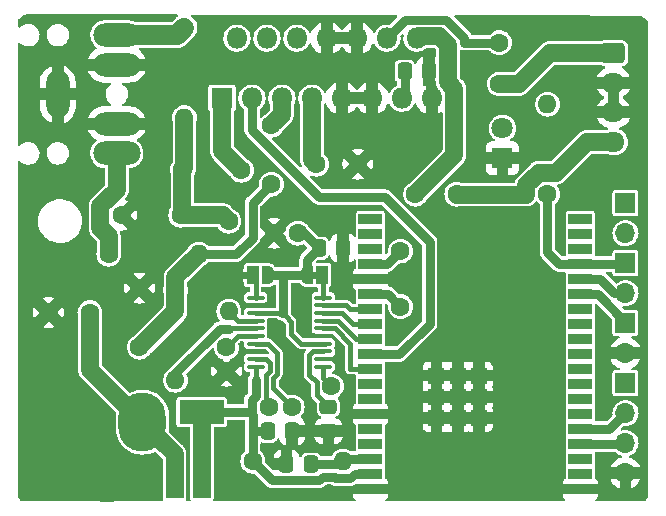
<source format=gbl>
G04 #@! TF.GenerationSoftware,KiCad,Pcbnew,(6.0.2-0)*
G04 #@! TF.CreationDate,2022-08-02T07:49:56-03:00*
G04 #@! TF.ProjectId,Modulo-completo,4d6f6475-6c6f-42d6-936f-6d706c65746f,rev?*
G04 #@! TF.SameCoordinates,Original*
G04 #@! TF.FileFunction,Copper,L2,Bot*
G04 #@! TF.FilePolarity,Positive*
%FSLAX46Y46*%
G04 Gerber Fmt 4.6, Leading zero omitted, Abs format (unit mm)*
G04 Created by KiCad (PCBNEW (6.0.2-0)) date 2022-08-02 07:49:56*
%MOMM*%
%LPD*%
G01*
G04 APERTURE LIST*
G04 Aperture macros list*
%AMRoundRect*
0 Rectangle with rounded corners*
0 $1 Rounding radius*
0 $2 $3 $4 $5 $6 $7 $8 $9 X,Y pos of 4 corners*
0 Add a 4 corners polygon primitive as box body*
4,1,4,$2,$3,$4,$5,$6,$7,$8,$9,$2,$3,0*
0 Add four circle primitives for the rounded corners*
1,1,$1+$1,$2,$3*
1,1,$1+$1,$4,$5*
1,1,$1+$1,$6,$7*
1,1,$1+$1,$8,$9*
0 Add four rect primitives between the rounded corners*
20,1,$1+$1,$2,$3,$4,$5,0*
20,1,$1+$1,$4,$5,$6,$7,0*
20,1,$1+$1,$6,$7,$8,$9,0*
20,1,$1+$1,$8,$9,$2,$3,0*%
%AMFreePoly0*
4,1,22,0.550000,-0.750000,0.000000,-0.750000,0.000000,-0.745033,-0.079941,-0.743568,-0.215256,-0.701293,-0.333266,-0.622738,-0.424486,-0.514219,-0.481581,-0.384460,-0.499164,-0.250000,-0.500000,-0.250000,-0.500000,0.250000,-0.499164,0.250000,-0.499963,0.256109,-0.478152,0.396186,-0.417904,0.524511,-0.324060,0.630769,-0.204165,0.706417,-0.067858,0.745374,0.000000,0.744959,0.000000,0.750000,
0.550000,0.750000,0.550000,-0.750000,0.550000,-0.750000,$1*%
%AMFreePoly1*
4,1,20,0.000000,0.744959,0.073905,0.744508,0.209726,0.703889,0.328688,0.626782,0.421226,0.519385,0.479903,0.390333,0.500000,0.250000,0.500000,-0.250000,0.499851,-0.262216,0.476331,-0.402017,0.414519,-0.529596,0.319384,-0.634700,0.198574,-0.708877,0.061801,-0.746166,0.000000,-0.745033,0.000000,-0.750000,-0.550000,-0.750000,-0.550000,0.750000,0.000000,0.750000,0.000000,0.744959,
0.000000,0.744959,$1*%
G04 Aperture macros list end*
G04 #@! TA.AperFunction,ComponentPad*
%ADD10RoundRect,0.250000X-0.725000X0.600000X-0.725000X-0.600000X0.725000X-0.600000X0.725000X0.600000X0*%
G04 #@! TD*
G04 #@! TA.AperFunction,ComponentPad*
%ADD11O,1.950000X1.700000*%
G04 #@! TD*
G04 #@! TA.AperFunction,ComponentPad*
%ADD12C,1.600000*%
G04 #@! TD*
G04 #@! TA.AperFunction,ComponentPad*
%ADD13O,1.600000X1.600000*%
G04 #@! TD*
G04 #@! TA.AperFunction,ComponentPad*
%ADD14R,1.800000X1.800000*%
G04 #@! TD*
G04 #@! TA.AperFunction,ComponentPad*
%ADD15C,1.800000*%
G04 #@! TD*
G04 #@! TA.AperFunction,ComponentPad*
%ADD16R,1.700000X1.700000*%
G04 #@! TD*
G04 #@! TA.AperFunction,ComponentPad*
%ADD17O,1.700000X1.700000*%
G04 #@! TD*
G04 #@! TA.AperFunction,ComponentPad*
%ADD18O,1.800000X1.800000*%
G04 #@! TD*
G04 #@! TA.AperFunction,ComponentPad*
%ADD19RoundRect,2.000000X0.000000X0.500000X0.000000X-0.500000X0.000000X-0.500000X0.000000X0.500000X0*%
G04 #@! TD*
G04 #@! TA.AperFunction,ComponentPad*
%ADD20RoundRect,2.000000X-0.500000X0.000000X-0.500000X0.000000X0.500000X0.000000X0.500000X0.000000X0*%
G04 #@! TD*
G04 #@! TA.AperFunction,ComponentPad*
%ADD21O,4.000000X2.000000*%
G04 #@! TD*
G04 #@! TA.AperFunction,ComponentPad*
%ADD22O,2.000000X4.000000*%
G04 #@! TD*
G04 #@! TA.AperFunction,SMDPad,CuDef*
%ADD23RoundRect,0.250000X-0.475000X0.337500X-0.475000X-0.337500X0.475000X-0.337500X0.475000X0.337500X0*%
G04 #@! TD*
G04 #@! TA.AperFunction,SMDPad,CuDef*
%ADD24RoundRect,0.100000X-0.637500X-0.100000X0.637500X-0.100000X0.637500X0.100000X-0.637500X0.100000X0*%
G04 #@! TD*
G04 #@! TA.AperFunction,SMDPad,CuDef*
%ADD25RoundRect,0.250000X0.337500X0.475000X-0.337500X0.475000X-0.337500X-0.475000X0.337500X-0.475000X0*%
G04 #@! TD*
G04 #@! TA.AperFunction,SMDPad,CuDef*
%ADD26R,2.000000X0.900000*%
G04 #@! TD*
G04 #@! TA.AperFunction,ComponentPad*
%ADD27R,1.330000X1.330000*%
G04 #@! TD*
G04 #@! TA.AperFunction,SMDPad,CuDef*
%ADD28R,1.500000X2.000000*%
G04 #@! TD*
G04 #@! TA.AperFunction,SMDPad,CuDef*
%ADD29R,3.800000X2.000000*%
G04 #@! TD*
G04 #@! TA.AperFunction,SMDPad,CuDef*
%ADD30FreePoly0,0.000000*%
G04 #@! TD*
G04 #@! TA.AperFunction,SMDPad,CuDef*
%ADD31R,1.000000X1.500000*%
G04 #@! TD*
G04 #@! TA.AperFunction,SMDPad,CuDef*
%ADD32FreePoly1,0.000000*%
G04 #@! TD*
G04 #@! TA.AperFunction,SMDPad,CuDef*
%ADD33RoundRect,0.250000X-0.337500X-0.475000X0.337500X-0.475000X0.337500X0.475000X-0.337500X0.475000X0*%
G04 #@! TD*
G04 #@! TA.AperFunction,ViaPad*
%ADD34C,1.600000*%
G04 #@! TD*
G04 #@! TA.AperFunction,Conductor*
%ADD35C,0.800000*%
G04 #@! TD*
G04 #@! TA.AperFunction,Conductor*
%ADD36C,1.500000*%
G04 #@! TD*
G04 #@! TA.AperFunction,Conductor*
%ADD37C,0.400000*%
G04 #@! TD*
G04 #@! TA.AperFunction,Conductor*
%ADD38C,1.700000*%
G04 #@! TD*
G04 APERTURE END LIST*
G36*
X124314000Y-107742000D02*
G01*
X123814000Y-107742000D01*
X123814000Y-107142000D01*
X124314000Y-107142000D01*
X124314000Y-107742000D01*
G37*
G36*
X130212000Y-107742000D02*
G01*
X129712000Y-107742000D01*
X129712000Y-107142000D01*
X130212000Y-107142000D01*
X130212000Y-107742000D01*
G37*
D10*
X155250000Y-88646000D03*
D11*
X155250000Y-91146000D03*
X155250000Y-93646000D03*
X155250000Y-96146000D03*
D12*
X145598000Y-87757000D03*
X145598000Y-91257000D03*
X118166000Y-108712000D03*
D13*
X118166000Y-116332000D03*
D12*
X124714000Y-123190000D03*
D13*
X132334000Y-123190000D03*
D12*
X149662000Y-100584000D03*
D13*
X149662000Y-92964000D03*
D14*
X145852000Y-97536000D03*
D15*
X145852000Y-94996000D03*
D16*
X156266000Y-116586000D03*
D17*
X156266000Y-119126000D03*
X156266000Y-121666000D03*
X156266000Y-124206000D03*
D16*
X156266000Y-111506000D03*
D17*
X156266000Y-114046000D03*
D12*
X115118000Y-113538000D03*
X115118000Y-108538000D03*
X123754000Y-98552000D03*
X118754000Y-98552000D03*
X110927000Y-110617000D03*
X107427000Y-110617000D03*
D14*
X122103000Y-92456000D03*
D18*
X123373000Y-87376000D03*
X124643000Y-92456000D03*
X125913000Y-87376000D03*
X127183000Y-92456000D03*
X128453000Y-87376000D03*
X129723000Y-92456000D03*
X130993000Y-87376000D03*
X132263000Y-92456000D03*
X133533000Y-87376000D03*
X134803000Y-92456000D03*
X136073000Y-87376000D03*
X137343000Y-92456000D03*
X138613000Y-87376000D03*
X139883000Y-92456000D03*
D12*
X126294000Y-94742000D03*
X126294000Y-99742000D03*
X126056000Y-118618000D03*
X128056000Y-118618000D03*
X122682000Y-102870000D03*
D13*
X122682000Y-110490000D03*
D12*
X128524000Y-103886000D03*
X126524000Y-103886000D03*
X138486000Y-100584000D03*
X141986000Y-100584000D03*
X118618000Y-102362000D03*
X113618000Y-102362000D03*
X122484000Y-115570000D03*
X122484000Y-113570000D03*
D19*
X115372000Y-119888000D03*
X109372000Y-119888000D03*
D20*
X112372000Y-124588000D03*
D16*
X156266000Y-101346000D03*
D17*
X156266000Y-103886000D03*
D12*
X130104000Y-98044000D03*
X133604000Y-98044000D03*
D16*
X156266000Y-106426000D03*
D17*
X156266000Y-108966000D03*
D21*
X113203000Y-87132500D03*
X113203000Y-89632500D03*
D22*
X108203000Y-92132500D03*
D21*
X113203000Y-97132500D03*
X113203000Y-94632500D03*
D12*
X112522000Y-105664000D03*
D13*
X120142000Y-105664000D03*
D12*
X118928000Y-86487000D03*
D13*
X118928000Y-94107000D03*
D23*
X131120000Y-118596500D03*
X131120000Y-120671500D03*
D24*
X124955500Y-115193000D03*
X124955500Y-114543000D03*
X124955500Y-113893000D03*
X124955500Y-113243000D03*
X124955500Y-112593000D03*
X124955500Y-111943000D03*
X124955500Y-111293000D03*
X124955500Y-110643000D03*
X124955500Y-109993000D03*
X124955500Y-109343000D03*
X130680500Y-109343000D03*
X130680500Y-109993000D03*
X130680500Y-110643000D03*
X130680500Y-111293000D03*
X130680500Y-111943000D03*
X130680500Y-112593000D03*
X130680500Y-113243000D03*
X130680500Y-113893000D03*
X130680500Y-114543000D03*
X130680500Y-115193000D03*
D25*
X129639000Y-123444000D03*
X127564000Y-123444000D03*
D26*
X134680000Y-125558000D03*
X134680000Y-124288000D03*
X134680000Y-123018000D03*
X134680000Y-121748000D03*
X134680000Y-120478000D03*
X134680000Y-119208000D03*
X134680000Y-117938000D03*
X134680000Y-116668000D03*
X134680000Y-115398000D03*
X134680000Y-114128000D03*
X134680000Y-112858000D03*
X134680000Y-111588000D03*
X134680000Y-110318000D03*
X134680000Y-109048000D03*
X134680000Y-107778000D03*
X134680000Y-106508000D03*
X134680000Y-105238000D03*
X134680000Y-103968000D03*
X134680000Y-102698000D03*
X152452000Y-102698000D03*
X152452000Y-103968000D03*
X152452000Y-105238000D03*
X152452000Y-106508000D03*
X152452000Y-107778000D03*
X152452000Y-109048000D03*
X152452000Y-110318000D03*
X152452000Y-111588000D03*
X152452000Y-112858000D03*
X152452000Y-114128000D03*
X152452000Y-115398000D03*
X152452000Y-116668000D03*
X152452000Y-117938000D03*
X152452000Y-119208000D03*
X152452000Y-120478000D03*
X152452000Y-121748000D03*
X152452000Y-123018000D03*
X152452000Y-124288000D03*
X152452000Y-125558000D03*
D27*
X142061000Y-115948000D03*
X143861000Y-119548000D03*
X143861000Y-115948000D03*
X142061000Y-117748000D03*
X143861000Y-117748000D03*
X140261000Y-117748000D03*
X142061000Y-119548000D03*
X140261000Y-115948000D03*
X140261000Y-119548000D03*
D28*
X122696000Y-125324000D03*
D29*
X120396000Y-119024000D03*
D28*
X120396000Y-125324000D03*
X118096000Y-125324000D03*
D30*
X123414000Y-107442000D03*
D31*
X124714000Y-107442000D03*
D32*
X126014000Y-107442000D03*
D33*
X130280500Y-105156000D03*
X132355500Y-105156000D03*
X137575500Y-90170000D03*
X139650500Y-90170000D03*
D30*
X129312000Y-107442000D03*
D31*
X130612000Y-107442000D03*
D32*
X131912000Y-107442000D03*
D33*
X125962500Y-120650000D03*
X128037500Y-120650000D03*
D34*
X137216000Y-107823000D03*
X131374000Y-116840000D03*
X137216000Y-110104978D03*
X137216000Y-105410000D03*
D35*
X137575500Y-92223500D02*
X137343000Y-92456000D01*
D36*
X118096000Y-122612000D02*
X115372000Y-119888000D01*
X118096000Y-125324000D02*
X118096000Y-122612000D01*
X110927000Y-115443000D02*
X115372000Y-119888000D01*
X110927000Y-110617000D02*
X110927000Y-115443000D01*
D35*
X137575500Y-90170000D02*
X137575500Y-92223500D01*
D36*
X127183000Y-92456000D02*
X127183000Y-93853000D01*
X127183000Y-93853000D02*
X126294000Y-94742000D01*
X122103000Y-96901000D02*
X123754000Y-98552000D01*
X122103000Y-92456000D02*
X122103000Y-96901000D01*
D35*
X120396000Y-119024000D02*
X124606489Y-119024000D01*
X133331511Y-124288000D02*
X132980000Y-124639511D01*
X127310000Y-110548862D02*
X127215862Y-110643000D01*
D37*
X127948431Y-111375569D02*
X127504000Y-110931138D01*
D36*
X120396000Y-125324000D02*
X120396000Y-119024000D01*
D35*
X126014000Y-107442000D02*
X127310000Y-107442000D01*
X124955500Y-117668581D02*
X124955500Y-116344500D01*
X126342520Y-124818520D02*
X124714000Y-123190000D01*
X130280500Y-105156000D02*
X129010500Y-103886000D01*
X129312000Y-107442000D02*
X129312000Y-106124500D01*
X134680000Y-124288000D02*
X133331511Y-124288000D01*
D37*
X130866000Y-113242520D02*
X128792520Y-113242520D01*
D35*
X124714000Y-120650000D02*
X124714000Y-119325919D01*
D37*
X124955500Y-115193000D02*
X124955500Y-116344500D01*
X127948431Y-112398431D02*
X127948431Y-111375569D01*
D35*
X124714000Y-123190000D02*
X124714000Y-120650000D01*
D37*
X130680500Y-116146500D02*
X130680500Y-115193000D01*
D35*
X129010500Y-103886000D02*
X128524000Y-103886000D01*
X124714000Y-119325919D02*
X124606489Y-119218408D01*
X124606489Y-119024000D02*
X124606489Y-118017592D01*
D37*
X127215862Y-110643000D02*
X127504000Y-110931138D01*
D35*
X130349093Y-124818520D02*
X126342520Y-124818520D01*
D37*
X131374000Y-116840000D02*
X130680500Y-116146500D01*
X128792520Y-113242520D02*
X127948431Y-112398431D01*
D35*
X125962500Y-120650000D02*
X124714000Y-120650000D01*
X127310000Y-107442000D02*
X129312000Y-107442000D01*
X130674093Y-124493520D02*
X130349093Y-124818520D01*
X124606489Y-119218408D02*
X124606489Y-119024000D01*
X127310000Y-107442000D02*
X127310000Y-110548862D01*
D37*
X124955500Y-110643000D02*
X127215862Y-110643000D01*
D35*
X124606489Y-118017592D02*
X124955500Y-117668581D01*
X129312000Y-106124500D02*
X130280500Y-105156000D01*
X132980000Y-124639511D02*
X131733592Y-124639511D01*
X131587601Y-124493520D02*
X130674093Y-124493520D01*
X131733592Y-124639511D02*
X131587601Y-124493520D01*
X134680000Y-123018000D02*
X132506000Y-123018000D01*
X132506000Y-123018000D02*
X132334000Y-123190000D01*
X132334000Y-123190000D02*
X132080000Y-123444000D01*
X132080000Y-123444000D02*
X129639000Y-123444000D01*
D37*
X125999000Y-113243000D02*
X126792039Y-114036039D01*
X126792039Y-114036039D02*
X126792039Y-115789659D01*
X126454540Y-116127158D02*
X126454540Y-117016540D01*
X126792039Y-115789659D02*
X126454540Y-116127158D01*
X124955500Y-113243000D02*
X125999000Y-113243000D01*
X126454540Y-117016540D02*
X128056000Y-118618000D01*
X126142520Y-114865382D02*
X125820138Y-114543000D01*
X125820138Y-114543000D02*
X124955500Y-114543000D01*
X125805020Y-118367020D02*
X125805020Y-115858118D01*
X125805020Y-115858118D02*
X126142520Y-115520618D01*
X126142520Y-115520618D02*
X126142520Y-114865382D01*
X126056000Y-118618000D02*
X125805020Y-118367020D01*
X129493480Y-114215382D02*
X129493480Y-115878039D01*
X130680500Y-113893000D02*
X129815862Y-113893000D01*
X130124489Y-117600989D02*
X131120000Y-118596500D01*
X129493480Y-115878039D02*
X130124489Y-116509048D01*
X129815862Y-113893000D02*
X129493480Y-114215382D01*
X130124489Y-116509048D02*
X130124489Y-117600989D01*
D35*
X152452000Y-121748000D02*
X156184000Y-121748000D01*
X156184000Y-121748000D02*
X156266000Y-121666000D01*
X152452000Y-120478000D02*
X154914000Y-120478000D01*
X154914000Y-120478000D02*
X156266000Y-119126000D01*
D36*
X129723000Y-92456000D02*
X129723000Y-97663000D01*
X129723000Y-97663000D02*
X130104000Y-98044000D01*
X141237520Y-87950648D02*
X141237520Y-91124205D01*
X141782511Y-97287489D02*
X138486000Y-100584000D01*
X140512881Y-87226009D02*
X141237520Y-87950648D01*
X138762991Y-87226009D02*
X140512881Y-87226009D01*
X141782511Y-91669196D02*
X141782511Y-97287489D01*
X141237520Y-91124205D02*
X141782511Y-91669196D01*
X138613000Y-87376000D02*
X138762991Y-87226009D01*
D35*
X142637040Y-87757000D02*
X145598000Y-87757000D01*
X142637040Y-87370948D02*
X142637040Y-87757000D01*
X141092581Y-85826489D02*
X142637040Y-87370948D01*
X137622511Y-85826489D02*
X141092581Y-85826489D01*
X136073000Y-87376000D02*
X137622511Y-85826489D01*
D36*
X118754000Y-102226000D02*
X118618000Y-102362000D01*
X118928000Y-98378000D02*
X118754000Y-98552000D01*
X122174000Y-102362000D02*
X122682000Y-102870000D01*
X118618000Y-102362000D02*
X122174000Y-102362000D01*
X118754000Y-98552000D02*
X118754000Y-102226000D01*
X118928000Y-94107000D02*
X118928000Y-98378000D01*
D37*
X123485000Y-111293000D02*
X122682000Y-110490000D01*
X124955500Y-111293000D02*
X123485000Y-111293000D01*
X122753000Y-111943000D02*
X122682000Y-112014000D01*
D35*
X121920000Y-112014000D02*
X118166000Y-115768000D01*
D37*
X124955500Y-111943000D02*
X122753000Y-111943000D01*
D35*
X118166000Y-115768000D02*
X118166000Y-116332000D01*
X122682000Y-112014000D02*
X121920000Y-112014000D01*
D37*
X123461000Y-112593000D02*
X124955500Y-112593000D01*
X122484000Y-113570000D02*
X123461000Y-112593000D01*
X130680500Y-107510500D02*
X130680500Y-109343000D01*
X130612000Y-107442000D02*
X130680500Y-107510500D01*
X124955500Y-107683500D02*
X124714000Y-107442000D01*
X124955500Y-109343000D02*
X124955500Y-107683500D01*
D35*
X153931022Y-109048000D02*
X156266000Y-111382978D01*
X156266000Y-111382978D02*
X156266000Y-111506000D01*
X152452000Y-109048000D02*
X153931022Y-109048000D01*
X152452000Y-107778000D02*
X154145268Y-107778000D01*
X155333268Y-108966000D02*
X156266000Y-108966000D01*
X154145268Y-107778000D02*
X155333268Y-108966000D01*
X156184000Y-106508000D02*
X156266000Y-106426000D01*
X152452000Y-106508000D02*
X156184000Y-106508000D01*
X149662000Y-105518000D02*
X150652000Y-106508000D01*
X149662000Y-100584000D02*
X149662000Y-105518000D01*
X150652000Y-106508000D02*
X152452000Y-106508000D01*
D36*
X155250000Y-96146000D02*
X153028000Y-96146000D01*
X148916617Y-98784489D02*
X147862489Y-99838617D01*
X147862489Y-99838617D02*
X147862489Y-100618489D01*
X153028000Y-96146000D02*
X150389511Y-98784489D01*
X142020489Y-100618489D02*
X141986000Y-100584000D01*
X150389511Y-98784489D02*
X148916617Y-98784489D01*
X147862489Y-100618489D02*
X142020489Y-100618489D01*
X149860000Y-88646000D02*
X147249000Y-91257000D01*
X155250000Y-88646000D02*
X149860000Y-88646000D01*
X147249000Y-91257000D02*
X145598000Y-91257000D01*
X118166000Y-107640000D02*
X120142000Y-105664000D01*
X118166000Y-110490000D02*
X115118000Y-113538000D01*
D35*
X123317000Y-105664000D02*
X124714000Y-104267000D01*
X120142000Y-105664000D02*
X123317000Y-105664000D01*
D36*
X118166000Y-108712000D02*
X118166000Y-110490000D01*
X118166000Y-108712000D02*
X118166000Y-107640000D01*
D35*
X124714000Y-104267000D02*
X124714000Y-101322000D01*
X124714000Y-101322000D02*
X126294000Y-99742000D01*
X139700000Y-104648000D02*
X139700000Y-111562000D01*
X139700000Y-111562000D02*
X137134000Y-114128000D01*
X137134000Y-114128000D02*
X134680000Y-114128000D01*
X130340081Y-100838000D02*
X135890000Y-100838000D01*
X135890000Y-100838000D02*
X139700000Y-104648000D01*
X124643000Y-92456000D02*
X124643000Y-95140919D01*
X124643000Y-95140919D02*
X130340081Y-100838000D01*
X137216000Y-110104978D02*
X137216000Y-110490000D01*
X136159022Y-109048000D02*
X137216000Y-110104978D01*
X134680000Y-109048000D02*
X136159022Y-109048000D01*
X134680000Y-106508000D02*
X136118000Y-106508000D01*
X136118000Y-106508000D02*
X137216000Y-105410000D01*
D36*
X111818489Y-101616617D02*
X111818489Y-103436489D01*
X111818489Y-103436489D02*
X112522000Y-104140000D01*
X113203000Y-100232106D02*
X111818489Y-101616617D01*
X113203000Y-97132500D02*
X113203000Y-100232106D01*
X112522000Y-104140000D02*
X112522000Y-105664000D01*
D38*
X113203000Y-87132500D02*
X118282500Y-87132500D01*
X118282500Y-87132500D02*
X118928000Y-86487000D01*
D37*
X132980000Y-113268560D02*
X131654440Y-111943000D01*
X131654440Y-111943000D02*
X130680500Y-111943000D01*
X132980000Y-115398000D02*
X132980000Y-113268560D01*
X134680000Y-115398000D02*
X132980000Y-115398000D01*
X131923000Y-111293000D02*
X133488000Y-112858000D01*
X130680500Y-111293000D02*
X131923000Y-111293000D01*
X133488000Y-112858000D02*
X134680000Y-112858000D01*
X130680500Y-110643000D02*
X132233000Y-110643000D01*
X132233000Y-110643000D02*
X133178000Y-111588000D01*
X133178000Y-111588000D02*
X134680000Y-111588000D01*
X132599000Y-109993000D02*
X132924000Y-110318000D01*
X130680500Y-109993000D02*
X132599000Y-109993000D01*
X132924000Y-110318000D02*
X134680000Y-110318000D01*
G04 #@! TA.AperFunction,Conductor*
G36*
X114855022Y-85368054D02*
G01*
X118283299Y-85376178D01*
X118341443Y-85395223D01*
X118377290Y-85444809D01*
X118377145Y-85505994D01*
X118338352Y-85557301D01*
X118229256Y-85630749D01*
X118229251Y-85630753D01*
X118226301Y-85632739D01*
X118222206Y-85636452D01*
X117855654Y-86003004D01*
X117801137Y-86030781D01*
X117785650Y-86032000D01*
X114830516Y-86032000D01*
X114780885Y-86017721D01*
X114780673Y-86018137D01*
X114778523Y-86017042D01*
X114777906Y-86016864D01*
X114776744Y-86016135D01*
X114776741Y-86016133D01*
X114773010Y-86013793D01*
X114768928Y-86012152D01*
X114768924Y-86012150D01*
X114625585Y-85954529D01*
X114565895Y-85930534D01*
X114347310Y-85885267D01*
X114290651Y-85882000D01*
X112146370Y-85882000D01*
X112144176Y-85882196D01*
X112144172Y-85882196D01*
X111985049Y-85896397D01*
X111985045Y-85896398D01*
X111980661Y-85896789D01*
X111976416Y-85897950D01*
X111976412Y-85897951D01*
X111851301Y-85932178D01*
X111765349Y-85955692D01*
X111761371Y-85957589D01*
X111761372Y-85957589D01*
X111567849Y-86049894D01*
X111567844Y-86049897D01*
X111563871Y-86051792D01*
X111560292Y-86054364D01*
X111560290Y-86054365D01*
X111530669Y-86075650D01*
X111382595Y-86182052D01*
X111379522Y-86185223D01*
X111379521Y-86185224D01*
X111307859Y-86259173D01*
X111227251Y-86342354D01*
X111102750Y-86527632D01*
X111100980Y-86531664D01*
X111100979Y-86531666D01*
X111077911Y-86584217D01*
X111013026Y-86732029D01*
X110960915Y-86949085D01*
X110960662Y-86953477D01*
X110960661Y-86953482D01*
X110955095Y-87050033D01*
X110948066Y-87171938D01*
X110948595Y-87176308D01*
X110948595Y-87176313D01*
X110955059Y-87229726D01*
X110974883Y-87393544D01*
X110976176Y-87397749D01*
X110976177Y-87397751D01*
X111028239Y-87566982D01*
X111040519Y-87606900D01*
X111042541Y-87610817D01*
X111042542Y-87610820D01*
X111069154Y-87662378D01*
X111142901Y-87805259D01*
X111278790Y-87982354D01*
X111282046Y-87985317D01*
X111282049Y-87985320D01*
X111389252Y-88082867D01*
X111443893Y-88132586D01*
X111447620Y-88134924D01*
X111466233Y-88146600D01*
X111505480Y-88193540D01*
X111509641Y-88254583D01*
X111477127Y-88306415D01*
X111466379Y-88314238D01*
X111300101Y-88418949D01*
X111293749Y-88423700D01*
X111117690Y-88578917D01*
X111112182Y-88584621D01*
X110963201Y-88765992D01*
X110958678Y-88772500D01*
X110840612Y-88975358D01*
X110837187Y-88982507D01*
X110785229Y-89117861D01*
X110784683Y-89128273D01*
X110796620Y-89132500D01*
X115613081Y-89132500D01*
X115624557Y-89128771D01*
X115624757Y-89118348D01*
X115622104Y-89108973D01*
X115619336Y-89101532D01*
X115520145Y-88888818D01*
X115516229Y-88881924D01*
X115384301Y-88687797D01*
X115379334Y-88681619D01*
X115218062Y-88511079D01*
X115212173Y-88505777D01*
X115087749Y-88410647D01*
X115053005Y-88360283D01*
X115054500Y-88299116D01*
X115091663Y-88250509D01*
X115147879Y-88233000D01*
X118181199Y-88233000D01*
X118192186Y-88233927D01*
X118192188Y-88233902D01*
X118196888Y-88234247D01*
X118201534Y-88235037D01*
X118293790Y-88233024D01*
X118295950Y-88233000D01*
X118334969Y-88233000D01*
X118343256Y-88232209D01*
X118350484Y-88231787D01*
X118406765Y-88230559D01*
X118406766Y-88230559D01*
X118411481Y-88230456D01*
X118445490Y-88223134D01*
X118456921Y-88221365D01*
X118486851Y-88218509D01*
X118486852Y-88218509D01*
X118491546Y-88218061D01*
X118496069Y-88216734D01*
X118496075Y-88216733D01*
X118550099Y-88200884D01*
X118557127Y-88199099D01*
X118571908Y-88195917D01*
X118612162Y-88187251D01*
X118612169Y-88187249D01*
X118616771Y-88186258D01*
X118621105Y-88184414D01*
X118621108Y-88184413D01*
X118648785Y-88172637D01*
X118659675Y-88168738D01*
X118693049Y-88158947D01*
X118697236Y-88156791D01*
X118697245Y-88156787D01*
X118747297Y-88131008D01*
X118753843Y-88127934D01*
X118810002Y-88104038D01*
X118813909Y-88101408D01*
X118813912Y-88101406D01*
X118838856Y-88084612D01*
X118848817Y-88078721D01*
X118875554Y-88064951D01*
X118875558Y-88064948D01*
X118879739Y-88062795D01*
X118927720Y-88025106D01*
X118933585Y-88020837D01*
X118981244Y-87988751D01*
X118981249Y-87988747D01*
X118984199Y-87986761D01*
X118988294Y-87983048D01*
X119009865Y-87961477D01*
X119018715Y-87953628D01*
X119041172Y-87935988D01*
X119041173Y-87935987D01*
X119044879Y-87933076D01*
X119085977Y-87885715D01*
X119090745Y-87880597D01*
X119625588Y-87345754D01*
X122217967Y-87345754D01*
X122220813Y-87389171D01*
X122231495Y-87552149D01*
X122231796Y-87556749D01*
X122232912Y-87561142D01*
X122232912Y-87561144D01*
X122261329Y-87673034D01*
X122283845Y-87761690D01*
X122285747Y-87765815D01*
X122285747Y-87765816D01*
X122370294Y-87949212D01*
X122372369Y-87953714D01*
X122494405Y-88126391D01*
X122645865Y-88273937D01*
X122649638Y-88276458D01*
X122817899Y-88388887D01*
X122817902Y-88388889D01*
X122821677Y-88391411D01*
X122918472Y-88432997D01*
X123011774Y-88473083D01*
X123011778Y-88473084D01*
X123015953Y-88474878D01*
X123020387Y-88475881D01*
X123020386Y-88475881D01*
X123217760Y-88520543D01*
X123217765Y-88520544D01*
X123222186Y-88521544D01*
X123327828Y-88525695D01*
X123428937Y-88529668D01*
X123428938Y-88529668D01*
X123433470Y-88529846D01*
X123642730Y-88499504D01*
X123647029Y-88498045D01*
X123647032Y-88498044D01*
X123838654Y-88432997D01*
X123842955Y-88431537D01*
X123852116Y-88426407D01*
X124011971Y-88336883D01*
X124027442Y-88328219D01*
X124190012Y-88193012D01*
X124325219Y-88030442D01*
X124407752Y-87883069D01*
X124426319Y-87849916D01*
X124426320Y-87849914D01*
X124428537Y-87845955D01*
X124442351Y-87805259D01*
X124495044Y-87650032D01*
X124495045Y-87650029D01*
X124496504Y-87645730D01*
X124508769Y-87561144D01*
X124526426Y-87439369D01*
X124526426Y-87439363D01*
X124526846Y-87436470D01*
X124528085Y-87389171D01*
X124528353Y-87378914D01*
X124528353Y-87378909D01*
X124528429Y-87376000D01*
X124526477Y-87354749D01*
X124525650Y-87345754D01*
X124757967Y-87345754D01*
X124760813Y-87389171D01*
X124771495Y-87552149D01*
X124771796Y-87556749D01*
X124772912Y-87561142D01*
X124772912Y-87561144D01*
X124801329Y-87673034D01*
X124823845Y-87761690D01*
X124825747Y-87765815D01*
X124825747Y-87765816D01*
X124910294Y-87949212D01*
X124912369Y-87953714D01*
X125034405Y-88126391D01*
X125185865Y-88273937D01*
X125189638Y-88276458D01*
X125357899Y-88388887D01*
X125357902Y-88388889D01*
X125361677Y-88391411D01*
X125458472Y-88432997D01*
X125551774Y-88473083D01*
X125551778Y-88473084D01*
X125555953Y-88474878D01*
X125560387Y-88475881D01*
X125560386Y-88475881D01*
X125757760Y-88520543D01*
X125757765Y-88520544D01*
X125762186Y-88521544D01*
X125867828Y-88525695D01*
X125968937Y-88529668D01*
X125968938Y-88529668D01*
X125973470Y-88529846D01*
X126182730Y-88499504D01*
X126187029Y-88498045D01*
X126187032Y-88498044D01*
X126378654Y-88432997D01*
X126382955Y-88431537D01*
X126392116Y-88426407D01*
X126551971Y-88336883D01*
X126567442Y-88328219D01*
X126730012Y-88193012D01*
X126865219Y-88030442D01*
X126947752Y-87883069D01*
X126966319Y-87849916D01*
X126966320Y-87849914D01*
X126968537Y-87845955D01*
X126982351Y-87805259D01*
X127035044Y-87650032D01*
X127035045Y-87650029D01*
X127036504Y-87645730D01*
X127048769Y-87561144D01*
X127066426Y-87439369D01*
X127066426Y-87439363D01*
X127066846Y-87436470D01*
X127068085Y-87389171D01*
X127068353Y-87378914D01*
X127068353Y-87378909D01*
X127068429Y-87376000D01*
X127066477Y-87354749D01*
X127065650Y-87345754D01*
X127297967Y-87345754D01*
X127300813Y-87389171D01*
X127311495Y-87552149D01*
X127311796Y-87556749D01*
X127312912Y-87561142D01*
X127312912Y-87561144D01*
X127341329Y-87673034D01*
X127363845Y-87761690D01*
X127365747Y-87765815D01*
X127365747Y-87765816D01*
X127450294Y-87949212D01*
X127452369Y-87953714D01*
X127574405Y-88126391D01*
X127725865Y-88273937D01*
X127729638Y-88276458D01*
X127897899Y-88388887D01*
X127897902Y-88388889D01*
X127901677Y-88391411D01*
X127998472Y-88432997D01*
X128091774Y-88473083D01*
X128091778Y-88473084D01*
X128095953Y-88474878D01*
X128100387Y-88475881D01*
X128100386Y-88475881D01*
X128297760Y-88520543D01*
X128297765Y-88520544D01*
X128302186Y-88521544D01*
X128407828Y-88525695D01*
X128508937Y-88529668D01*
X128508938Y-88529668D01*
X128513470Y-88529846D01*
X128722730Y-88499504D01*
X128727029Y-88498045D01*
X128727032Y-88498044D01*
X128918654Y-88432997D01*
X128922955Y-88431537D01*
X128932116Y-88426407D01*
X129091971Y-88336883D01*
X129107442Y-88328219D01*
X129270012Y-88193012D01*
X129405219Y-88030442D01*
X129498088Y-87864613D01*
X129543018Y-87823081D01*
X129603779Y-87815889D01*
X129657163Y-87845786D01*
X129676191Y-87875740D01*
X129730405Y-88009251D01*
X129734055Y-88016476D01*
X129850780Y-88206955D01*
X129855565Y-88213494D01*
X130001835Y-88382353D01*
X130007624Y-88388022D01*
X130179513Y-88530727D01*
X130186143Y-88535368D01*
X130379031Y-88648083D01*
X130386331Y-88651580D01*
X130478352Y-88686720D01*
X130488797Y-88687250D01*
X130491219Y-88680392D01*
X131493000Y-88680392D01*
X131496645Y-88691609D01*
X131506819Y-88691724D01*
X131512151Y-88689635D01*
X131712780Y-88591348D01*
X131719735Y-88587201D01*
X131901612Y-88457470D01*
X131907796Y-88452244D01*
X132066040Y-88294552D01*
X132071296Y-88288375D01*
X132183707Y-88131939D01*
X132233018Y-88095716D01*
X132294202Y-88095395D01*
X132343890Y-88131100D01*
X132348515Y-88137982D01*
X132390786Y-88206964D01*
X132395565Y-88213494D01*
X132541835Y-88382353D01*
X132547624Y-88388022D01*
X132719513Y-88530727D01*
X132726143Y-88535368D01*
X132919031Y-88648083D01*
X132926331Y-88651580D01*
X133018352Y-88686720D01*
X133028797Y-88687250D01*
X133033000Y-88675349D01*
X133033000Y-87891680D01*
X133028878Y-87878995D01*
X133024757Y-87876000D01*
X131508680Y-87876000D01*
X131495995Y-87880122D01*
X131493000Y-87884243D01*
X131493000Y-88680392D01*
X130491219Y-88680392D01*
X130493000Y-88675349D01*
X130493000Y-86860320D01*
X131493000Y-86860320D01*
X131497122Y-86873005D01*
X131501243Y-86876000D01*
X133017320Y-86876000D01*
X133030005Y-86871878D01*
X133033000Y-86867757D01*
X133033000Y-86073725D01*
X133029489Y-86062920D01*
X133018054Y-86062930D01*
X132989366Y-86072307D01*
X132981908Y-86075442D01*
X132783744Y-86178599D01*
X132776891Y-86182914D01*
X132598234Y-86317054D01*
X132592181Y-86322428D01*
X132437839Y-86483939D01*
X132432736Y-86490240D01*
X132344396Y-86619742D01*
X132295985Y-86657159D01*
X132234826Y-86658974D01*
X132184281Y-86624494D01*
X132179490Y-86617727D01*
X132114574Y-86517383D01*
X132109635Y-86510969D01*
X131959279Y-86345729D01*
X131953356Y-86340205D01*
X131778034Y-86201744D01*
X131771290Y-86197264D01*
X131575710Y-86089298D01*
X131568317Y-86085976D01*
X131507780Y-86064539D01*
X131496869Y-86064253D01*
X131493000Y-86075650D01*
X131493000Y-86860320D01*
X130493000Y-86860320D01*
X130493000Y-86073725D01*
X130489489Y-86062920D01*
X130478054Y-86062930D01*
X130449366Y-86072307D01*
X130441908Y-86075442D01*
X130243744Y-86178599D01*
X130236891Y-86182914D01*
X130058234Y-86317054D01*
X130052181Y-86322428D01*
X129897839Y-86483939D01*
X129892736Y-86490240D01*
X129766842Y-86674793D01*
X129762844Y-86681831D01*
X129670882Y-86879949D01*
X129629232Y-86924770D01*
X129569192Y-86936550D01*
X129513694Y-86910789D01*
X129492295Y-86882054D01*
X129440173Y-86776362D01*
X129438165Y-86772290D01*
X129324252Y-86619742D01*
X129314367Y-86606504D01*
X129314366Y-86606503D01*
X129311651Y-86602867D01*
X129156381Y-86459337D01*
X129072463Y-86406388D01*
X128981391Y-86348926D01*
X128977554Y-86346505D01*
X128781160Y-86268152D01*
X128573775Y-86226901D01*
X128469599Y-86225537D01*
X128366886Y-86224192D01*
X128366881Y-86224192D01*
X128362346Y-86224133D01*
X128357873Y-86224902D01*
X128357868Y-86224902D01*
X128254601Y-86242647D01*
X128153953Y-86259941D01*
X127955575Y-86333127D01*
X127951676Y-86335446D01*
X127951671Y-86335449D01*
X127777762Y-86438914D01*
X127773856Y-86441238D01*
X127770441Y-86444233D01*
X127770438Y-86444235D01*
X127723883Y-86485063D01*
X127614881Y-86580655D01*
X127612073Y-86584217D01*
X127492175Y-86736308D01*
X127483976Y-86746708D01*
X127481862Y-86750726D01*
X127397649Y-86910789D01*
X127385523Y-86933836D01*
X127362952Y-87006527D01*
X127330692Y-87110422D01*
X127322820Y-87135773D01*
X127322286Y-87140283D01*
X127322286Y-87140284D01*
X127317926Y-87177126D01*
X127297967Y-87345754D01*
X127065650Y-87345754D01*
X127050798Y-87184131D01*
X127049081Y-87165440D01*
X127026629Y-87085829D01*
X126992920Y-86966306D01*
X126992920Y-86966305D01*
X126991686Y-86961931D01*
X126898165Y-86772290D01*
X126784252Y-86619742D01*
X126774367Y-86606504D01*
X126774366Y-86606503D01*
X126771651Y-86602867D01*
X126616381Y-86459337D01*
X126532463Y-86406388D01*
X126441391Y-86348926D01*
X126437554Y-86346505D01*
X126241160Y-86268152D01*
X126033775Y-86226901D01*
X125929599Y-86225537D01*
X125826886Y-86224192D01*
X125826881Y-86224192D01*
X125822346Y-86224133D01*
X125817873Y-86224902D01*
X125817868Y-86224902D01*
X125714601Y-86242647D01*
X125613953Y-86259941D01*
X125415575Y-86333127D01*
X125411676Y-86335446D01*
X125411671Y-86335449D01*
X125237762Y-86438914D01*
X125233856Y-86441238D01*
X125230441Y-86444233D01*
X125230438Y-86444235D01*
X125183883Y-86485063D01*
X125074881Y-86580655D01*
X125072073Y-86584217D01*
X124952175Y-86736308D01*
X124943976Y-86746708D01*
X124941862Y-86750726D01*
X124857649Y-86910789D01*
X124845523Y-86933836D01*
X124822952Y-87006527D01*
X124790692Y-87110422D01*
X124782820Y-87135773D01*
X124782286Y-87140283D01*
X124782286Y-87140284D01*
X124777926Y-87177126D01*
X124757967Y-87345754D01*
X124525650Y-87345754D01*
X124510798Y-87184131D01*
X124509081Y-87165440D01*
X124486629Y-87085829D01*
X124452920Y-86966306D01*
X124452920Y-86966305D01*
X124451686Y-86961931D01*
X124358165Y-86772290D01*
X124244252Y-86619742D01*
X124234367Y-86606504D01*
X124234366Y-86606503D01*
X124231651Y-86602867D01*
X124076381Y-86459337D01*
X123992463Y-86406388D01*
X123901391Y-86348926D01*
X123897554Y-86346505D01*
X123701160Y-86268152D01*
X123493775Y-86226901D01*
X123389599Y-86225537D01*
X123286886Y-86224192D01*
X123286881Y-86224192D01*
X123282346Y-86224133D01*
X123277873Y-86224902D01*
X123277868Y-86224902D01*
X123174601Y-86242647D01*
X123073953Y-86259941D01*
X122875575Y-86333127D01*
X122871676Y-86335446D01*
X122871671Y-86335449D01*
X122697762Y-86438914D01*
X122693856Y-86441238D01*
X122690441Y-86444233D01*
X122690438Y-86444235D01*
X122643883Y-86485063D01*
X122534881Y-86580655D01*
X122532073Y-86584217D01*
X122412175Y-86736308D01*
X122403976Y-86746708D01*
X122401862Y-86750726D01*
X122317649Y-86910789D01*
X122305523Y-86933836D01*
X122282952Y-87006527D01*
X122250692Y-87110422D01*
X122242820Y-87135773D01*
X122242286Y-87140283D01*
X122242286Y-87140284D01*
X122237926Y-87177126D01*
X122217967Y-87345754D01*
X119625588Y-87345754D01*
X119743272Y-87228070D01*
X119843425Y-87106790D01*
X119940842Y-86928487D01*
X119941851Y-86926641D01*
X119941852Y-86926639D01*
X119944110Y-86922506D01*
X119953791Y-86892264D01*
X120006694Y-86726992D01*
X120008130Y-86722506D01*
X120009191Y-86713679D01*
X120028392Y-86553830D01*
X120033176Y-86514009D01*
X120030599Y-86477603D01*
X120021651Y-86351237D01*
X120018345Y-86304539D01*
X119964171Y-86101651D01*
X119872609Y-85912669D01*
X119860459Y-85896397D01*
X119749784Y-85748186D01*
X119746964Y-85744409D01*
X119591768Y-85602944D01*
X119587756Y-85600490D01*
X119587749Y-85600485D01*
X119525972Y-85562703D01*
X119486194Y-85516212D01*
X119481340Y-85455219D01*
X119513264Y-85403022D01*
X119569771Y-85379558D01*
X119577860Y-85379246D01*
X136870058Y-85420223D01*
X136928203Y-85439268D01*
X136964050Y-85488854D01*
X136963905Y-85550039D01*
X136939827Y-85589227D01*
X136321590Y-86207464D01*
X136267073Y-86235241D01*
X136232273Y-86234558D01*
X136198231Y-86227787D01*
X136198227Y-86227787D01*
X136193775Y-86226901D01*
X136089599Y-86225537D01*
X135986886Y-86224192D01*
X135986881Y-86224192D01*
X135982346Y-86224133D01*
X135977873Y-86224902D01*
X135977868Y-86224902D01*
X135874601Y-86242647D01*
X135773953Y-86259941D01*
X135575575Y-86333127D01*
X135571676Y-86335446D01*
X135571671Y-86335449D01*
X135397762Y-86438914D01*
X135393856Y-86441238D01*
X135390441Y-86444233D01*
X135390438Y-86444235D01*
X135343883Y-86485063D01*
X135234881Y-86580655D01*
X135232073Y-86584217D01*
X135112175Y-86736308D01*
X135103976Y-86746708D01*
X135031236Y-86884965D01*
X135030800Y-86885793D01*
X134986973Y-86928487D01*
X134926420Y-86937267D01*
X134872272Y-86908778D01*
X134852397Y-86879174D01*
X134779748Y-86712094D01*
X134775917Y-86704951D01*
X134654574Y-86517383D01*
X134649635Y-86510969D01*
X134499279Y-86345729D01*
X134493356Y-86340205D01*
X134318034Y-86201744D01*
X134311290Y-86197264D01*
X134115710Y-86089298D01*
X134108317Y-86085976D01*
X134047780Y-86064539D01*
X134036869Y-86064253D01*
X134033000Y-86075650D01*
X134033000Y-88680392D01*
X134036645Y-88691609D01*
X134046819Y-88691724D01*
X134052151Y-88689635D01*
X134252780Y-88591348D01*
X134259735Y-88587201D01*
X134441612Y-88457470D01*
X134447796Y-88452244D01*
X134606040Y-88294552D01*
X134611296Y-88288375D01*
X134741655Y-88106961D01*
X134745828Y-88100016D01*
X134844813Y-87899736D01*
X134847790Y-87892217D01*
X134850077Y-87884689D01*
X134885084Y-87834507D01*
X134942901Y-87814486D01*
X135001444Y-87832273D01*
X135034708Y-87872021D01*
X135040548Y-87884689D01*
X135072369Y-87953714D01*
X135194405Y-88126391D01*
X135345865Y-88273937D01*
X135349638Y-88276458D01*
X135517899Y-88388887D01*
X135517902Y-88388889D01*
X135521677Y-88391411D01*
X135618472Y-88432997D01*
X135711774Y-88473083D01*
X135711778Y-88473084D01*
X135715953Y-88474878D01*
X135720387Y-88475881D01*
X135720386Y-88475881D01*
X135917760Y-88520543D01*
X135917765Y-88520544D01*
X135922186Y-88521544D01*
X136027828Y-88525695D01*
X136128937Y-88529668D01*
X136128938Y-88529668D01*
X136133470Y-88529846D01*
X136342730Y-88499504D01*
X136347029Y-88498045D01*
X136347032Y-88498044D01*
X136538654Y-88432997D01*
X136542955Y-88431537D01*
X136552116Y-88426407D01*
X136711971Y-88336883D01*
X136727442Y-88328219D01*
X136890012Y-88193012D01*
X137025219Y-88030442D01*
X137107752Y-87883069D01*
X137126319Y-87849916D01*
X137126320Y-87849914D01*
X137128537Y-87845955D01*
X137142351Y-87805259D01*
X137195044Y-87650032D01*
X137195045Y-87650029D01*
X137196504Y-87645730D01*
X137208769Y-87561144D01*
X137226426Y-87439369D01*
X137226426Y-87439363D01*
X137226846Y-87436470D01*
X137228085Y-87389171D01*
X137228353Y-87378914D01*
X137228353Y-87378909D01*
X137228429Y-87376000D01*
X137226477Y-87354749D01*
X137212860Y-87206568D01*
X137226364Y-87146891D01*
X137241441Y-87127505D01*
X137314460Y-87054486D01*
X137368977Y-87026709D01*
X137429409Y-87036280D01*
X137472674Y-87079545D01*
X137482778Y-87136126D01*
X137477683Y-87179171D01*
X137457967Y-87345754D01*
X137460813Y-87389171D01*
X137471495Y-87552149D01*
X137471796Y-87556749D01*
X137472912Y-87561142D01*
X137472912Y-87561144D01*
X137501329Y-87673034D01*
X137523845Y-87761690D01*
X137525747Y-87765815D01*
X137525747Y-87765816D01*
X137610294Y-87949212D01*
X137612369Y-87953714D01*
X137734405Y-88126391D01*
X137885865Y-88273937D01*
X137889638Y-88276458D01*
X138057899Y-88388887D01*
X138057902Y-88388889D01*
X138061677Y-88391411D01*
X138158472Y-88432997D01*
X138251774Y-88473083D01*
X138251778Y-88473084D01*
X138255953Y-88474878D01*
X138260387Y-88475881D01*
X138260386Y-88475881D01*
X138457760Y-88520543D01*
X138457765Y-88520544D01*
X138462186Y-88521544D01*
X138567828Y-88525695D01*
X138668937Y-88529668D01*
X138668938Y-88529668D01*
X138673470Y-88529846D01*
X138882730Y-88499504D01*
X138887029Y-88498045D01*
X138887032Y-88498044D01*
X139078654Y-88432997D01*
X139082955Y-88431537D01*
X139092116Y-88426407D01*
X139251971Y-88336883D01*
X139267442Y-88328219D01*
X139354872Y-88255505D01*
X139362221Y-88249393D01*
X139419051Y-88226721D01*
X139425525Y-88226509D01*
X140057452Y-88226509D01*
X140115643Y-88245416D01*
X140127456Y-88255505D01*
X140208024Y-88336073D01*
X140235801Y-88390590D01*
X140237020Y-88406077D01*
X140237020Y-88856031D01*
X140218113Y-88914222D01*
X140168613Y-88950186D01*
X140156245Y-88952106D01*
X140154740Y-88953186D01*
X140150500Y-88966100D01*
X140150500Y-90992320D01*
X140154622Y-91005005D01*
X140167548Y-91014397D01*
X140208024Y-91035021D01*
X140235801Y-91089538D01*
X140237020Y-91105024D01*
X140237020Y-91108431D01*
X140236981Y-91111196D01*
X140235833Y-91152307D01*
X140234560Y-91197858D01*
X140238114Y-91218013D01*
X140245208Y-91258246D01*
X140246205Y-91265432D01*
X140246845Y-91271731D01*
X140252400Y-91326421D01*
X140253898Y-91331201D01*
X140261530Y-91355555D01*
X140264556Y-91367967D01*
X140269856Y-91398026D01*
X140292422Y-91455022D01*
X140294843Y-91461860D01*
X140313182Y-91520377D01*
X140315613Y-91524762D01*
X140315614Y-91524765D01*
X140327987Y-91547086D01*
X140333448Y-91558640D01*
X140338041Y-91570240D01*
X140344680Y-91587010D01*
X140350264Y-91595543D01*
X140366840Y-91620874D01*
X140383000Y-91675083D01*
X140383000Y-93760392D01*
X140386645Y-93771609D01*
X140396819Y-93771724D01*
X140402151Y-93769635D01*
X140602780Y-93671348D01*
X140609729Y-93667205D01*
X140625520Y-93655941D01*
X140683874Y-93637542D01*
X140741897Y-93656955D01*
X140777429Y-93706767D01*
X140782011Y-93736538D01*
X140782011Y-96832060D01*
X140763104Y-96890251D01*
X140753015Y-96902064D01*
X138015843Y-99639237D01*
X137991705Y-99656967D01*
X137908002Y-99700726D01*
X137904233Y-99703756D01*
X137904232Y-99703757D01*
X137751220Y-99826781D01*
X137751217Y-99826783D01*
X137747447Y-99829815D01*
X137744333Y-99833526D01*
X137744332Y-99833527D01*
X137624898Y-99975863D01*
X137615024Y-99987630D01*
X137612689Y-99991878D01*
X137612688Y-99991879D01*
X137605955Y-100004126D01*
X137515776Y-100168162D01*
X137514313Y-100172775D01*
X137514311Y-100172779D01*
X137475102Y-100296382D01*
X137453484Y-100364532D01*
X137452944Y-100369344D01*
X137452944Y-100369345D01*
X137441361Y-100472615D01*
X137430520Y-100569262D01*
X137433943Y-100610021D01*
X137445507Y-100747731D01*
X137447759Y-100774553D01*
X137449092Y-100779201D01*
X137449092Y-100779202D01*
X137497999Y-100949760D01*
X137504544Y-100972586D01*
X137598712Y-101155818D01*
X137726677Y-101317270D01*
X137730357Y-101320402D01*
X137730359Y-101320404D01*
X137837768Y-101411816D01*
X137883564Y-101450791D01*
X137887787Y-101453151D01*
X137887791Y-101453154D01*
X137992184Y-101511497D01*
X138063398Y-101551297D01*
X138067996Y-101552791D01*
X138254724Y-101613463D01*
X138254726Y-101613464D01*
X138259329Y-101614959D01*
X138463894Y-101639351D01*
X138468716Y-101638980D01*
X138468719Y-101638980D01*
X138536541Y-101633761D01*
X138669300Y-101623546D01*
X138867725Y-101568145D01*
X138872038Y-101565966D01*
X138872044Y-101565964D01*
X139047289Y-101477441D01*
X139047291Y-101477440D01*
X139051610Y-101475258D01*
X139074698Y-101457220D01*
X139210135Y-101351406D01*
X139210139Y-101351402D01*
X139213951Y-101348424D01*
X139218985Y-101342593D01*
X139300660Y-101247970D01*
X139348564Y-101192472D01*
X139351659Y-101187025D01*
X139415756Y-101074193D01*
X139431832Y-101053089D01*
X139915659Y-100569262D01*
X140930520Y-100569262D01*
X140933943Y-100610021D01*
X140945507Y-100747731D01*
X140947759Y-100774553D01*
X140949092Y-100779201D01*
X140949092Y-100779202D01*
X140997999Y-100949760D01*
X141004544Y-100972586D01*
X141098712Y-101155818D01*
X141226677Y-101317270D01*
X141230357Y-101320402D01*
X141230359Y-101320404D01*
X141337768Y-101411816D01*
X141383564Y-101450791D01*
X141387787Y-101453151D01*
X141387791Y-101453154D01*
X141492184Y-101511497D01*
X141563398Y-101551297D01*
X141567996Y-101552791D01*
X141754724Y-101613463D01*
X141754726Y-101613464D01*
X141759329Y-101614959D01*
X141963894Y-101639351D01*
X141968716Y-101638980D01*
X141968719Y-101638980D01*
X142036541Y-101633761D01*
X142169300Y-101623546D01*
X142173963Y-101622244D01*
X142178734Y-101621403D01*
X142178801Y-101621781D01*
X142199183Y-101618989D01*
X147833482Y-101618989D01*
X147838663Y-101619125D01*
X147911615Y-101622948D01*
X147936893Y-101619125D01*
X147985526Y-101611770D01*
X147990326Y-101611164D01*
X148017816Y-101608371D01*
X148064705Y-101603609D01*
X148080961Y-101598514D01*
X148095757Y-101595099D01*
X148097096Y-101594896D01*
X148112586Y-101592554D01*
X148162395Y-101574228D01*
X148182726Y-101566748D01*
X148187304Y-101565189D01*
X148200122Y-101561172D01*
X148258661Y-101542827D01*
X148273560Y-101534568D01*
X148287364Y-101528248D01*
X148303341Y-101522370D01*
X148307599Y-101519730D01*
X148307601Y-101519729D01*
X148351097Y-101492760D01*
X148366864Y-101482984D01*
X148371030Y-101480539D01*
X148376619Y-101477441D01*
X148436433Y-101444286D01*
X148449362Y-101433205D01*
X148461615Y-101424237D01*
X148464601Y-101422385D01*
X148476088Y-101415263D01*
X148521590Y-101372234D01*
X148530394Y-101363909D01*
X148533988Y-101360672D01*
X148586950Y-101315278D01*
X148586952Y-101315276D01*
X148590760Y-101312012D01*
X148598988Y-101301405D01*
X148601195Y-101298560D01*
X148611396Y-101287309D01*
X148620126Y-101279054D01*
X148620131Y-101279049D01*
X148623769Y-101275608D01*
X148626643Y-101271504D01*
X148626646Y-101271500D01*
X148662922Y-101219691D01*
X148711786Y-101182869D01*
X148772962Y-101181801D01*
X148821604Y-101214981D01*
X148898510Y-101312012D01*
X148902677Y-101317270D01*
X148906358Y-101320403D01*
X148906365Y-101320410D01*
X148976663Y-101380237D01*
X149008724Y-101432350D01*
X149011500Y-101455630D01*
X149011500Y-105436013D01*
X149011061Y-105445329D01*
X149010599Y-105450215D01*
X149009240Y-105456296D01*
X149009436Y-105462525D01*
X149011451Y-105526644D01*
X149011500Y-105529754D01*
X149011500Y-105558925D01*
X149011890Y-105562012D01*
X149012200Y-105564467D01*
X149012932Y-105573767D01*
X149014189Y-105613747D01*
X149014403Y-105620569D01*
X149016140Y-105626547D01*
X149016141Y-105626554D01*
X149020871Y-105642835D01*
X149024021Y-105658045D01*
X149026147Y-105674873D01*
X149026148Y-105674879D01*
X149026929Y-105681058D01*
X149044176Y-105724618D01*
X149047191Y-105733426D01*
X149060256Y-105778398D01*
X149063428Y-105783762D01*
X149063429Y-105783764D01*
X149072060Y-105798358D01*
X149078894Y-105812307D01*
X149087432Y-105833871D01*
X149091092Y-105838909D01*
X149091094Y-105838912D01*
X149114957Y-105871757D01*
X149120079Y-105879554D01*
X149140748Y-105914504D01*
X149140750Y-105914507D01*
X149143919Y-105919865D01*
X149160318Y-105936264D01*
X149170407Y-105948077D01*
X149179259Y-105960260D01*
X149184037Y-105966837D01*
X149188831Y-105970803D01*
X149188834Y-105970806D01*
X149220116Y-105996684D01*
X149227015Y-106002961D01*
X150134056Y-106910002D01*
X150140331Y-106916899D01*
X150143463Y-106920685D01*
X150146798Y-106925940D01*
X150151335Y-106930200D01*
X150151337Y-106930203D01*
X150198095Y-106974111D01*
X150200329Y-106976275D01*
X150220965Y-106996911D01*
X150225384Y-107000339D01*
X150232460Y-107006382D01*
X150248751Y-107021680D01*
X150260923Y-107033110D01*
X150266607Y-107038448D01*
X150272064Y-107041448D01*
X150286925Y-107049618D01*
X150299912Y-107058149D01*
X150313309Y-107068541D01*
X150313314Y-107068544D01*
X150318236Y-107072362D01*
X150354708Y-107088145D01*
X150361206Y-107090957D01*
X150369580Y-107095059D01*
X150374821Y-107097940D01*
X150410632Y-107117627D01*
X150430814Y-107122809D01*
X150433100Y-107123396D01*
X150447790Y-107128425D01*
X150469073Y-107137635D01*
X150515319Y-107144959D01*
X150524449Y-107146850D01*
X150563783Y-107156950D01*
X150563790Y-107156951D01*
X150569823Y-107158500D01*
X150593018Y-107158500D01*
X150608505Y-107159719D01*
X150625254Y-107162372D01*
X150625256Y-107162372D01*
X150631405Y-107163346D01*
X150678026Y-107158939D01*
X150687343Y-107158500D01*
X151109676Y-107158500D01*
X151167867Y-107177407D01*
X151203831Y-107226907D01*
X151206773Y-107276815D01*
X151202448Y-107298555D01*
X151202447Y-107298565D01*
X151201500Y-107303326D01*
X151201500Y-108252674D01*
X151216034Y-108325740D01*
X151221451Y-108333847D01*
X151221452Y-108333850D01*
X151237588Y-108358000D01*
X151254196Y-108416888D01*
X151237588Y-108468000D01*
X151221452Y-108492150D01*
X151221451Y-108492153D01*
X151216034Y-108500260D01*
X151201500Y-108573326D01*
X151201500Y-109522674D01*
X151216034Y-109595740D01*
X151221451Y-109603847D01*
X151221452Y-109603850D01*
X151237588Y-109628000D01*
X151254196Y-109686888D01*
X151237588Y-109738000D01*
X151221452Y-109762150D01*
X151221451Y-109762153D01*
X151216034Y-109770260D01*
X151201500Y-109843326D01*
X151201500Y-110792674D01*
X151216034Y-110865740D01*
X151221451Y-110873847D01*
X151221452Y-110873850D01*
X151237588Y-110898000D01*
X151254196Y-110956888D01*
X151237588Y-111008000D01*
X151221452Y-111032150D01*
X151221451Y-111032153D01*
X151216034Y-111040260D01*
X151201500Y-111113326D01*
X151201500Y-112062674D01*
X151216034Y-112135740D01*
X151221451Y-112143847D01*
X151221452Y-112143850D01*
X151237588Y-112168000D01*
X151254196Y-112226888D01*
X151237588Y-112278000D01*
X151221452Y-112302150D01*
X151221451Y-112302153D01*
X151216034Y-112310260D01*
X151201500Y-112383326D01*
X151201500Y-113332674D01*
X151216034Y-113405740D01*
X151221451Y-113413847D01*
X151221452Y-113413850D01*
X151237588Y-113438000D01*
X151254196Y-113496888D01*
X151237588Y-113548000D01*
X151221452Y-113572150D01*
X151221451Y-113572153D01*
X151216034Y-113580260D01*
X151201500Y-113653326D01*
X151201500Y-114602674D01*
X151216034Y-114675740D01*
X151221451Y-114683847D01*
X151221452Y-114683850D01*
X151237588Y-114708000D01*
X151254196Y-114766888D01*
X151237588Y-114818000D01*
X151221452Y-114842150D01*
X151221451Y-114842153D01*
X151216034Y-114850260D01*
X151201500Y-114923326D01*
X151201500Y-115872674D01*
X151216034Y-115945740D01*
X151221451Y-115953847D01*
X151221452Y-115953850D01*
X151237588Y-115978000D01*
X151254196Y-116036888D01*
X151237588Y-116088000D01*
X151221452Y-116112150D01*
X151221451Y-116112153D01*
X151216034Y-116120260D01*
X151201500Y-116193326D01*
X151201500Y-117142674D01*
X151216034Y-117215740D01*
X151221451Y-117223847D01*
X151221452Y-117223850D01*
X151237588Y-117248000D01*
X151254196Y-117306888D01*
X151237588Y-117358000D01*
X151221452Y-117382150D01*
X151221451Y-117382153D01*
X151216034Y-117390260D01*
X151201500Y-117463326D01*
X151201500Y-118412674D01*
X151216034Y-118485740D01*
X151221451Y-118493847D01*
X151221452Y-118493850D01*
X151237588Y-118518000D01*
X151254196Y-118576888D01*
X151237588Y-118628000D01*
X151221452Y-118652150D01*
X151221451Y-118652153D01*
X151216034Y-118660260D01*
X151201500Y-118733326D01*
X151201500Y-119682674D01*
X151216034Y-119755740D01*
X151221451Y-119763847D01*
X151221452Y-119763850D01*
X151237588Y-119788000D01*
X151254196Y-119846888D01*
X151237588Y-119898000D01*
X151221452Y-119922150D01*
X151221451Y-119922153D01*
X151216034Y-119930260D01*
X151201500Y-120003326D01*
X151201500Y-120952674D01*
X151216034Y-121025740D01*
X151221451Y-121033847D01*
X151221452Y-121033850D01*
X151237588Y-121058000D01*
X151254196Y-121116888D01*
X151237588Y-121168000D01*
X151221452Y-121192150D01*
X151221451Y-121192153D01*
X151216034Y-121200260D01*
X151201500Y-121273326D01*
X151201500Y-122222674D01*
X151216034Y-122295740D01*
X151221451Y-122303847D01*
X151221452Y-122303850D01*
X151237588Y-122328000D01*
X151254196Y-122386888D01*
X151237588Y-122438000D01*
X151221452Y-122462150D01*
X151221451Y-122462153D01*
X151216034Y-122470260D01*
X151201500Y-122543326D01*
X151201500Y-123492674D01*
X151216034Y-123565740D01*
X151221451Y-123573847D01*
X151221452Y-123573850D01*
X151237588Y-123598000D01*
X151254196Y-123656888D01*
X151237588Y-123708000D01*
X151221452Y-123732150D01*
X151221451Y-123732153D01*
X151216034Y-123740260D01*
X151201500Y-123813326D01*
X151201500Y-124611332D01*
X151182593Y-124669523D01*
X151161873Y-124690552D01*
X151094745Y-124740862D01*
X151084863Y-124750744D01*
X151006059Y-124855892D01*
X150999351Y-124868145D01*
X150952928Y-124991978D01*
X150950077Y-125003967D01*
X150944289Y-125057252D01*
X150944000Y-125062586D01*
X150944000Y-125092320D01*
X150948122Y-125105005D01*
X150952243Y-125108000D01*
X153944319Y-125108000D01*
X153957004Y-125103878D01*
X153959999Y-125099757D01*
X153959999Y-125062589D01*
X153959710Y-125057249D01*
X153953922Y-125003965D01*
X153951073Y-124991980D01*
X153904649Y-124868145D01*
X153897941Y-124855892D01*
X153819137Y-124750744D01*
X153809255Y-124740862D01*
X153778660Y-124717932D01*
X155008110Y-124717932D01*
X155048183Y-124816620D01*
X155051840Y-124823860D01*
X155164266Y-125007322D01*
X155169056Y-125013867D01*
X155309935Y-125176502D01*
X155315729Y-125182176D01*
X155481292Y-125319629D01*
X155487921Y-125324270D01*
X155673713Y-125432838D01*
X155681009Y-125436334D01*
X155751352Y-125463195D01*
X155761797Y-125463725D01*
X155763940Y-125457656D01*
X156766000Y-125457656D01*
X156769521Y-125468491D01*
X156775890Y-125468491D01*
X156960087Y-125378253D01*
X156967046Y-125374104D01*
X157142231Y-125249148D01*
X157148412Y-125243924D01*
X157300831Y-125092035D01*
X157306088Y-125085858D01*
X157431651Y-124911119D01*
X157435823Y-124904176D01*
X157528805Y-124716042D01*
X157528675Y-124709271D01*
X157518267Y-124706000D01*
X156781680Y-124706000D01*
X156768995Y-124710122D01*
X156766000Y-124714243D01*
X156766000Y-125457656D01*
X155763940Y-125457656D01*
X155766000Y-125451822D01*
X155766000Y-124721680D01*
X155761878Y-124708995D01*
X155757757Y-124706000D01*
X155018945Y-124706000D01*
X155008110Y-124709521D01*
X155008110Y-124717932D01*
X153778660Y-124717932D01*
X153742127Y-124690552D01*
X153706902Y-124640524D01*
X153702500Y-124611332D01*
X153702500Y-123813326D01*
X153687966Y-123740260D01*
X153682549Y-123732153D01*
X153682548Y-123732150D01*
X153666412Y-123708000D01*
X153649804Y-123649112D01*
X153666412Y-123598000D01*
X153682548Y-123573850D01*
X153682549Y-123573847D01*
X153687966Y-123565740D01*
X153702500Y-123492674D01*
X153702500Y-122543326D01*
X153701553Y-122538563D01*
X153701552Y-122538555D01*
X153697227Y-122516815D01*
X153704417Y-122456054D01*
X153745949Y-122411124D01*
X153794324Y-122398500D01*
X155400449Y-122398500D01*
X155458640Y-122417407D01*
X155469530Y-122426586D01*
X155521662Y-122477370D01*
X155570466Y-122524913D01*
X155738637Y-122637282D01*
X155769922Y-122650723D01*
X155910448Y-122711098D01*
X155956449Y-122751440D01*
X155969953Y-122811117D01*
X155945800Y-122867333D01*
X155902125Y-122896159D01*
X155741807Y-122948558D01*
X155734350Y-122951693D01*
X155543479Y-123051054D01*
X155536627Y-123055369D01*
X155364544Y-123184573D01*
X155358491Y-123189947D01*
X155209830Y-123345513D01*
X155204727Y-123351814D01*
X155083466Y-123529575D01*
X155079468Y-123536613D01*
X155007444Y-123691776D01*
X155006076Y-123703087D01*
X155012351Y-123706000D01*
X157513811Y-123706000D01*
X157524646Y-123702479D01*
X157524646Y-123694857D01*
X157468534Y-123565807D01*
X157464701Y-123558660D01*
X157347826Y-123377997D01*
X157342880Y-123371575D01*
X157198065Y-123212426D01*
X157192139Y-123206899D01*
X157023269Y-123073534D01*
X157016525Y-123069054D01*
X156828141Y-122965060D01*
X156820749Y-122961738D01*
X156625904Y-122892740D01*
X156577362Y-122855493D01*
X156559985Y-122796827D01*
X156580409Y-122739152D01*
X156627128Y-122705673D01*
X156711234Y-122677123D01*
X156711237Y-122677121D01*
X156715531Y-122675664D01*
X156892001Y-122576837D01*
X157047505Y-122447505D01*
X157176837Y-122292001D01*
X157275664Y-122115531D01*
X157283761Y-122091680D01*
X157320888Y-121982305D01*
X157340678Y-121924007D01*
X157349253Y-121864869D01*
X157359492Y-121794249D01*
X157369700Y-121723842D01*
X157371215Y-121666000D01*
X157367494Y-121625499D01*
X157353123Y-121469109D01*
X157352708Y-121464591D01*
X157297807Y-121269926D01*
X157208351Y-121088527D01*
X157087335Y-120926467D01*
X156938812Y-120789174D01*
X156911375Y-120771862D01*
X156771594Y-120683667D01*
X156767757Y-120681246D01*
X156579898Y-120606298D01*
X156381526Y-120566839D01*
X156281930Y-120565535D01*
X156183826Y-120564251D01*
X156183821Y-120564251D01*
X156179286Y-120564192D01*
X156174813Y-120564961D01*
X156174808Y-120564961D01*
X155984418Y-120597676D01*
X155984417Y-120597676D01*
X155979949Y-120598444D01*
X155975698Y-120600012D01*
X155972269Y-120600931D01*
X155911168Y-120597727D01*
X155863619Y-120559221D01*
X155847785Y-120500120D01*
X155869713Y-120442999D01*
X155876645Y-120435300D01*
X156060758Y-120251187D01*
X156115275Y-120223410D01*
X156134647Y-120222267D01*
X156323842Y-120229700D01*
X156333651Y-120228278D01*
X156519519Y-120201329D01*
X156519522Y-120201328D01*
X156524007Y-120200678D01*
X156653803Y-120156618D01*
X156711234Y-120137123D01*
X156711237Y-120137121D01*
X156715531Y-120135664D01*
X156863595Y-120052745D01*
X156888039Y-120039056D01*
X156888041Y-120039055D01*
X156892001Y-120036837D01*
X157047505Y-119907505D01*
X157176837Y-119752001D01*
X157180914Y-119744722D01*
X157215491Y-119682978D01*
X157275664Y-119575531D01*
X157278011Y-119568619D01*
X157320430Y-119443655D01*
X157340678Y-119384007D01*
X157341440Y-119378755D01*
X157359676Y-119252978D01*
X157369700Y-119183842D01*
X157370312Y-119160484D01*
X157371139Y-119128913D01*
X157371139Y-119128908D01*
X157371215Y-119126000D01*
X157370032Y-119113119D01*
X157353123Y-118929109D01*
X157352708Y-118924591D01*
X157297807Y-118729926D01*
X157208351Y-118548527D01*
X157087335Y-118386467D01*
X156938812Y-118249174D01*
X156920550Y-118237651D01*
X156782297Y-118150420D01*
X156767757Y-118141246D01*
X156579898Y-118066298D01*
X156381526Y-118026839D01*
X156281930Y-118025535D01*
X156183826Y-118024251D01*
X156183821Y-118024251D01*
X156179286Y-118024192D01*
X156174813Y-118024961D01*
X156174808Y-118024961D01*
X156076245Y-118041898D01*
X155979949Y-118058444D01*
X155790193Y-118128449D01*
X155616371Y-118231862D01*
X155612956Y-118234857D01*
X155612953Y-118234859D01*
X155543522Y-118295749D01*
X155464305Y-118365220D01*
X155461497Y-118368782D01*
X155343750Y-118518145D01*
X155339089Y-118524057D01*
X155244914Y-118703053D01*
X155243569Y-118707384D01*
X155243568Y-118707387D01*
X155198708Y-118851863D01*
X155184937Y-118896213D01*
X155179643Y-118940938D01*
X155167593Y-119042755D01*
X155161164Y-119097069D01*
X155162214Y-119113090D01*
X155171382Y-119252978D01*
X155156321Y-119312280D01*
X155142598Y-119329456D01*
X154673550Y-119798504D01*
X154619033Y-119826281D01*
X154603546Y-119827500D01*
X153794324Y-119827500D01*
X153736133Y-119808593D01*
X153700169Y-119759093D01*
X153697227Y-119709185D01*
X153701552Y-119687445D01*
X153701553Y-119687435D01*
X153702500Y-119682674D01*
X153702500Y-118733326D01*
X153687966Y-118660260D01*
X153682549Y-118652153D01*
X153682548Y-118652150D01*
X153666412Y-118628000D01*
X153649804Y-118569112D01*
X153666412Y-118518000D01*
X153682548Y-118493850D01*
X153682549Y-118493847D01*
X153687966Y-118485740D01*
X153702500Y-118412674D01*
X153702500Y-117463326D01*
X153687966Y-117390260D01*
X153682549Y-117382153D01*
X153682548Y-117382150D01*
X153666412Y-117358000D01*
X153649804Y-117299112D01*
X153666412Y-117248000D01*
X153682548Y-117223850D01*
X153682549Y-117223847D01*
X153687966Y-117215740D01*
X153702500Y-117142674D01*
X153702500Y-116193326D01*
X153687966Y-116120260D01*
X153682549Y-116112153D01*
X153682548Y-116112150D01*
X153666412Y-116088000D01*
X153649804Y-116029112D01*
X153666412Y-115978000D01*
X153682548Y-115953850D01*
X153682549Y-115953847D01*
X153687966Y-115945740D01*
X153702500Y-115872674D01*
X153702500Y-114923326D01*
X153687966Y-114850260D01*
X153682549Y-114842153D01*
X153682548Y-114842150D01*
X153666412Y-114818000D01*
X153649804Y-114759112D01*
X153666412Y-114708000D01*
X153682548Y-114683850D01*
X153682549Y-114683847D01*
X153687966Y-114675740D01*
X153702500Y-114602674D01*
X153702500Y-114557932D01*
X155008110Y-114557932D01*
X155048183Y-114656620D01*
X155051840Y-114663860D01*
X155164266Y-114847322D01*
X155169056Y-114853867D01*
X155309935Y-115016502D01*
X155315729Y-115022176D01*
X155481292Y-115159629D01*
X155487921Y-115164270D01*
X155673713Y-115272838D01*
X155681009Y-115276334D01*
X155727308Y-115294014D01*
X155774925Y-115332436D01*
X155790864Y-115391509D01*
X155769037Y-115448668D01*
X155717781Y-115482082D01*
X155691991Y-115485500D01*
X155391326Y-115485500D01*
X155318260Y-115500034D01*
X155235399Y-115555399D01*
X155229980Y-115563509D01*
X155217429Y-115582293D01*
X155180034Y-115638260D01*
X155165500Y-115711326D01*
X155165500Y-117460674D01*
X155180034Y-117533740D01*
X155200044Y-117563687D01*
X155223011Y-117598060D01*
X155235399Y-117616601D01*
X155318260Y-117671966D01*
X155391326Y-117686500D01*
X157140674Y-117686500D01*
X157213740Y-117671966D01*
X157296601Y-117616601D01*
X157308990Y-117598060D01*
X157331956Y-117563687D01*
X157351966Y-117533740D01*
X157366500Y-117460674D01*
X157366500Y-115711326D01*
X157351966Y-115638260D01*
X157314571Y-115582293D01*
X157302020Y-115563509D01*
X157296601Y-115555399D01*
X157213740Y-115500034D01*
X157140674Y-115485500D01*
X156841685Y-115485500D01*
X156783494Y-115466593D01*
X156747530Y-115417093D01*
X156747530Y-115355907D01*
X156783494Y-115306407D01*
X156798131Y-115297595D01*
X156960087Y-115218253D01*
X156967046Y-115214104D01*
X157142231Y-115089148D01*
X157148412Y-115083924D01*
X157300831Y-114932035D01*
X157306088Y-114925858D01*
X157431651Y-114751119D01*
X157435823Y-114744176D01*
X157528805Y-114556042D01*
X157528675Y-114549271D01*
X157518267Y-114546000D01*
X155018945Y-114546000D01*
X155008110Y-114549521D01*
X155008110Y-114557932D01*
X153702500Y-114557932D01*
X153702500Y-113653326D01*
X153687966Y-113580260D01*
X153682549Y-113572153D01*
X153682548Y-113572150D01*
X153666412Y-113548000D01*
X153649804Y-113489112D01*
X153666412Y-113438000D01*
X153682548Y-113413850D01*
X153682549Y-113413847D01*
X153687966Y-113405740D01*
X153702500Y-113332674D01*
X153702500Y-112383326D01*
X153687966Y-112310260D01*
X153682549Y-112302153D01*
X153682548Y-112302150D01*
X153666412Y-112278000D01*
X153649804Y-112219112D01*
X153666412Y-112168000D01*
X153682548Y-112143850D01*
X153682549Y-112143847D01*
X153687966Y-112135740D01*
X153702500Y-112062674D01*
X153702500Y-111113326D01*
X153687966Y-111040260D01*
X153682549Y-111032153D01*
X153682548Y-111032150D01*
X153666412Y-111008000D01*
X153649804Y-110949112D01*
X153666412Y-110898000D01*
X153682548Y-110873850D01*
X153682549Y-110873847D01*
X153687966Y-110865740D01*
X153702500Y-110792674D01*
X153702500Y-109978432D01*
X153721407Y-109920241D01*
X153770907Y-109884277D01*
X153832093Y-109884277D01*
X153871504Y-109908428D01*
X155136504Y-111173428D01*
X155164281Y-111227945D01*
X155165500Y-111243432D01*
X155165500Y-112380674D01*
X155180034Y-112453740D01*
X155235399Y-112536601D01*
X155243509Y-112542020D01*
X155247432Y-112544641D01*
X155318260Y-112591966D01*
X155391326Y-112606500D01*
X155685523Y-112606500D01*
X155743714Y-112625407D01*
X155779678Y-112674907D01*
X155779678Y-112736093D01*
X155743714Y-112785593D01*
X155731236Y-112793314D01*
X155543479Y-112891054D01*
X155536627Y-112895369D01*
X155364544Y-113024573D01*
X155358491Y-113029947D01*
X155209830Y-113185513D01*
X155204727Y-113191814D01*
X155083466Y-113369575D01*
X155079468Y-113376613D01*
X155007444Y-113531776D01*
X155006076Y-113543087D01*
X155012351Y-113546000D01*
X157513811Y-113546000D01*
X157524646Y-113542479D01*
X157524646Y-113534857D01*
X157468534Y-113405807D01*
X157464701Y-113398660D01*
X157347826Y-113217997D01*
X157342880Y-113211575D01*
X157198065Y-113052426D01*
X157192139Y-113046899D01*
X157023269Y-112913534D01*
X157016525Y-112909054D01*
X156828141Y-112805060D01*
X156820749Y-112801738D01*
X156812511Y-112798821D01*
X156763969Y-112761574D01*
X156746592Y-112702908D01*
X156767016Y-112645232D01*
X156817441Y-112610577D01*
X156845558Y-112606500D01*
X157140674Y-112606500D01*
X157213740Y-112591966D01*
X157284568Y-112544641D01*
X157288491Y-112542020D01*
X157296601Y-112536601D01*
X157351966Y-112453740D01*
X157366500Y-112380674D01*
X157366500Y-110631326D01*
X157351966Y-110558260D01*
X157305626Y-110488906D01*
X157302020Y-110483509D01*
X157296601Y-110475399D01*
X157213740Y-110420034D01*
X157140674Y-110405500D01*
X156249476Y-110405500D01*
X156191285Y-110386593D01*
X156179472Y-110376504D01*
X156031504Y-110228536D01*
X156003727Y-110174019D01*
X156013298Y-110113587D01*
X156056563Y-110070322D01*
X156114430Y-110060379D01*
X156117316Y-110060759D01*
X156121740Y-110061760D01*
X156323842Y-110069700D01*
X156377377Y-110061938D01*
X156519519Y-110041329D01*
X156519522Y-110041328D01*
X156524007Y-110040678D01*
X156636611Y-110002454D01*
X156711234Y-109977123D01*
X156711237Y-109977121D01*
X156715531Y-109975664D01*
X156892001Y-109876837D01*
X157047505Y-109747505D01*
X157057169Y-109735886D01*
X157088262Y-109698500D01*
X157176837Y-109592001D01*
X157179482Y-109587279D01*
X157203096Y-109545112D01*
X157275664Y-109415531D01*
X157277752Y-109409382D01*
X157308171Y-109319769D01*
X157340678Y-109224007D01*
X157342741Y-109209782D01*
X157364262Y-109061347D01*
X157369700Y-109023842D01*
X157371215Y-108966000D01*
X157370086Y-108953707D01*
X157353123Y-108769109D01*
X157352708Y-108764591D01*
X157297807Y-108569926D01*
X157208351Y-108388527D01*
X157106905Y-108252674D01*
X157090051Y-108230104D01*
X157090050Y-108230103D01*
X157087335Y-108226467D01*
X156938812Y-108089174D01*
X156932221Y-108085015D01*
X156771594Y-107983667D01*
X156767757Y-107981246D01*
X156579898Y-107906298D01*
X156381526Y-107866839D01*
X156281930Y-107865535D01*
X156183826Y-107864251D01*
X156183821Y-107864251D01*
X156179286Y-107864192D01*
X156174813Y-107864961D01*
X156174808Y-107864961D01*
X156076245Y-107881898D01*
X155979949Y-107898444D01*
X155790193Y-107968449D01*
X155616371Y-108071862D01*
X155612956Y-108074857D01*
X155612953Y-108074859D01*
X155549005Y-108130940D01*
X155492788Y-108155093D01*
X155433112Y-108141589D01*
X155413726Y-108126512D01*
X154663212Y-107375998D01*
X154656937Y-107369101D01*
X154653805Y-107365315D01*
X154650470Y-107360060D01*
X154645933Y-107355800D01*
X154645931Y-107355797D01*
X154618106Y-107329668D01*
X154588630Y-107276050D01*
X154596298Y-107215348D01*
X154638183Y-107170745D01*
X154685876Y-107158500D01*
X155066500Y-107158500D01*
X155124691Y-107177407D01*
X155160655Y-107226907D01*
X155165500Y-107257500D01*
X155165500Y-107300674D01*
X155180034Y-107373740D01*
X155235399Y-107456601D01*
X155318260Y-107511966D01*
X155391326Y-107526500D01*
X157140674Y-107526500D01*
X157213740Y-107511966D01*
X157296601Y-107456601D01*
X157351966Y-107373740D01*
X157366500Y-107300674D01*
X157366500Y-105551326D01*
X157351966Y-105478260D01*
X157306357Y-105410000D01*
X157302020Y-105403509D01*
X157296601Y-105395399D01*
X157213740Y-105340034D01*
X157140674Y-105325500D01*
X155391326Y-105325500D01*
X155318260Y-105340034D01*
X155235399Y-105395399D01*
X155229980Y-105403509D01*
X155225643Y-105410000D01*
X155180034Y-105478260D01*
X155165500Y-105551326D01*
X155165500Y-105758500D01*
X155146593Y-105816691D01*
X155097093Y-105852655D01*
X155066500Y-105857500D01*
X153794324Y-105857500D01*
X153736133Y-105838593D01*
X153700169Y-105789093D01*
X153697227Y-105739185D01*
X153701552Y-105717445D01*
X153701553Y-105717435D01*
X153702500Y-105712674D01*
X153702500Y-104763326D01*
X153687966Y-104690260D01*
X153682549Y-104682153D01*
X153682548Y-104682150D01*
X153666412Y-104658000D01*
X153649804Y-104599112D01*
X153666412Y-104548000D01*
X153682548Y-104523850D01*
X153682549Y-104523847D01*
X153687966Y-104515740D01*
X153702500Y-104442674D01*
X153702500Y-103857069D01*
X155161164Y-103857069D01*
X155164628Y-103909917D01*
X155173405Y-104043830D01*
X155174392Y-104058894D01*
X155175508Y-104063287D01*
X155175508Y-104063289D01*
X155213505Y-104212904D01*
X155224178Y-104254928D01*
X155308856Y-104438607D01*
X155425588Y-104603780D01*
X155570466Y-104744913D01*
X155738637Y-104857282D01*
X155924470Y-104937122D01*
X156121740Y-104981760D01*
X156323842Y-104989700D01*
X156377377Y-104981938D01*
X156519519Y-104961329D01*
X156519522Y-104961328D01*
X156524007Y-104960678D01*
X156643251Y-104920200D01*
X156711234Y-104897123D01*
X156711237Y-104897121D01*
X156715531Y-104895664D01*
X156892001Y-104796837D01*
X157029896Y-104682150D01*
X157044011Y-104670411D01*
X157047505Y-104667505D01*
X157176837Y-104512001D01*
X157275664Y-104335531D01*
X157277847Y-104329102D01*
X157324714Y-104191034D01*
X157340678Y-104144007D01*
X157342258Y-104133115D01*
X157361211Y-104002390D01*
X157369700Y-103943842D01*
X157370823Y-103900959D01*
X157371139Y-103888913D01*
X157371139Y-103888908D01*
X157371215Y-103886000D01*
X157370680Y-103880171D01*
X157353123Y-103689109D01*
X157352708Y-103684591D01*
X157297807Y-103489926D01*
X157288061Y-103470162D01*
X157235211Y-103362993D01*
X157208351Y-103308527D01*
X157087335Y-103146467D01*
X156938812Y-103009174D01*
X156925040Y-103000484D01*
X156771594Y-102903667D01*
X156767757Y-102901246D01*
X156579898Y-102826298D01*
X156381526Y-102786839D01*
X156281930Y-102785535D01*
X156183826Y-102784251D01*
X156183821Y-102784251D01*
X156179286Y-102784192D01*
X156174813Y-102784961D01*
X156174808Y-102784961D01*
X156076245Y-102801898D01*
X155979949Y-102818444D01*
X155790193Y-102888449D01*
X155616371Y-102991862D01*
X155612956Y-102994857D01*
X155612953Y-102994859D01*
X155593119Y-103012253D01*
X155464305Y-103125220D01*
X155461498Y-103128781D01*
X155461497Y-103128782D01*
X155385131Y-103225653D01*
X155339089Y-103284057D01*
X155244914Y-103463053D01*
X155243569Y-103467384D01*
X155243568Y-103467387D01*
X155190777Y-103637406D01*
X155184937Y-103656213D01*
X155181034Y-103689192D01*
X155161943Y-103850491D01*
X155161164Y-103857069D01*
X153702500Y-103857069D01*
X153702500Y-103493326D01*
X153687966Y-103420260D01*
X153682549Y-103412153D01*
X153682548Y-103412150D01*
X153666412Y-103388000D01*
X153649804Y-103329112D01*
X153666412Y-103278000D01*
X153682548Y-103253850D01*
X153682549Y-103253847D01*
X153687966Y-103245740D01*
X153702500Y-103172674D01*
X153702500Y-102223326D01*
X153701972Y-102220674D01*
X155165500Y-102220674D01*
X155180034Y-102293740D01*
X155185451Y-102301847D01*
X155226176Y-102362797D01*
X155235399Y-102376601D01*
X155318260Y-102431966D01*
X155391326Y-102446500D01*
X157140674Y-102446500D01*
X157213740Y-102431966D01*
X157296601Y-102376601D01*
X157305825Y-102362797D01*
X157346549Y-102301847D01*
X157351966Y-102293740D01*
X157366500Y-102220674D01*
X157366500Y-100471326D01*
X157351966Y-100398260D01*
X157306736Y-100330567D01*
X157302020Y-100323509D01*
X157296601Y-100315399D01*
X157213740Y-100260034D01*
X157140674Y-100245500D01*
X155391326Y-100245500D01*
X155318260Y-100260034D01*
X155235399Y-100315399D01*
X155229980Y-100323509D01*
X155225264Y-100330567D01*
X155180034Y-100398260D01*
X155165500Y-100471326D01*
X155165500Y-102220674D01*
X153701972Y-102220674D01*
X153687966Y-102150260D01*
X153632601Y-102067399D01*
X153607771Y-102050808D01*
X153557847Y-102017451D01*
X153557848Y-102017451D01*
X153549740Y-102012034D01*
X153476674Y-101997500D01*
X151427326Y-101997500D01*
X151354260Y-102012034D01*
X151346152Y-102017451D01*
X151346153Y-102017451D01*
X151296230Y-102050808D01*
X151271399Y-102067399D01*
X151216034Y-102150260D01*
X151201500Y-102223326D01*
X151201500Y-103172674D01*
X151216034Y-103245740D01*
X151221451Y-103253847D01*
X151221452Y-103253850D01*
X151237588Y-103278000D01*
X151254196Y-103336888D01*
X151237588Y-103388000D01*
X151221452Y-103412150D01*
X151221451Y-103412153D01*
X151216034Y-103420260D01*
X151201500Y-103493326D01*
X151201500Y-104442674D01*
X151216034Y-104515740D01*
X151221451Y-104523847D01*
X151221452Y-104523850D01*
X151237588Y-104548000D01*
X151254196Y-104606888D01*
X151237588Y-104658000D01*
X151221452Y-104682150D01*
X151221451Y-104682153D01*
X151216034Y-104690260D01*
X151201500Y-104763326D01*
X151201500Y-105712674D01*
X151202447Y-105717435D01*
X151202448Y-105717445D01*
X151206773Y-105739185D01*
X151199583Y-105799946D01*
X151158051Y-105844876D01*
X151109676Y-105857500D01*
X150962454Y-105857500D01*
X150904263Y-105838593D01*
X150892450Y-105828504D01*
X150341496Y-105277550D01*
X150313719Y-105223033D01*
X150312500Y-105207546D01*
X150312500Y-101457220D01*
X150331407Y-101399029D01*
X150350550Y-101379207D01*
X150357704Y-101373618D01*
X150389951Y-101348424D01*
X150394985Y-101342593D01*
X150476660Y-101247970D01*
X150524564Y-101192472D01*
X150526957Y-101188260D01*
X150623934Y-101017550D01*
X150623935Y-101017547D01*
X150626323Y-101013344D01*
X150632775Y-100993951D01*
X150689824Y-100822454D01*
X150689824Y-100822452D01*
X150691351Y-100817863D01*
X150696104Y-100780244D01*
X150716823Y-100616228D01*
X150717171Y-100613474D01*
X150717282Y-100605576D01*
X150717544Y-100586776D01*
X150717583Y-100584000D01*
X150712895Y-100536187D01*
X150697952Y-100383780D01*
X150697951Y-100383776D01*
X150697480Y-100378970D01*
X150695017Y-100370810D01*
X150651544Y-100226823D01*
X150637935Y-100181749D01*
X150541218Y-99999849D01*
X150487874Y-99934444D01*
X150465749Y-99877400D01*
X150481379Y-99818245D01*
X150528794Y-99779574D01*
X150554591Y-99773381D01*
X150561409Y-99772688D01*
X150591727Y-99769609D01*
X150599221Y-99767261D01*
X150620861Y-99760479D01*
X150633274Y-99757453D01*
X150663332Y-99752153D01*
X150720329Y-99729587D01*
X150727167Y-99727165D01*
X150785683Y-99708827D01*
X150790068Y-99706396D01*
X150790071Y-99706395D01*
X150812392Y-99694022D01*
X150823946Y-99688561D01*
X150847649Y-99679177D01*
X150847651Y-99679176D01*
X150852316Y-99677329D01*
X150903626Y-99643753D01*
X150909837Y-99640007D01*
X150949558Y-99617989D01*
X150963455Y-99610286D01*
X150986645Y-99590410D01*
X150996844Y-99582753D01*
X151022393Y-99566034D01*
X151027349Y-99561572D01*
X151066998Y-99521923D01*
X151072575Y-99516759D01*
X151091371Y-99500649D01*
X151117782Y-99478012D01*
X151137727Y-99452299D01*
X151145948Y-99442973D01*
X152279613Y-98309308D01*
X153413424Y-97175496D01*
X153467941Y-97147719D01*
X153483428Y-97146500D01*
X154644228Y-97146500D01*
X154681234Y-97153677D01*
X154806647Y-97204220D01*
X154806656Y-97204223D01*
X154811019Y-97205981D01*
X154815632Y-97206882D01*
X154815636Y-97206883D01*
X155013627Y-97245548D01*
X155013634Y-97245549D01*
X155017122Y-97246230D01*
X155022643Y-97246500D01*
X155427469Y-97246500D01*
X155523540Y-97237334D01*
X155579353Y-97232009D01*
X155579355Y-97232009D01*
X155584046Y-97231561D01*
X155785549Y-97172447D01*
X155972239Y-97076295D01*
X156137379Y-96946576D01*
X156275010Y-96787971D01*
X156380166Y-96606201D01*
X156385587Y-96590589D01*
X156447509Y-96412273D01*
X156447510Y-96412271D01*
X156449053Y-96407826D01*
X156457258Y-96351237D01*
X156478509Y-96204674D01*
X156478509Y-96204673D01*
X156479186Y-96200004D01*
X156478368Y-96182332D01*
X156469695Y-95994941D01*
X156469695Y-95994940D01*
X156469477Y-95990233D01*
X156433584Y-95841300D01*
X156421381Y-95790665D01*
X156421379Y-95790660D01*
X156420276Y-95786082D01*
X156393025Y-95726145D01*
X156347437Y-95625880D01*
X156333360Y-95594919D01*
X156211863Y-95423640D01*
X156124564Y-95340070D01*
X156063573Y-95281683D01*
X156063569Y-95281680D01*
X156060169Y-95278425D01*
X155883754Y-95164515D01*
X155788610Y-95126171D01*
X155741709Y-95086886D01*
X155726855Y-95027531D01*
X155749726Y-94970781D01*
X155800748Y-94938525D01*
X155823652Y-94932580D01*
X155831529Y-94929806D01*
X156034005Y-94838596D01*
X156041311Y-94834530D01*
X156225519Y-94710515D01*
X156232045Y-94705268D01*
X156392724Y-94551986D01*
X156398262Y-94545727D01*
X156530821Y-94367561D01*
X156535229Y-94360452D01*
X156635876Y-94162495D01*
X156637068Y-94159559D01*
X156636935Y-94149350D01*
X156626389Y-94146000D01*
X153878045Y-94146000D01*
X153868303Y-94149165D01*
X153868702Y-94162048D01*
X153902688Y-94248105D01*
X153906397Y-94255578D01*
X154021609Y-94445439D01*
X154026529Y-94452186D01*
X154172078Y-94619917D01*
X154178072Y-94625746D01*
X154349790Y-94766546D01*
X154356692Y-94771289D01*
X154549678Y-94881143D01*
X154557268Y-94884650D01*
X154704170Y-94937973D01*
X154752417Y-94975600D01*
X154769334Y-95034401D01*
X154748457Y-95091914D01*
X154713677Y-95118052D01*
X154714450Y-95119553D01*
X154685403Y-95134513D01*
X154640074Y-95145500D01*
X153043774Y-95145500D01*
X153041009Y-95145461D01*
X152959360Y-95143180D01*
X152954347Y-95143040D01*
X152934192Y-95146594D01*
X152893959Y-95153688D01*
X152886773Y-95154685D01*
X152856658Y-95157744D01*
X152825784Y-95160880D01*
X152821004Y-95162378D01*
X152796650Y-95170010D01*
X152784238Y-95173036D01*
X152754179Y-95178336D01*
X152697183Y-95200902D01*
X152690345Y-95203323D01*
X152631828Y-95221662D01*
X152627443Y-95224093D01*
X152627440Y-95224094D01*
X152605119Y-95236467D01*
X152593565Y-95241928D01*
X152569862Y-95251312D01*
X152569860Y-95251313D01*
X152565195Y-95253160D01*
X152513887Y-95286735D01*
X152507675Y-95290481D01*
X152454056Y-95320203D01*
X152430866Y-95340079D01*
X152420667Y-95347736D01*
X152395118Y-95364455D01*
X152390162Y-95368917D01*
X152350513Y-95408566D01*
X152344936Y-95413730D01*
X152299729Y-95452477D01*
X152296652Y-95456444D01*
X152279784Y-95478190D01*
X152271563Y-95487516D01*
X151128372Y-96630708D01*
X150004087Y-97754993D01*
X149949570Y-97782770D01*
X149934083Y-97783989D01*
X148932369Y-97783989D01*
X148929605Y-97783950D01*
X148847978Y-97781670D01*
X148842964Y-97781530D01*
X148796456Y-97789731D01*
X148782587Y-97792176D01*
X148775400Y-97793173D01*
X148761057Y-97794630D01*
X148714401Y-97799369D01*
X148685262Y-97808501D01*
X148672856Y-97811525D01*
X148671158Y-97811824D01*
X148647738Y-97815953D01*
X148647734Y-97815954D01*
X148642795Y-97816825D01*
X148633988Y-97820312D01*
X148585797Y-97839392D01*
X148578960Y-97841813D01*
X148520445Y-97860151D01*
X148516059Y-97862582D01*
X148516057Y-97862583D01*
X148493740Y-97874953D01*
X148482190Y-97880412D01*
X148458484Y-97889798D01*
X148458474Y-97889803D01*
X148453812Y-97891649D01*
X148449615Y-97894396D01*
X148449612Y-97894397D01*
X148402507Y-97925221D01*
X148396296Y-97928968D01*
X148342673Y-97958692D01*
X148331252Y-97968481D01*
X148319495Y-97978558D01*
X148309276Y-97986230D01*
X148283734Y-98002944D01*
X148278779Y-98007406D01*
X148239131Y-98047054D01*
X148233554Y-98052218D01*
X148192156Y-98087700D01*
X148192154Y-98087702D01*
X148188346Y-98090966D01*
X148185269Y-98094933D01*
X148168401Y-98116679D01*
X148160180Y-98126005D01*
X147166193Y-99119993D01*
X147164211Y-99121920D01*
X147101209Y-99181498D01*
X147098332Y-99185607D01*
X147066038Y-99231727D01*
X147061661Y-99237514D01*
X147050158Y-99251618D01*
X147022916Y-99285020D01*
X147008773Y-99312074D01*
X147002137Y-99322987D01*
X146987502Y-99343887D01*
X146987497Y-99343896D01*
X146984626Y-99347996D01*
X146982637Y-99352591D01*
X146982636Y-99352594D01*
X146960281Y-99404255D01*
X146957157Y-99410805D01*
X146952982Y-99418791D01*
X146928747Y-99465147D01*
X146927364Y-99469970D01*
X146920330Y-99494497D01*
X146916025Y-99506522D01*
X146905895Y-99529932D01*
X146903903Y-99534536D01*
X146902877Y-99539445D01*
X146901361Y-99544226D01*
X146900260Y-99543877D01*
X146872521Y-99592322D01*
X146816715Y-99617409D01*
X146806014Y-99617989D01*
X142430670Y-99617989D01*
X142395081Y-99610813D01*
X142395055Y-99610897D01*
X142394231Y-99610642D01*
X142394232Y-99610642D01*
X142390435Y-99609467D01*
X142390433Y-99609466D01*
X142202875Y-99551407D01*
X142202871Y-99551406D01*
X142198254Y-99549977D01*
X142193446Y-99549472D01*
X142193443Y-99549471D01*
X141998185Y-99528949D01*
X141998183Y-99528949D01*
X141993369Y-99528443D01*
X141933354Y-99533905D01*
X141793022Y-99546675D01*
X141793017Y-99546676D01*
X141788203Y-99547114D01*
X141590572Y-99605280D01*
X141586288Y-99607519D01*
X141586287Y-99607520D01*
X141566262Y-99617989D01*
X141408002Y-99700726D01*
X141404231Y-99703758D01*
X141251220Y-99826781D01*
X141251217Y-99826783D01*
X141247447Y-99829815D01*
X141244333Y-99833526D01*
X141244332Y-99833527D01*
X141124898Y-99975863D01*
X141115024Y-99987630D01*
X141112689Y-99991878D01*
X141112688Y-99991879D01*
X141105955Y-100004126D01*
X141015776Y-100168162D01*
X141014313Y-100172775D01*
X141014311Y-100172779D01*
X140975102Y-100296382D01*
X140953484Y-100364532D01*
X140952944Y-100369344D01*
X140952944Y-100369345D01*
X140941361Y-100472615D01*
X140930520Y-100569262D01*
X139915659Y-100569262D01*
X142003510Y-98481411D01*
X144444001Y-98481411D01*
X144444290Y-98486751D01*
X144450078Y-98540035D01*
X144452927Y-98552020D01*
X144499351Y-98675855D01*
X144506059Y-98688108D01*
X144584863Y-98793256D01*
X144594744Y-98803137D01*
X144699892Y-98881941D01*
X144712145Y-98888649D01*
X144835978Y-98935072D01*
X144847967Y-98937923D01*
X144901252Y-98943711D01*
X144906586Y-98944000D01*
X145336320Y-98944000D01*
X145349005Y-98939878D01*
X145352000Y-98935757D01*
X145352000Y-98928319D01*
X146352000Y-98928319D01*
X146356122Y-98941004D01*
X146360243Y-98943999D01*
X146797411Y-98943999D01*
X146802751Y-98943710D01*
X146856035Y-98937922D01*
X146868020Y-98935073D01*
X146991855Y-98888649D01*
X147004108Y-98881941D01*
X147109256Y-98803137D01*
X147119137Y-98793256D01*
X147197941Y-98688108D01*
X147204649Y-98675855D01*
X147251072Y-98552022D01*
X147253923Y-98540033D01*
X147259711Y-98486748D01*
X147260000Y-98481414D01*
X147260000Y-98051680D01*
X147255878Y-98038995D01*
X147251757Y-98036000D01*
X146367680Y-98036000D01*
X146354995Y-98040122D01*
X146352000Y-98044243D01*
X146352000Y-98928319D01*
X145352000Y-98928319D01*
X145352000Y-98051680D01*
X145347878Y-98038995D01*
X145343757Y-98036000D01*
X144459681Y-98036000D01*
X144446996Y-98040122D01*
X144444001Y-98044243D01*
X144444001Y-98481411D01*
X142003510Y-98481411D01*
X142478825Y-98006096D01*
X142480807Y-98004169D01*
X142540146Y-97948055D01*
X142540146Y-97948054D01*
X142543791Y-97944608D01*
X142546665Y-97940503D01*
X142546668Y-97940500D01*
X142578963Y-97894378D01*
X142583339Y-97888593D01*
X142618915Y-97844972D01*
X142618916Y-97844971D01*
X142622085Y-97841085D01*
X142636230Y-97814029D01*
X142642868Y-97803111D01*
X142651094Y-97791364D01*
X142660374Y-97778110D01*
X142670378Y-97754993D01*
X142684720Y-97721848D01*
X142687844Y-97715298D01*
X142713928Y-97665405D01*
X142716253Y-97660958D01*
X142718525Y-97653037D01*
X142724669Y-97631609D01*
X142728973Y-97619587D01*
X142741097Y-97591570D01*
X142750131Y-97548328D01*
X142753632Y-97531567D01*
X142755375Y-97524524D01*
X142770895Y-97470399D01*
X142772278Y-97465576D01*
X142774620Y-97435138D01*
X142776420Y-97422488D01*
X142781883Y-97396342D01*
X142781884Y-97396331D01*
X142782662Y-97392609D01*
X142783011Y-97385950D01*
X142783011Y-97329882D01*
X142783303Y-97322287D01*
X142785240Y-97297115D01*
X142787871Y-97262918D01*
X142787243Y-97257948D01*
X142787243Y-97257942D01*
X142783792Y-97230627D01*
X142783011Y-97218220D01*
X142783011Y-97020320D01*
X144444000Y-97020320D01*
X144448122Y-97033005D01*
X144452243Y-97036000D01*
X147244319Y-97036000D01*
X147257004Y-97031878D01*
X147259999Y-97027757D01*
X147259999Y-96590589D01*
X147259710Y-96585249D01*
X147253922Y-96531965D01*
X147251073Y-96519980D01*
X147204649Y-96396145D01*
X147197941Y-96383892D01*
X147119137Y-96278744D01*
X147109256Y-96268863D01*
X147004108Y-96190059D01*
X146991855Y-96183351D01*
X146868022Y-96136928D01*
X146856033Y-96134077D01*
X146802748Y-96128289D01*
X146797414Y-96128000D01*
X146562958Y-96128000D01*
X146504767Y-96109093D01*
X146468803Y-96059593D01*
X146468803Y-95998407D01*
X146506167Y-95948373D01*
X146506442Y-95948219D01*
X146669012Y-95813012D01*
X146804219Y-95650442D01*
X146887086Y-95502473D01*
X146905319Y-95469916D01*
X146905320Y-95469914D01*
X146907537Y-95465955D01*
X146920426Y-95427985D01*
X146974044Y-95270032D01*
X146974045Y-95270029D01*
X146975504Y-95265730D01*
X146987908Y-95180184D01*
X147005426Y-95059369D01*
X147005426Y-95059363D01*
X147005846Y-95056470D01*
X147006127Y-95045770D01*
X147007353Y-94998914D01*
X147007353Y-94998909D01*
X147007429Y-94996000D01*
X147005555Y-94975600D01*
X146988496Y-94789960D01*
X146988081Y-94785440D01*
X146930686Y-94581931D01*
X146837165Y-94392290D01*
X146710651Y-94222867D01*
X146555381Y-94079337D01*
X146460310Y-94019351D01*
X146380391Y-93968926D01*
X146376554Y-93966505D01*
X146180160Y-93888152D01*
X145972775Y-93846901D01*
X145868599Y-93845537D01*
X145765886Y-93844192D01*
X145765881Y-93844192D01*
X145761346Y-93844133D01*
X145756873Y-93844902D01*
X145756868Y-93844902D01*
X145658779Y-93861757D01*
X145552953Y-93879941D01*
X145354575Y-93953127D01*
X145350676Y-93955446D01*
X145350671Y-93955449D01*
X145176762Y-94058914D01*
X145172856Y-94061238D01*
X145169441Y-94064233D01*
X145169438Y-94064235D01*
X145083925Y-94139228D01*
X145013881Y-94200655D01*
X145011073Y-94204217D01*
X144887908Y-94360452D01*
X144882976Y-94366708D01*
X144880862Y-94370726D01*
X144787154Y-94548836D01*
X144784523Y-94553836D01*
X144721820Y-94755773D01*
X144721286Y-94760283D01*
X144721286Y-94760284D01*
X144719984Y-94771289D01*
X144696967Y-94965754D01*
X144701016Y-95027531D01*
X144710480Y-95171924D01*
X144710796Y-95176749D01*
X144711912Y-95181142D01*
X144711912Y-95181144D01*
X144755270Y-95351863D01*
X144762845Y-95381690D01*
X144764747Y-95385815D01*
X144764747Y-95385816D01*
X144834639Y-95537423D01*
X144851369Y-95573714D01*
X144973405Y-95746391D01*
X145124865Y-95893937D01*
X145128638Y-95896458D01*
X145203809Y-95946686D01*
X145241688Y-95994736D01*
X145244090Y-96055874D01*
X145210097Y-96106748D01*
X145148807Y-96128001D01*
X144906589Y-96128001D01*
X144901249Y-96128290D01*
X144847965Y-96134078D01*
X144835980Y-96136927D01*
X144712145Y-96183351D01*
X144699892Y-96190059D01*
X144594744Y-96268863D01*
X144584863Y-96278744D01*
X144506059Y-96383892D01*
X144499351Y-96396145D01*
X144452928Y-96519978D01*
X144450077Y-96531967D01*
X144444289Y-96585252D01*
X144444000Y-96590586D01*
X144444000Y-97020320D01*
X142783011Y-97020320D01*
X142783011Y-92949262D01*
X148606520Y-92949262D01*
X148611979Y-93014272D01*
X148623041Y-93146000D01*
X148623759Y-93154553D01*
X148625092Y-93159201D01*
X148625092Y-93159202D01*
X148663600Y-93293494D01*
X148680544Y-93352586D01*
X148774712Y-93535818D01*
X148902677Y-93697270D01*
X148906357Y-93700402D01*
X148906359Y-93700404D01*
X148942991Y-93731580D01*
X149059564Y-93830791D01*
X149063787Y-93833151D01*
X149063791Y-93833154D01*
X149161090Y-93887532D01*
X149239398Y-93931297D01*
X149243996Y-93932791D01*
X149430724Y-93993463D01*
X149430726Y-93993464D01*
X149435329Y-93994959D01*
X149639894Y-94019351D01*
X149644716Y-94018980D01*
X149644719Y-94018980D01*
X149712541Y-94013761D01*
X149845300Y-94003546D01*
X150043725Y-93948145D01*
X150048038Y-93945966D01*
X150048044Y-93945964D01*
X150223289Y-93857441D01*
X150223291Y-93857440D01*
X150227610Y-93855258D01*
X150231427Y-93852276D01*
X150386135Y-93731406D01*
X150386139Y-93731402D01*
X150389951Y-93728424D01*
X150406390Y-93709380D01*
X150463653Y-93643039D01*
X150524564Y-93572472D01*
X150526957Y-93568260D01*
X150623934Y-93397550D01*
X150623935Y-93397547D01*
X150626323Y-93393344D01*
X150628954Y-93385437D01*
X150689824Y-93202454D01*
X150689824Y-93202452D01*
X150691351Y-93197863D01*
X150694190Y-93175395D01*
X150699616Y-93132441D01*
X153862932Y-93132441D01*
X153863065Y-93142650D01*
X153873611Y-93146000D01*
X154734320Y-93146000D01*
X154747005Y-93141878D01*
X154750000Y-93137757D01*
X154750000Y-93130320D01*
X155750000Y-93130320D01*
X155754122Y-93143005D01*
X155758243Y-93146000D01*
X156621955Y-93146000D01*
X156631697Y-93142835D01*
X156631298Y-93129952D01*
X156597312Y-93043895D01*
X156593603Y-93036422D01*
X156478391Y-92846561D01*
X156473471Y-92839814D01*
X156327922Y-92672083D01*
X156321928Y-92666254D01*
X156150210Y-92525454D01*
X156143317Y-92520717D01*
X156076957Y-92482943D01*
X156035739Y-92437724D01*
X156028971Y-92376914D01*
X156059239Y-92323740D01*
X156070644Y-92314782D01*
X156225519Y-92210515D01*
X156232045Y-92205268D01*
X156392724Y-92051986D01*
X156398262Y-92045727D01*
X156530821Y-91867561D01*
X156535229Y-91860452D01*
X156635876Y-91662495D01*
X156637068Y-91659559D01*
X156636935Y-91649350D01*
X156626389Y-91646000D01*
X155765680Y-91646000D01*
X155752995Y-91650122D01*
X155750000Y-91654243D01*
X155750000Y-93130320D01*
X154750000Y-93130320D01*
X154750000Y-91661680D01*
X154745878Y-91648995D01*
X154741757Y-91646000D01*
X153878045Y-91646000D01*
X153868303Y-91649165D01*
X153868702Y-91662048D01*
X153902688Y-91748105D01*
X153906397Y-91755578D01*
X154021609Y-91945439D01*
X154026529Y-91952186D01*
X154172078Y-92119917D01*
X154178072Y-92125746D01*
X154349790Y-92266546D01*
X154356683Y-92271283D01*
X154423043Y-92309057D01*
X154464261Y-92354276D01*
X154471029Y-92415086D01*
X154440761Y-92468260D01*
X154429356Y-92477218D01*
X154274481Y-92581485D01*
X154267955Y-92586732D01*
X154107276Y-92740014D01*
X154101738Y-92746273D01*
X153969179Y-92924439D01*
X153964771Y-92931548D01*
X153864124Y-93129505D01*
X153862932Y-93132441D01*
X150699616Y-93132441D01*
X150716823Y-92996228D01*
X150717171Y-92993474D01*
X150717583Y-92964000D01*
X150716611Y-92954082D01*
X150697952Y-92763780D01*
X150697951Y-92763776D01*
X150697480Y-92758970D01*
X150686087Y-92721233D01*
X150659296Y-92632500D01*
X150637935Y-92561749D01*
X150541218Y-92379849D01*
X150411011Y-92220200D01*
X150392961Y-92205268D01*
X150256002Y-92091965D01*
X150256000Y-92091964D01*
X150252275Y-92088882D01*
X150121486Y-92018165D01*
X150075309Y-91993197D01*
X150075308Y-91993197D01*
X150071055Y-91990897D01*
X149989957Y-91965793D01*
X149878875Y-91931407D01*
X149878871Y-91931406D01*
X149874254Y-91929977D01*
X149869446Y-91929472D01*
X149869443Y-91929471D01*
X149674185Y-91908949D01*
X149674183Y-91908949D01*
X149669369Y-91908443D01*
X149609354Y-91913905D01*
X149469022Y-91926675D01*
X149469017Y-91926676D01*
X149464203Y-91927114D01*
X149266572Y-91985280D01*
X149262288Y-91987519D01*
X149262287Y-91987520D01*
X149254959Y-91991351D01*
X149084002Y-92080726D01*
X149080231Y-92083758D01*
X148927220Y-92206781D01*
X148927217Y-92206783D01*
X148923447Y-92209815D01*
X148920333Y-92213526D01*
X148920332Y-92213527D01*
X148837409Y-92312351D01*
X148791024Y-92367630D01*
X148788689Y-92371878D01*
X148788688Y-92371879D01*
X148781955Y-92384126D01*
X148691776Y-92548162D01*
X148690313Y-92552775D01*
X148690311Y-92552779D01*
X148654315Y-92666254D01*
X148629484Y-92744532D01*
X148628944Y-92749344D01*
X148628944Y-92749345D01*
X148609617Y-92921654D01*
X148606520Y-92949262D01*
X142783011Y-92949262D01*
X142783011Y-91684985D01*
X142783050Y-91682221D01*
X142785331Y-91600557D01*
X142785471Y-91595543D01*
X142774823Y-91535154D01*
X142773826Y-91527968D01*
X142768138Y-91471967D01*
X142768137Y-91471963D01*
X142767631Y-91466980D01*
X142764899Y-91458260D01*
X142758503Y-91437853D01*
X142755477Y-91425439D01*
X142751048Y-91400318D01*
X142751047Y-91400314D01*
X142750176Y-91395375D01*
X142727605Y-91338366D01*
X142725183Y-91331528D01*
X142708348Y-91277807D01*
X142708348Y-91277806D01*
X142706849Y-91273024D01*
X142692047Y-91246321D01*
X142690128Y-91242262D01*
X144542520Y-91242262D01*
X144547780Y-91304902D01*
X144558432Y-91431745D01*
X144559759Y-91447553D01*
X144561092Y-91452201D01*
X144561092Y-91452202D01*
X144612792Y-91632500D01*
X144616544Y-91645586D01*
X144710712Y-91828818D01*
X144838677Y-91990270D01*
X144842357Y-91993402D01*
X144842359Y-91993404D01*
X144924052Y-92062930D01*
X144995564Y-92123791D01*
X144999787Y-92126151D01*
X144999791Y-92126154D01*
X145116702Y-92191493D01*
X145175398Y-92224297D01*
X145179996Y-92225791D01*
X145366724Y-92286463D01*
X145366726Y-92286464D01*
X145371329Y-92287959D01*
X145575894Y-92312351D01*
X145580716Y-92311980D01*
X145580719Y-92311980D01*
X145648541Y-92306761D01*
X145781300Y-92296546D01*
X145908086Y-92261147D01*
X145934709Y-92257500D01*
X147233226Y-92257500D01*
X147235991Y-92257539D01*
X147317640Y-92259820D01*
X147322653Y-92259960D01*
X147342808Y-92256406D01*
X147383041Y-92249312D01*
X147390227Y-92248315D01*
X147420342Y-92245256D01*
X147451216Y-92242120D01*
X147458710Y-92239772D01*
X147480350Y-92232990D01*
X147492763Y-92229964D01*
X147522821Y-92224664D01*
X147579818Y-92202098D01*
X147586656Y-92199676D01*
X147645172Y-92181338D01*
X147649557Y-92178907D01*
X147649560Y-92178906D01*
X147671881Y-92166533D01*
X147683435Y-92161072D01*
X147707138Y-92151688D01*
X147707140Y-92151687D01*
X147711805Y-92149840D01*
X147763115Y-92116264D01*
X147769326Y-92112518D01*
X147822944Y-92082797D01*
X147846134Y-92062921D01*
X147856333Y-92055264D01*
X147881882Y-92038545D01*
X147886838Y-92034083D01*
X147926487Y-91994434D01*
X147932064Y-91989270D01*
X147959455Y-91965793D01*
X147977271Y-91950523D01*
X147997216Y-91924810D01*
X148005437Y-91915484D01*
X150245425Y-89675496D01*
X150299942Y-89647719D01*
X150315429Y-89646500D01*
X154191786Y-89646500D01*
X154251157Y-89666278D01*
X154282176Y-89689526D01*
X154288782Y-89692003D01*
X154288785Y-89692004D01*
X154338773Y-89710743D01*
X154416420Y-89739851D01*
X154460917Y-89744685D01*
X154476693Y-89746399D01*
X154532502Y-89771481D01*
X154562909Y-89824575D01*
X154556301Y-89885403D01*
X154515201Y-89930729D01*
X154506663Y-89935084D01*
X154465991Y-89953406D01*
X154458689Y-89957470D01*
X154274481Y-90081485D01*
X154267955Y-90086732D01*
X154107276Y-90240014D01*
X154101738Y-90246273D01*
X153969179Y-90424439D01*
X153964771Y-90431548D01*
X153864124Y-90629505D01*
X153862932Y-90632441D01*
X153863065Y-90642650D01*
X153873611Y-90646000D01*
X156621955Y-90646000D01*
X156631697Y-90642835D01*
X156631298Y-90629952D01*
X156597312Y-90543895D01*
X156593603Y-90536422D01*
X156478391Y-90346561D01*
X156473471Y-90339814D01*
X156327922Y-90172083D01*
X156321928Y-90166254D01*
X156150210Y-90025454D01*
X156143308Y-90020711D01*
X155985386Y-89930816D01*
X155944168Y-89885598D01*
X155937400Y-89824788D01*
X155967669Y-89771614D01*
X156023670Y-89746358D01*
X156053523Y-89743116D01*
X156077405Y-89740522D01*
X156077407Y-89740522D01*
X156083580Y-89739851D01*
X156150594Y-89714729D01*
X156211215Y-89692004D01*
X156211218Y-89692003D01*
X156217824Y-89689526D01*
X156275233Y-89646500D01*
X156326898Y-89607779D01*
X156332546Y-89603546D01*
X156418526Y-89488824D01*
X156432265Y-89452176D01*
X156440459Y-89430317D01*
X156468851Y-89354580D01*
X156475500Y-89293377D01*
X156475499Y-87998624D01*
X156474427Y-87988751D01*
X156469522Y-87943595D01*
X156469522Y-87943593D01*
X156468851Y-87937420D01*
X156441498Y-87864455D01*
X156421004Y-87809785D01*
X156421003Y-87809782D01*
X156418526Y-87803176D01*
X156332546Y-87688454D01*
X156217824Y-87602474D01*
X156211218Y-87599997D01*
X156211215Y-87599996D01*
X156159317Y-87580541D01*
X156083580Y-87552149D01*
X156022377Y-87545500D01*
X155250289Y-87545500D01*
X154477624Y-87545501D01*
X154474965Y-87545790D01*
X154474962Y-87545790D01*
X154422595Y-87551478D01*
X154422593Y-87551478D01*
X154416420Y-87552149D01*
X154357322Y-87574303D01*
X154288785Y-87599996D01*
X154288782Y-87599997D01*
X154282176Y-87602474D01*
X154251157Y-87625722D01*
X154191786Y-87645500D01*
X149875789Y-87645500D01*
X149873025Y-87645461D01*
X149791361Y-87643180D01*
X149786347Y-87643040D01*
X149725958Y-87653688D01*
X149718772Y-87654685D01*
X149662771Y-87660373D01*
X149662767Y-87660374D01*
X149657784Y-87660880D01*
X149653006Y-87662377D01*
X149653003Y-87662378D01*
X149628657Y-87670008D01*
X149616243Y-87673034D01*
X149591122Y-87677463D01*
X149591118Y-87677464D01*
X149586179Y-87678335D01*
X149546356Y-87694102D01*
X149529171Y-87700906D01*
X149522332Y-87703328D01*
X149472074Y-87719078D01*
X149463828Y-87721662D01*
X149437125Y-87736464D01*
X149425585Y-87741919D01*
X149397195Y-87753159D01*
X149345888Y-87786734D01*
X149339680Y-87790479D01*
X149290446Y-87817769D01*
X149290442Y-87817772D01*
X149286056Y-87820203D01*
X149262872Y-87840074D01*
X149252664Y-87847738D01*
X149227118Y-87864455D01*
X149222162Y-87868917D01*
X149182513Y-87908566D01*
X149176936Y-87913730D01*
X149175313Y-87915121D01*
X149131729Y-87952477D01*
X149128652Y-87956444D01*
X149111784Y-87978190D01*
X149103563Y-87987516D01*
X147972732Y-89118348D01*
X146863576Y-90227504D01*
X146809059Y-90255281D01*
X146793572Y-90256500D01*
X145933523Y-90256500D01*
X145904248Y-90252073D01*
X145814875Y-90224407D01*
X145814871Y-90224406D01*
X145810254Y-90222977D01*
X145805446Y-90222472D01*
X145805443Y-90222471D01*
X145610185Y-90201949D01*
X145610183Y-90201949D01*
X145605369Y-90201443D01*
X145545354Y-90206905D01*
X145405022Y-90219675D01*
X145405017Y-90219676D01*
X145400203Y-90220114D01*
X145202572Y-90278280D01*
X145198288Y-90280519D01*
X145198287Y-90280520D01*
X145142307Y-90309786D01*
X145020002Y-90373726D01*
X145016231Y-90376758D01*
X144863220Y-90499781D01*
X144863217Y-90499783D01*
X144859447Y-90502815D01*
X144856333Y-90506526D01*
X144856332Y-90506527D01*
X144824977Y-90543895D01*
X144727024Y-90660630D01*
X144724689Y-90664878D01*
X144724688Y-90664879D01*
X144709571Y-90692377D01*
X144627776Y-90841162D01*
X144626313Y-90845775D01*
X144626311Y-90845779D01*
X144573320Y-91012829D01*
X144565484Y-91037532D01*
X144564944Y-91042344D01*
X144564944Y-91042345D01*
X144546544Y-91206391D01*
X144542520Y-91242262D01*
X142690128Y-91242262D01*
X142686591Y-91234778D01*
X142675352Y-91206391D01*
X142641777Y-91155084D01*
X142638032Y-91148876D01*
X142610742Y-91099642D01*
X142610739Y-91099638D01*
X142608308Y-91095252D01*
X142588437Y-91072068D01*
X142580771Y-91061858D01*
X142566141Y-91039501D01*
X142564056Y-91036314D01*
X142559594Y-91031358D01*
X142519946Y-90991710D01*
X142514782Y-90986133D01*
X142479300Y-90944735D01*
X142479298Y-90944733D01*
X142476034Y-90940925D01*
X142450320Y-90920979D01*
X142440994Y-90912758D01*
X142267016Y-90738780D01*
X142239239Y-90684263D01*
X142238020Y-90668776D01*
X142238020Y-88447357D01*
X142256927Y-88389166D01*
X142306427Y-88353202D01*
X142367613Y-88353202D01*
X142384712Y-88360602D01*
X142385909Y-88361260D01*
X142395672Y-88366627D01*
X142406646Y-88369444D01*
X142424180Y-88375757D01*
X142434427Y-88380579D01*
X142440548Y-88381747D01*
X142440549Y-88381747D01*
X142473443Y-88388022D01*
X142486905Y-88390590D01*
X142492000Y-88391562D01*
X142498060Y-88392916D01*
X142554863Y-88407500D01*
X142566196Y-88407500D01*
X142584745Y-88409254D01*
X142595870Y-88411376D01*
X142654377Y-88407695D01*
X142660594Y-88407500D01*
X144725215Y-88407500D01*
X144783406Y-88426407D01*
X144802800Y-88445006D01*
X144835670Y-88486477D01*
X144835674Y-88486481D01*
X144838677Y-88490270D01*
X144842357Y-88493402D01*
X144842359Y-88493404D01*
X144886214Y-88530727D01*
X144995564Y-88623791D01*
X144999787Y-88626151D01*
X144999791Y-88626154D01*
X145039029Y-88648083D01*
X145175398Y-88724297D01*
X145179996Y-88725791D01*
X145366724Y-88786463D01*
X145366726Y-88786464D01*
X145371329Y-88787959D01*
X145575894Y-88812351D01*
X145580716Y-88811980D01*
X145580719Y-88811980D01*
X145648541Y-88806761D01*
X145781300Y-88796546D01*
X145979725Y-88741145D01*
X145984038Y-88738966D01*
X145984044Y-88738964D01*
X146159289Y-88650441D01*
X146159291Y-88650440D01*
X146163610Y-88648258D01*
X146241760Y-88587201D01*
X146322135Y-88524406D01*
X146322139Y-88524402D01*
X146325951Y-88521424D01*
X146334881Y-88511079D01*
X146420941Y-88411376D01*
X146460564Y-88365472D01*
X146463512Y-88360283D01*
X146559934Y-88190550D01*
X146559935Y-88190547D01*
X146562323Y-88186344D01*
X146572156Y-88156787D01*
X146625824Y-87995454D01*
X146625824Y-87995452D01*
X146627351Y-87990863D01*
X146630179Y-87968481D01*
X146648498Y-87823466D01*
X146653171Y-87786474D01*
X146653583Y-87757000D01*
X146653313Y-87754244D01*
X146633952Y-87556780D01*
X146633951Y-87556776D01*
X146633480Y-87551970D01*
X146573935Y-87354749D01*
X146477218Y-87172849D01*
X146347011Y-87013200D01*
X146285038Y-86961931D01*
X146192002Y-86884965D01*
X146192000Y-86884964D01*
X146188275Y-86881882D01*
X146076123Y-86821242D01*
X146011309Y-86786197D01*
X146011308Y-86786197D01*
X146007055Y-86783897D01*
X145886917Y-86746708D01*
X145814875Y-86724407D01*
X145814871Y-86724406D01*
X145810254Y-86722977D01*
X145805446Y-86722472D01*
X145805443Y-86722471D01*
X145610185Y-86701949D01*
X145610183Y-86701949D01*
X145605369Y-86701443D01*
X145545354Y-86706905D01*
X145405022Y-86719675D01*
X145405017Y-86719676D01*
X145400203Y-86720114D01*
X145202572Y-86778280D01*
X145198288Y-86780519D01*
X145198287Y-86780520D01*
X145162032Y-86799474D01*
X145020002Y-86873726D01*
X145016231Y-86876758D01*
X144863220Y-86999781D01*
X144863217Y-86999783D01*
X144859447Y-87002815D01*
X144856333Y-87006526D01*
X144856332Y-87006527D01*
X144802119Y-87071136D01*
X144750231Y-87103559D01*
X144726281Y-87106500D01*
X143297536Y-87106500D01*
X143239345Y-87087593D01*
X143212366Y-87056990D01*
X143211608Y-87055077D01*
X143207946Y-87050037D01*
X143207944Y-87050033D01*
X143184083Y-87017191D01*
X143178961Y-87009394D01*
X143158292Y-86974444D01*
X143158290Y-86974441D01*
X143155121Y-86969083D01*
X143138722Y-86952684D01*
X143128633Y-86940871D01*
X143118662Y-86927147D01*
X143118661Y-86927146D01*
X143115003Y-86922111D01*
X143110209Y-86918145D01*
X143110206Y-86918142D01*
X143078924Y-86892264D01*
X143072025Y-86885987D01*
X141787083Y-85601045D01*
X141759306Y-85546528D01*
X141768877Y-85486096D01*
X141812142Y-85442831D01*
X141857322Y-85432041D01*
X146314517Y-85442603D01*
X149306932Y-85449694D01*
X157295523Y-85468625D01*
X157305201Y-85469123D01*
X157485437Y-85487279D01*
X157504434Y-85491098D01*
X157673019Y-85542593D01*
X157690902Y-85550038D01*
X157846225Y-85633385D01*
X157862318Y-85644173D01*
X157998425Y-85756178D01*
X158012111Y-85769896D01*
X158123794Y-85906269D01*
X158134547Y-85922395D01*
X158136346Y-85925767D01*
X158148000Y-85972367D01*
X158148000Y-126242105D01*
X158136309Y-126288776D01*
X158134066Y-126292972D01*
X158123285Y-126309106D01*
X158011290Y-126445573D01*
X157997573Y-126459290D01*
X157916163Y-126526102D01*
X157861106Y-126571285D01*
X157844974Y-126582065D01*
X157840774Y-126584309D01*
X157794105Y-126596000D01*
X153811731Y-126596000D01*
X153753540Y-126577093D01*
X153717576Y-126527593D01*
X153717576Y-126466407D01*
X153752358Y-126417779D01*
X153809259Y-126375134D01*
X153819137Y-126365256D01*
X153897941Y-126260108D01*
X153904649Y-126247855D01*
X153951072Y-126124022D01*
X153953923Y-126112033D01*
X153959711Y-126058748D01*
X153960000Y-126053414D01*
X153960000Y-126023680D01*
X153955878Y-126010995D01*
X153951757Y-126008000D01*
X150959681Y-126008000D01*
X150946996Y-126012122D01*
X150944001Y-126016243D01*
X150944001Y-126053411D01*
X150944290Y-126058751D01*
X150950078Y-126112035D01*
X150952927Y-126124020D01*
X150999351Y-126247855D01*
X151006059Y-126260108D01*
X151084863Y-126365256D01*
X151094741Y-126375134D01*
X151151642Y-126417779D01*
X151186867Y-126467808D01*
X151185959Y-126528986D01*
X151149265Y-126577947D01*
X151092269Y-126596000D01*
X136039731Y-126596000D01*
X135981540Y-126577093D01*
X135945576Y-126527593D01*
X135945576Y-126466407D01*
X135980358Y-126417779D01*
X136037259Y-126375134D01*
X136047137Y-126365256D01*
X136125941Y-126260108D01*
X136132649Y-126247855D01*
X136179072Y-126124022D01*
X136181923Y-126112033D01*
X136187711Y-126058748D01*
X136188000Y-126053414D01*
X136188000Y-126023680D01*
X136183878Y-126010995D01*
X136179757Y-126008000D01*
X133187681Y-126008000D01*
X133174996Y-126012122D01*
X133172001Y-126016243D01*
X133172001Y-126053411D01*
X133172290Y-126058751D01*
X133178078Y-126112035D01*
X133180927Y-126124020D01*
X133227351Y-126247855D01*
X133234059Y-126260108D01*
X133312863Y-126365256D01*
X133322741Y-126375134D01*
X133379642Y-126417779D01*
X133414867Y-126467808D01*
X133413959Y-126528986D01*
X133377265Y-126577947D01*
X133320269Y-126596000D01*
X121450746Y-126596000D01*
X121392555Y-126577093D01*
X121356591Y-126527593D01*
X121356591Y-126466407D01*
X121368429Y-126442000D01*
X121376550Y-126429846D01*
X121376550Y-126429845D01*
X121381966Y-126421740D01*
X121396500Y-126348674D01*
X121396500Y-120373500D01*
X121415407Y-120315309D01*
X121464907Y-120279345D01*
X121495500Y-120274500D01*
X122320674Y-120274500D01*
X122393740Y-120259966D01*
X122476601Y-120204601D01*
X122531966Y-120121740D01*
X122546500Y-120048674D01*
X122546500Y-119773500D01*
X122565407Y-119715309D01*
X122614907Y-119679345D01*
X122645500Y-119674500D01*
X123964500Y-119674500D01*
X124022691Y-119693407D01*
X124058655Y-119742907D01*
X124063500Y-119773500D01*
X124063500Y-120579156D01*
X124061746Y-120597705D01*
X124059624Y-120608830D01*
X124060015Y-120615042D01*
X124063305Y-120667338D01*
X124063500Y-120673554D01*
X124063500Y-122317585D01*
X124044593Y-122375776D01*
X124026534Y-122394739D01*
X123979228Y-122432774D01*
X123979222Y-122432780D01*
X123975447Y-122435815D01*
X123972333Y-122439526D01*
X123972332Y-122439527D01*
X123863130Y-122569669D01*
X123843024Y-122593630D01*
X123840689Y-122597878D01*
X123840688Y-122597879D01*
X123835552Y-122607221D01*
X123743776Y-122774162D01*
X123742313Y-122778775D01*
X123742311Y-122778779D01*
X123706161Y-122892740D01*
X123681484Y-122970532D01*
X123680944Y-122975344D01*
X123680944Y-122975345D01*
X123669931Y-123073534D01*
X123658520Y-123175262D01*
X123658925Y-123180082D01*
X123673346Y-123351814D01*
X123675759Y-123380553D01*
X123677092Y-123385201D01*
X123677092Y-123385202D01*
X123728880Y-123565807D01*
X123732544Y-123578586D01*
X123826712Y-123761818D01*
X123954677Y-123923270D01*
X123958357Y-123926402D01*
X123958359Y-123926404D01*
X123984737Y-123948853D01*
X124111564Y-124056791D01*
X124115787Y-124059151D01*
X124115791Y-124059154D01*
X124232702Y-124124493D01*
X124291398Y-124157297D01*
X124295996Y-124158791D01*
X124482724Y-124219463D01*
X124482726Y-124219464D01*
X124487329Y-124220959D01*
X124691894Y-124245351D01*
X124696716Y-124244980D01*
X124696718Y-124244980D01*
X124719539Y-124243224D01*
X124792750Y-124237590D01*
X124852218Y-124251977D01*
X124870348Y-124266294D01*
X125824576Y-125220522D01*
X125830851Y-125227419D01*
X125833983Y-125231205D01*
X125837318Y-125236460D01*
X125841855Y-125240720D01*
X125841857Y-125240723D01*
X125888615Y-125284631D01*
X125890849Y-125286795D01*
X125911485Y-125307431D01*
X125915904Y-125310859D01*
X125922980Y-125316902D01*
X125957127Y-125348968D01*
X125962584Y-125351968D01*
X125977445Y-125360138D01*
X125990432Y-125368669D01*
X126003832Y-125379063D01*
X126003835Y-125379065D01*
X126008756Y-125382882D01*
X126023879Y-125389426D01*
X126051732Y-125401479D01*
X126060106Y-125405582D01*
X126101152Y-125428147D01*
X126107183Y-125429695D01*
X126107187Y-125429697D01*
X126123614Y-125433914D01*
X126138315Y-125438947D01*
X126153879Y-125445683D01*
X126153887Y-125445685D01*
X126159594Y-125448155D01*
X126165740Y-125449129D01*
X126165742Y-125449129D01*
X126179443Y-125451299D01*
X126205849Y-125455481D01*
X126214976Y-125457372D01*
X126254310Y-125467472D01*
X126254318Y-125467473D01*
X126260343Y-125469020D01*
X126283532Y-125469020D01*
X126299020Y-125470239D01*
X126315774Y-125472893D01*
X126315776Y-125472893D01*
X126321925Y-125473867D01*
X126368554Y-125469459D01*
X126377871Y-125469020D01*
X130267106Y-125469020D01*
X130276422Y-125469459D01*
X130281308Y-125469921D01*
X130287389Y-125471280D01*
X130357737Y-125469069D01*
X130360847Y-125469020D01*
X130390018Y-125469020D01*
X130395562Y-125468320D01*
X130404854Y-125467588D01*
X130423415Y-125467005D01*
X130445438Y-125466313D01*
X130445441Y-125466313D01*
X130451662Y-125466117D01*
X130457640Y-125464380D01*
X130457647Y-125464379D01*
X130473928Y-125459649D01*
X130489138Y-125456499D01*
X130505966Y-125454373D01*
X130505972Y-125454372D01*
X130512151Y-125453591D01*
X130555711Y-125436344D01*
X130564519Y-125433329D01*
X130569008Y-125432025D01*
X130609491Y-125420264D01*
X130614855Y-125417092D01*
X130614857Y-125417091D01*
X130629451Y-125408460D01*
X130643400Y-125401626D01*
X130643771Y-125401479D01*
X130664964Y-125393088D01*
X130670002Y-125389428D01*
X130670005Y-125389426D01*
X130702850Y-125365563D01*
X130710647Y-125360441D01*
X130745597Y-125339772D01*
X130745600Y-125339770D01*
X130750958Y-125336601D01*
X130767357Y-125320202D01*
X130779170Y-125310113D01*
X130792894Y-125300142D01*
X130792895Y-125300141D01*
X130797930Y-125296483D01*
X130801896Y-125291689D01*
X130801899Y-125291686D01*
X130827777Y-125260404D01*
X130834054Y-125253505D01*
X130914543Y-125173016D01*
X130969060Y-125145239D01*
X130984547Y-125144020D01*
X131281658Y-125144020D01*
X131339849Y-125162928D01*
X131343661Y-125165697D01*
X131348199Y-125169959D01*
X131353656Y-125172959D01*
X131368517Y-125181129D01*
X131381504Y-125189660D01*
X131394901Y-125200052D01*
X131394906Y-125200055D01*
X131399828Y-125203873D01*
X131438301Y-125220522D01*
X131442798Y-125222468D01*
X131451172Y-125226570D01*
X131456413Y-125229451D01*
X131492224Y-125249138D01*
X131509232Y-125253505D01*
X131514692Y-125254907D01*
X131529382Y-125259936D01*
X131550665Y-125269146D01*
X131584984Y-125274582D01*
X131596916Y-125276472D01*
X131606047Y-125278363D01*
X131645385Y-125288463D01*
X131645386Y-125288463D01*
X131651415Y-125290011D01*
X131674609Y-125290011D01*
X131690096Y-125291230D01*
X131706845Y-125293883D01*
X131706847Y-125293883D01*
X131712996Y-125294857D01*
X131719195Y-125294271D01*
X131759618Y-125290450D01*
X131768935Y-125290011D01*
X132898013Y-125290011D01*
X132907329Y-125290450D01*
X132912215Y-125290912D01*
X132918296Y-125292271D01*
X132988644Y-125290060D01*
X132991754Y-125290011D01*
X133020925Y-125290011D01*
X133026469Y-125289311D01*
X133035761Y-125288579D01*
X133054322Y-125287996D01*
X133076345Y-125287304D01*
X133076348Y-125287304D01*
X133082569Y-125287108D01*
X133088547Y-125285371D01*
X133088554Y-125285370D01*
X133104835Y-125280640D01*
X133120045Y-125277490D01*
X133136873Y-125275364D01*
X133136879Y-125275363D01*
X133143058Y-125274582D01*
X133186618Y-125257335D01*
X133195426Y-125254320D01*
X133207931Y-125250687D01*
X133240398Y-125241255D01*
X133245762Y-125238083D01*
X133245764Y-125238082D01*
X133260358Y-125229451D01*
X133274307Y-125222617D01*
X133279598Y-125220522D01*
X133295871Y-125214079D01*
X133300909Y-125210419D01*
X133300912Y-125210417D01*
X133333757Y-125186554D01*
X133341554Y-125181432D01*
X133376504Y-125160763D01*
X133376507Y-125160761D01*
X133381865Y-125157592D01*
X133398264Y-125141193D01*
X133410079Y-125131103D01*
X133415856Y-125126906D01*
X133474045Y-125108000D01*
X136172319Y-125108000D01*
X136185004Y-125103878D01*
X136187999Y-125099757D01*
X136187999Y-125062589D01*
X136187710Y-125057249D01*
X136181922Y-125003965D01*
X136179073Y-124991980D01*
X136132649Y-124868145D01*
X136125941Y-124855892D01*
X136047137Y-124750744D01*
X136037255Y-124740862D01*
X135970127Y-124690552D01*
X135934902Y-124640524D01*
X135930500Y-124611332D01*
X135930500Y-123813326D01*
X135915966Y-123740260D01*
X135910549Y-123732153D01*
X135910548Y-123732150D01*
X135894412Y-123708000D01*
X135877804Y-123649112D01*
X135894412Y-123598000D01*
X135910548Y-123573850D01*
X135910549Y-123573847D01*
X135915966Y-123565740D01*
X135930500Y-123492674D01*
X135930500Y-122543326D01*
X135915966Y-122470260D01*
X135910549Y-122462153D01*
X135910548Y-122462150D01*
X135894412Y-122438000D01*
X135877804Y-122379112D01*
X135894412Y-122328000D01*
X135910548Y-122303850D01*
X135910549Y-122303847D01*
X135915966Y-122295740D01*
X135930500Y-122222674D01*
X135930500Y-121273326D01*
X135915966Y-121200260D01*
X135910549Y-121192153D01*
X135910548Y-121192150D01*
X135894412Y-121168000D01*
X135877804Y-121109112D01*
X135894412Y-121058000D01*
X135910548Y-121033850D01*
X135910549Y-121033847D01*
X135915966Y-121025740D01*
X135930500Y-120952674D01*
X135930500Y-120258411D01*
X139088001Y-120258411D01*
X139088290Y-120263751D01*
X139094078Y-120317035D01*
X139096927Y-120329020D01*
X139143351Y-120452855D01*
X139150059Y-120465108D01*
X139228863Y-120570256D01*
X139238744Y-120580137D01*
X139343892Y-120658941D01*
X139356145Y-120665649D01*
X139479978Y-120712072D01*
X139491967Y-120714923D01*
X139545252Y-120720711D01*
X139550586Y-120721000D01*
X139745320Y-120721000D01*
X139758005Y-120716878D01*
X139761000Y-120712757D01*
X139761000Y-120705319D01*
X140761000Y-120705319D01*
X140765122Y-120718004D01*
X140769243Y-120720999D01*
X140971411Y-120720999D01*
X140976751Y-120720710D01*
X141030035Y-120714922D01*
X141042020Y-120712073D01*
X141126248Y-120680497D01*
X141187373Y-120677774D01*
X141195752Y-120680497D01*
X141279978Y-120712072D01*
X141291967Y-120714923D01*
X141345252Y-120720711D01*
X141350586Y-120721000D01*
X141545320Y-120721000D01*
X141558005Y-120716878D01*
X141561000Y-120712757D01*
X141561000Y-120705319D01*
X142561000Y-120705319D01*
X142565122Y-120718004D01*
X142569243Y-120720999D01*
X142771411Y-120720999D01*
X142776751Y-120720710D01*
X142830035Y-120714922D01*
X142842020Y-120712073D01*
X142926248Y-120680497D01*
X142987373Y-120677774D01*
X142995752Y-120680497D01*
X143079978Y-120712072D01*
X143091967Y-120714923D01*
X143145252Y-120720711D01*
X143150586Y-120721000D01*
X143345320Y-120721000D01*
X143358005Y-120716878D01*
X143361000Y-120712757D01*
X143361000Y-120705319D01*
X144361000Y-120705319D01*
X144365122Y-120718004D01*
X144369243Y-120720999D01*
X144571411Y-120720999D01*
X144576751Y-120720710D01*
X144630035Y-120714922D01*
X144642020Y-120712073D01*
X144765855Y-120665649D01*
X144778108Y-120658941D01*
X144883256Y-120580137D01*
X144893137Y-120570256D01*
X144971941Y-120465108D01*
X144978649Y-120452855D01*
X145025072Y-120329022D01*
X145027923Y-120317033D01*
X145033711Y-120263748D01*
X145034000Y-120258414D01*
X145034000Y-120063680D01*
X145029878Y-120050995D01*
X145025757Y-120048000D01*
X144376680Y-120048000D01*
X144363995Y-120052122D01*
X144361000Y-120056243D01*
X144361000Y-120705319D01*
X143361000Y-120705319D01*
X143361000Y-120063680D01*
X143356878Y-120050995D01*
X143352757Y-120048000D01*
X142576680Y-120048000D01*
X142563995Y-120052122D01*
X142561000Y-120056243D01*
X142561000Y-120705319D01*
X141561000Y-120705319D01*
X141561000Y-120063680D01*
X141556878Y-120050995D01*
X141552757Y-120048000D01*
X140776680Y-120048000D01*
X140763995Y-120052122D01*
X140761000Y-120056243D01*
X140761000Y-120705319D01*
X139761000Y-120705319D01*
X139761000Y-120063680D01*
X139756878Y-120050995D01*
X139752757Y-120048000D01*
X139103681Y-120048000D01*
X139090996Y-120052122D01*
X139088001Y-120056243D01*
X139088001Y-120258411D01*
X135930500Y-120258411D01*
X135930500Y-120154668D01*
X135949407Y-120096477D01*
X135970127Y-120075448D01*
X136037255Y-120025138D01*
X136047137Y-120015256D01*
X136125941Y-119910108D01*
X136132649Y-119897855D01*
X136179072Y-119774022D01*
X136181923Y-119762033D01*
X136187711Y-119708748D01*
X136188000Y-119703414D01*
X136188000Y-119673680D01*
X136183878Y-119660995D01*
X136179757Y-119658000D01*
X133187681Y-119658000D01*
X133174996Y-119662122D01*
X133172001Y-119666243D01*
X133172001Y-119703411D01*
X133172290Y-119708751D01*
X133178078Y-119762035D01*
X133180927Y-119774020D01*
X133227351Y-119897855D01*
X133234059Y-119910108D01*
X133312863Y-120015256D01*
X133322745Y-120025138D01*
X133389873Y-120075448D01*
X133425098Y-120125476D01*
X133429500Y-120154668D01*
X133429500Y-120952674D01*
X133444034Y-121025740D01*
X133449451Y-121033847D01*
X133449452Y-121033850D01*
X133465588Y-121058000D01*
X133482196Y-121116888D01*
X133465588Y-121168000D01*
X133449452Y-121192150D01*
X133449451Y-121192153D01*
X133444034Y-121200260D01*
X133429500Y-121273326D01*
X133429500Y-122222674D01*
X133430447Y-122227435D01*
X133430448Y-122227445D01*
X133434773Y-122249185D01*
X133427583Y-122309946D01*
X133386051Y-122354876D01*
X133337676Y-122367500D01*
X133023522Y-122367500D01*
X132960417Y-122344781D01*
X132928002Y-122317965D01*
X132928000Y-122317964D01*
X132924275Y-122314882D01*
X132765700Y-122229141D01*
X132747309Y-122219197D01*
X132747308Y-122219197D01*
X132743055Y-122216897D01*
X132679855Y-122197333D01*
X132550875Y-122157407D01*
X132550871Y-122157406D01*
X132546254Y-122155977D01*
X132541446Y-122155472D01*
X132541443Y-122155471D01*
X132346185Y-122134949D01*
X132346183Y-122134949D01*
X132341369Y-122134443D01*
X132281354Y-122139905D01*
X132141022Y-122152675D01*
X132141017Y-122152676D01*
X132136203Y-122153114D01*
X131938572Y-122211280D01*
X131934288Y-122213519D01*
X131934287Y-122213520D01*
X131926070Y-122217816D01*
X131756002Y-122306726D01*
X131752231Y-122309758D01*
X131599220Y-122432781D01*
X131599217Y-122432783D01*
X131595447Y-122435815D01*
X131592333Y-122439526D01*
X131592332Y-122439527D01*
X131483130Y-122569669D01*
X131463024Y-122593630D01*
X131381350Y-122742195D01*
X131336749Y-122784078D01*
X131294597Y-122793500D01*
X130513879Y-122793500D01*
X130455688Y-122774593D01*
X130427782Y-122737930D01*
X130425888Y-122738967D01*
X130422504Y-122732785D01*
X130420026Y-122726176D01*
X130334046Y-122611454D01*
X130219324Y-122525474D01*
X130212718Y-122522997D01*
X130212715Y-122522996D01*
X130160817Y-122503541D01*
X130085080Y-122475149D01*
X130023877Y-122468500D01*
X129639144Y-122468500D01*
X129254124Y-122468501D01*
X129251465Y-122468790D01*
X129251462Y-122468790D01*
X129199095Y-122474478D01*
X129199093Y-122474478D01*
X129192920Y-122475149D01*
X129148132Y-122491939D01*
X129065285Y-122522996D01*
X129065282Y-122522997D01*
X129058676Y-122525474D01*
X128943954Y-122611454D01*
X128857974Y-122726176D01*
X128855496Y-122732786D01*
X128829975Y-122800864D01*
X128791845Y-122848715D01*
X128732870Y-122865015D01*
X128675578Y-122843537D01*
X128643363Y-122797444D01*
X128594414Y-122650723D01*
X128589567Y-122640376D01*
X128502609Y-122499855D01*
X128495513Y-122490902D01*
X128378561Y-122374153D01*
X128369596Y-122367073D01*
X128228920Y-122280359D01*
X128218566Y-122275531D01*
X128078882Y-122229200D01*
X128067601Y-122229131D01*
X128064000Y-122240100D01*
X128064000Y-123845000D01*
X128045093Y-123903191D01*
X127995593Y-123939155D01*
X127965000Y-123944000D01*
X126484180Y-123944000D01*
X126469243Y-123948853D01*
X126408058Y-123948852D01*
X126368648Y-123924702D01*
X125791604Y-123347658D01*
X125763827Y-123293141D01*
X125763389Y-123265247D01*
X125768823Y-123222230D01*
X125768823Y-123222227D01*
X125769171Y-123219474D01*
X125769583Y-123190000D01*
X125758164Y-123073534D01*
X125749952Y-122989780D01*
X125749951Y-122989776D01*
X125749480Y-122984970D01*
X125738487Y-122948558D01*
X125732377Y-122928320D01*
X126468500Y-122928320D01*
X126472622Y-122941005D01*
X126476743Y-122944000D01*
X127048320Y-122944000D01*
X127061005Y-122939878D01*
X127064000Y-122935757D01*
X127064000Y-122239796D01*
X127060523Y-122229095D01*
X127048939Y-122229141D01*
X126908223Y-122276086D01*
X126897876Y-122280933D01*
X126757355Y-122367891D01*
X126748402Y-122374987D01*
X126631653Y-122491939D01*
X126624573Y-122500904D01*
X126537859Y-122641580D01*
X126533031Y-122651934D01*
X126480898Y-122809110D01*
X126478645Y-122819621D01*
X126468759Y-122916112D01*
X126468500Y-122921171D01*
X126468500Y-122928320D01*
X125732377Y-122928320D01*
X125708342Y-122848715D01*
X125689935Y-122787749D01*
X125593218Y-122605849D01*
X125463011Y-122446200D01*
X125400395Y-122394400D01*
X125367610Y-122342740D01*
X125364500Y-122318119D01*
X125364500Y-121704740D01*
X125383407Y-121646549D01*
X125432907Y-121610585D01*
X125498249Y-121612039D01*
X125516420Y-121618851D01*
X125577623Y-121625500D01*
X125962356Y-121625500D01*
X126347376Y-121625499D01*
X126350035Y-121625210D01*
X126350038Y-121625210D01*
X126402405Y-121619522D01*
X126402407Y-121619522D01*
X126408580Y-121618851D01*
X126477283Y-121593096D01*
X126536215Y-121571004D01*
X126536218Y-121571003D01*
X126542824Y-121568526D01*
X126657546Y-121482546D01*
X126743526Y-121367824D01*
X126771525Y-121293136D01*
X126809655Y-121245285D01*
X126868630Y-121228985D01*
X126925922Y-121250463D01*
X126958137Y-121296556D01*
X127007086Y-121443277D01*
X127011933Y-121453624D01*
X127098891Y-121594145D01*
X127105987Y-121603098D01*
X127222939Y-121719847D01*
X127231904Y-121726927D01*
X127372580Y-121813641D01*
X127382934Y-121818469D01*
X127522618Y-121864800D01*
X127533899Y-121864869D01*
X127537400Y-121854204D01*
X128537500Y-121854204D01*
X128540977Y-121864905D01*
X128552561Y-121864859D01*
X128693277Y-121817914D01*
X128703624Y-121813067D01*
X128844145Y-121726109D01*
X128853098Y-121719013D01*
X128969847Y-121602061D01*
X128976927Y-121593096D01*
X129063641Y-121452420D01*
X129068469Y-121442066D01*
X129120602Y-121284890D01*
X129122855Y-121274379D01*
X129132741Y-121177888D01*
X129132890Y-121174977D01*
X129905095Y-121174977D01*
X129905141Y-121186561D01*
X129952086Y-121327277D01*
X129956933Y-121337624D01*
X130043891Y-121478145D01*
X130050987Y-121487098D01*
X130167939Y-121603847D01*
X130176904Y-121610927D01*
X130317580Y-121697641D01*
X130327934Y-121702469D01*
X130485110Y-121754602D01*
X130495621Y-121756855D01*
X130592112Y-121766741D01*
X130597170Y-121767000D01*
X130604320Y-121767000D01*
X130617005Y-121762878D01*
X130620000Y-121758757D01*
X130620000Y-121751319D01*
X131620000Y-121751319D01*
X131624122Y-121764004D01*
X131628243Y-121766999D01*
X131642792Y-121766999D01*
X131647922Y-121766733D01*
X131745673Y-121756591D01*
X131756200Y-121754318D01*
X131913277Y-121701914D01*
X131923624Y-121697067D01*
X132064145Y-121610109D01*
X132073098Y-121603013D01*
X132189847Y-121486061D01*
X132196927Y-121477096D01*
X132283641Y-121336420D01*
X132288469Y-121326066D01*
X132334800Y-121186382D01*
X132334869Y-121175101D01*
X132323900Y-121171500D01*
X131635680Y-121171500D01*
X131622995Y-121175622D01*
X131620000Y-121179743D01*
X131620000Y-121751319D01*
X130620000Y-121751319D01*
X130620000Y-121187180D01*
X130615878Y-121174495D01*
X130611757Y-121171500D01*
X129915796Y-121171500D01*
X129905095Y-121174977D01*
X129132890Y-121174977D01*
X129133000Y-121172830D01*
X129133000Y-121165680D01*
X129128878Y-121152995D01*
X129124757Y-121150000D01*
X128553180Y-121150000D01*
X128540495Y-121154122D01*
X128537500Y-121158243D01*
X128537500Y-121854204D01*
X127537400Y-121854204D01*
X127537500Y-121853900D01*
X127537500Y-120249000D01*
X127556407Y-120190809D01*
X127605907Y-120154845D01*
X127636500Y-120150000D01*
X129117319Y-120150000D01*
X129130004Y-120145878D01*
X129132999Y-120141757D01*
X129132999Y-120127208D01*
X129132733Y-120122078D01*
X129122591Y-120024327D01*
X129120318Y-120013800D01*
X129067914Y-119856723D01*
X129063067Y-119846376D01*
X128976109Y-119705855D01*
X128969013Y-119696902D01*
X128852061Y-119580153D01*
X128843096Y-119573073D01*
X128794578Y-119543166D01*
X128754963Y-119496536D01*
X128750322Y-119435527D01*
X128778253Y-119387197D01*
X128780134Y-119385406D01*
X128783951Y-119382424D01*
X128918564Y-119226472D01*
X128937231Y-119193613D01*
X129017934Y-119051550D01*
X129017935Y-119051547D01*
X129020323Y-119047344D01*
X129033882Y-119006586D01*
X129083824Y-118856454D01*
X129083824Y-118856452D01*
X129085351Y-118851863D01*
X129087829Y-118832252D01*
X129110823Y-118650228D01*
X129111171Y-118647474D01*
X129111297Y-118638500D01*
X129111443Y-118628000D01*
X129111583Y-118618000D01*
X129106790Y-118569112D01*
X129091952Y-118417780D01*
X129091951Y-118417776D01*
X129091480Y-118412970D01*
X129084577Y-118390104D01*
X129045697Y-118261332D01*
X129031935Y-118215749D01*
X128935218Y-118033849D01*
X128805011Y-117874200D01*
X128798456Y-117868777D01*
X128650002Y-117745965D01*
X128650000Y-117745964D01*
X128646275Y-117742882D01*
X128465055Y-117644897D01*
X128391151Y-117622020D01*
X128272875Y-117585407D01*
X128272871Y-117585406D01*
X128268254Y-117583977D01*
X128263446Y-117583472D01*
X128263443Y-117583471D01*
X128068185Y-117562949D01*
X128068183Y-117562949D01*
X128063369Y-117562443D01*
X128003354Y-117567905D01*
X127863022Y-117580675D01*
X127863017Y-117580676D01*
X127858203Y-117581114D01*
X127831392Y-117589005D01*
X127764342Y-117608739D01*
X127758538Y-117610447D01*
X127697376Y-117608739D01*
X127660582Y-117585479D01*
X126934036Y-116858933D01*
X126906259Y-116804416D01*
X126905040Y-116788929D01*
X126905040Y-116354769D01*
X126923947Y-116296578D01*
X126934036Y-116284765D01*
X127087523Y-116131278D01*
X127096236Y-116123536D01*
X127118338Y-116106112D01*
X127124149Y-116101531D01*
X127138477Y-116080801D01*
X127157742Y-116052926D01*
X127159550Y-116050396D01*
X127190278Y-116008794D01*
X127190279Y-116008793D01*
X127194674Y-116002842D01*
X127197068Y-115996025D01*
X127201170Y-115990090D01*
X127208168Y-115967965D01*
X127218982Y-115933769D01*
X127219967Y-115930818D01*
X127237107Y-115882011D01*
X127237107Y-115882009D01*
X127239559Y-115875028D01*
X127239797Y-115868986D01*
X127240319Y-115866306D01*
X127242019Y-115860929D01*
X127242539Y-115854322D01*
X127242539Y-115801128D01*
X127242615Y-115797242D01*
X127244587Y-115747055D01*
X127244587Y-115747053D01*
X127244877Y-115739665D01*
X127243080Y-115732887D01*
X127242539Y-115723061D01*
X127242539Y-114068666D01*
X127243225Y-114057030D01*
X127246533Y-114029077D01*
X127247403Y-114021729D01*
X127236788Y-113963606D01*
X127236279Y-113960549D01*
X127235392Y-113954645D01*
X127227488Y-113902077D01*
X127224362Y-113895567D01*
X127223065Y-113888466D01*
X127195835Y-113836044D01*
X127194447Y-113833266D01*
X127172056Y-113786639D01*
X127172054Y-113786635D01*
X127168848Y-113779960D01*
X127164744Y-113775521D01*
X127163220Y-113773260D01*
X127160619Y-113768251D01*
X127156315Y-113763211D01*
X127118670Y-113725566D01*
X127115976Y-113722763D01*
X127105959Y-113711927D01*
X127076893Y-113680483D01*
X127070831Y-113676962D01*
X127063511Y-113670407D01*
X126340615Y-112947512D01*
X126332873Y-112938798D01*
X126315455Y-112916703D01*
X126315454Y-112916702D01*
X126310872Y-112910890D01*
X126262251Y-112877286D01*
X126259728Y-112875483D01*
X126218139Y-112844764D01*
X126218137Y-112844763D01*
X126212184Y-112840366D01*
X126205368Y-112837973D01*
X126199431Y-112833869D01*
X126192372Y-112831636D01*
X126192371Y-112831636D01*
X126172027Y-112825202D01*
X126143071Y-112816044D01*
X126140186Y-112815082D01*
X126084369Y-112795481D01*
X126078327Y-112795244D01*
X126075653Y-112794723D01*
X126070270Y-112793020D01*
X126063663Y-112792500D01*
X126042500Y-112792500D01*
X125984309Y-112773593D01*
X125948345Y-112724093D01*
X125943500Y-112693500D01*
X125943500Y-112459782D01*
X125935494Y-112405393D01*
X125934479Y-112398501D01*
X125934478Y-112398499D01*
X125933358Y-112390888D01*
X125929967Y-112383981D01*
X125894475Y-112311691D01*
X125885802Y-112251123D01*
X125894399Y-112224584D01*
X125930161Y-112151422D01*
X125933536Y-112144518D01*
X125934645Y-112136916D01*
X125934646Y-112136913D01*
X125942983Y-112079763D01*
X125942983Y-112079761D01*
X125943500Y-112076218D01*
X125943500Y-111809782D01*
X125941668Y-111797333D01*
X125934479Y-111748501D01*
X125934478Y-111748499D01*
X125933358Y-111740888D01*
X125912634Y-111698678D01*
X125894475Y-111661691D01*
X125885802Y-111601123D01*
X125894399Y-111574584D01*
X125913276Y-111535966D01*
X125933536Y-111494518D01*
X125934645Y-111486916D01*
X125934646Y-111486913D01*
X125942983Y-111429763D01*
X125942983Y-111429761D01*
X125943500Y-111426218D01*
X125943500Y-111192500D01*
X125962407Y-111134309D01*
X126011907Y-111098345D01*
X126042500Y-111093500D01*
X126705795Y-111093500D01*
X126763986Y-111112407D01*
X126771262Y-111118237D01*
X126847321Y-111185292D01*
X126852868Y-111188119D01*
X126852872Y-111188121D01*
X126952461Y-111238864D01*
X126993762Y-111259908D01*
X127154158Y-111295760D01*
X127170260Y-111295254D01*
X127186343Y-111294749D01*
X127245098Y-111311820D01*
X127259455Y-111323696D01*
X127468935Y-111533176D01*
X127496712Y-111587693D01*
X127497931Y-111603180D01*
X127497931Y-112365804D01*
X127497245Y-112377440D01*
X127493067Y-112412741D01*
X127494396Y-112420017D01*
X127494396Y-112420020D01*
X127498808Y-112444178D01*
X127502321Y-112463408D01*
X127503679Y-112470845D01*
X127504189Y-112473907D01*
X127512982Y-112532393D01*
X127516110Y-112538906D01*
X127517406Y-112546004D01*
X127520817Y-112552570D01*
X127544629Y-112598411D01*
X127546019Y-112601193D01*
X127568418Y-112647839D01*
X127568420Y-112647842D01*
X127571622Y-112654510D01*
X127575728Y-112658952D01*
X127577251Y-112661212D01*
X127579852Y-112666219D01*
X127584156Y-112671259D01*
X127621788Y-112708891D01*
X127624482Y-112711694D01*
X127658555Y-112748555D01*
X127658558Y-112748557D01*
X127663577Y-112753987D01*
X127669641Y-112757509D01*
X127676966Y-112764069D01*
X128450901Y-113538004D01*
X128458642Y-113546716D01*
X128480648Y-113574630D01*
X128520580Y-113602228D01*
X128529261Y-113608228D01*
X128531784Y-113610032D01*
X128534031Y-113611691D01*
X128573381Y-113640756D01*
X128573383Y-113640757D01*
X128579336Y-113645154D01*
X128586152Y-113647547D01*
X128592089Y-113651651D01*
X128599148Y-113653884D01*
X128599149Y-113653884D01*
X128612746Y-113658184D01*
X128648449Y-113669476D01*
X128651334Y-113670438D01*
X128707151Y-113690039D01*
X128713193Y-113690276D01*
X128715867Y-113690797D01*
X128721250Y-113692500D01*
X128727857Y-113693020D01*
X128781061Y-113693020D01*
X128784948Y-113693096D01*
X128835123Y-113695068D01*
X128835126Y-113695068D01*
X128842514Y-113695358D01*
X128849292Y-113693561D01*
X128859117Y-113693020D01*
X129139731Y-113693020D01*
X129197922Y-113711927D01*
X129233886Y-113761427D01*
X129233886Y-113822613D01*
X129209735Y-113862024D01*
X129197996Y-113873763D01*
X129189284Y-113881504D01*
X129161370Y-113903510D01*
X129157163Y-113909597D01*
X129127772Y-113952123D01*
X129125969Y-113954645D01*
X129119875Y-113962896D01*
X129096344Y-113994755D01*
X129090846Y-114002198D01*
X129088453Y-114009014D01*
X129084349Y-114014951D01*
X129082116Y-114022010D01*
X129082116Y-114022011D01*
X129080786Y-114026218D01*
X129067068Y-114069594D01*
X129066529Y-114071297D01*
X129065562Y-114074196D01*
X129045961Y-114130013D01*
X129045724Y-114136055D01*
X129045203Y-114138729D01*
X129043500Y-114144112D01*
X129042980Y-114150719D01*
X129042980Y-114203923D01*
X129042904Y-114207810D01*
X129040642Y-114265376D01*
X129042439Y-114272154D01*
X129042980Y-114281979D01*
X129042980Y-115845412D01*
X129042294Y-115857048D01*
X129038116Y-115892349D01*
X129039445Y-115899625D01*
X129039445Y-115899628D01*
X129048728Y-115950453D01*
X129049238Y-115953515D01*
X129058031Y-116012001D01*
X129061159Y-116018514D01*
X129062455Y-116025612D01*
X129080802Y-116060932D01*
X129089678Y-116078019D01*
X129091068Y-116080801D01*
X129113467Y-116127447D01*
X129113469Y-116127450D01*
X129116671Y-116134118D01*
X129120777Y-116138560D01*
X129122300Y-116140820D01*
X129124901Y-116145827D01*
X129129205Y-116150867D01*
X129166837Y-116188499D01*
X129169531Y-116191302D01*
X129203604Y-116228163D01*
X129203607Y-116228165D01*
X129208626Y-116233595D01*
X129214690Y-116237117D01*
X129222015Y-116243677D01*
X129644993Y-116666655D01*
X129672770Y-116721172D01*
X129673989Y-116736659D01*
X129673989Y-117568362D01*
X129673303Y-117579998D01*
X129669125Y-117615299D01*
X129670454Y-117622575D01*
X129670454Y-117622578D01*
X129674951Y-117647197D01*
X129679475Y-117671966D01*
X129679737Y-117673403D01*
X129680247Y-117676465D01*
X129689040Y-117734951D01*
X129692168Y-117741464D01*
X129693464Y-117748562D01*
X129706418Y-117773500D01*
X129720687Y-117800969D01*
X129722077Y-117803751D01*
X129744476Y-117850397D01*
X129744478Y-117850400D01*
X129747680Y-117857068D01*
X129751786Y-117861510D01*
X129753309Y-117863770D01*
X129755910Y-117868777D01*
X129760214Y-117873817D01*
X129797846Y-117911449D01*
X129800540Y-117914252D01*
X129834613Y-117951113D01*
X129834616Y-117951115D01*
X129839635Y-117956545D01*
X129845699Y-117960067D01*
X129853024Y-117966627D01*
X130115504Y-118229107D01*
X130143281Y-118283624D01*
X130144500Y-118299111D01*
X130144501Y-118641978D01*
X130144501Y-118981376D01*
X130144790Y-118984035D01*
X130144790Y-118984038D01*
X130150035Y-119032320D01*
X130151149Y-119042580D01*
X130201474Y-119176824D01*
X130287454Y-119291546D01*
X130402176Y-119377526D01*
X130408786Y-119380004D01*
X130476864Y-119405525D01*
X130524715Y-119443655D01*
X130541015Y-119502630D01*
X130519537Y-119559922D01*
X130473444Y-119592137D01*
X130326723Y-119641086D01*
X130316376Y-119645933D01*
X130175855Y-119732891D01*
X130166902Y-119739987D01*
X130050153Y-119856939D01*
X130043073Y-119865904D01*
X129956359Y-120006580D01*
X129951531Y-120016934D01*
X129905200Y-120156618D01*
X129905131Y-120167899D01*
X129916100Y-120171500D01*
X132324204Y-120171500D01*
X132334905Y-120168023D01*
X132334859Y-120156439D01*
X132287914Y-120015723D01*
X132283067Y-120005376D01*
X132196109Y-119864855D01*
X132189013Y-119855902D01*
X132072061Y-119739153D01*
X132063096Y-119732073D01*
X131922420Y-119645359D01*
X131912068Y-119640532D01*
X131766534Y-119592260D01*
X131717255Y-119555994D01*
X131698704Y-119497689D01*
X131717966Y-119439615D01*
X131762951Y-119405594D01*
X131763136Y-119405525D01*
X131782247Y-119398361D01*
X131831215Y-119380004D01*
X131831218Y-119380003D01*
X131837824Y-119377526D01*
X131952546Y-119291546D01*
X132038526Y-119176824D01*
X132088851Y-119042580D01*
X132089966Y-119032320D01*
X139088000Y-119032320D01*
X139092122Y-119045005D01*
X139096243Y-119048000D01*
X139745320Y-119048000D01*
X139758005Y-119043878D01*
X139761000Y-119039757D01*
X139761000Y-119032320D01*
X140761000Y-119032320D01*
X140765122Y-119045005D01*
X140769243Y-119048000D01*
X141545320Y-119048000D01*
X141558005Y-119043878D01*
X141561000Y-119039757D01*
X141561000Y-119032320D01*
X142561000Y-119032320D01*
X142565122Y-119045005D01*
X142569243Y-119048000D01*
X143345320Y-119048000D01*
X143358005Y-119043878D01*
X143361000Y-119039757D01*
X143361000Y-119032320D01*
X144361000Y-119032320D01*
X144365122Y-119045005D01*
X144369243Y-119048000D01*
X145018319Y-119048000D01*
X145031004Y-119043878D01*
X145033999Y-119039757D01*
X145033999Y-118837589D01*
X145033710Y-118832249D01*
X145027922Y-118778965D01*
X145025073Y-118766980D01*
X144993497Y-118682752D01*
X144990774Y-118621627D01*
X144993497Y-118613248D01*
X145025072Y-118529022D01*
X145027923Y-118517033D01*
X145033711Y-118463748D01*
X145034000Y-118458414D01*
X145034000Y-118263680D01*
X145029878Y-118250995D01*
X145025757Y-118248000D01*
X144376680Y-118248000D01*
X144363995Y-118252122D01*
X144361000Y-118256243D01*
X144361000Y-119032320D01*
X143361000Y-119032320D01*
X143361000Y-118263680D01*
X143356878Y-118250995D01*
X143352757Y-118248000D01*
X142576680Y-118248000D01*
X142563995Y-118252122D01*
X142561000Y-118256243D01*
X142561000Y-119032320D01*
X141561000Y-119032320D01*
X141561000Y-118263680D01*
X141556878Y-118250995D01*
X141552757Y-118248000D01*
X140776680Y-118248000D01*
X140763995Y-118252122D01*
X140761000Y-118256243D01*
X140761000Y-119032320D01*
X139761000Y-119032320D01*
X139761000Y-118263680D01*
X139756878Y-118250995D01*
X139752757Y-118248000D01*
X139103681Y-118248000D01*
X139090996Y-118252122D01*
X139088001Y-118256243D01*
X139088001Y-118458411D01*
X139088290Y-118463751D01*
X139094078Y-118517035D01*
X139096927Y-118529020D01*
X139128503Y-118613248D01*
X139131226Y-118674373D01*
X139128503Y-118682752D01*
X139096928Y-118766978D01*
X139094077Y-118778967D01*
X139088289Y-118832252D01*
X139088000Y-118837586D01*
X139088000Y-119032320D01*
X132089966Y-119032320D01*
X132095500Y-118981377D01*
X132095499Y-118211624D01*
X132088851Y-118150420D01*
X132054960Y-118060014D01*
X132041004Y-118022785D01*
X132041003Y-118022782D01*
X132038526Y-118016176D01*
X131952546Y-117901454D01*
X131937970Y-117890530D01*
X131902746Y-117840502D01*
X131903655Y-117779323D01*
X131940559Y-117732473D01*
X131939610Y-117731258D01*
X132098135Y-117607406D01*
X132098139Y-117607402D01*
X132101951Y-117604424D01*
X132107445Y-117598060D01*
X132223742Y-117463326D01*
X132236564Y-117448472D01*
X132246647Y-117430723D01*
X132335934Y-117273550D01*
X132335935Y-117273547D01*
X132338323Y-117269344D01*
X132345424Y-117248000D01*
X132401824Y-117078454D01*
X132401824Y-117078452D01*
X132403351Y-117073863D01*
X132407934Y-117037589D01*
X132428823Y-116872228D01*
X132429171Y-116869474D01*
X132429277Y-116861930D01*
X132429544Y-116842776D01*
X132429583Y-116840000D01*
X132429313Y-116837244D01*
X132409952Y-116639780D01*
X132409951Y-116639776D01*
X132409480Y-116634970D01*
X132349935Y-116437749D01*
X132253218Y-116255849D01*
X132123011Y-116096200D01*
X132094608Y-116072703D01*
X131968002Y-115967965D01*
X131968000Y-115967964D01*
X131964275Y-115964882D01*
X131796138Y-115873971D01*
X131787309Y-115869197D01*
X131787308Y-115869197D01*
X131783055Y-115866897D01*
X131693490Y-115839172D01*
X131590875Y-115807407D01*
X131590871Y-115807406D01*
X131586254Y-115805977D01*
X131581449Y-115805472D01*
X131581444Y-115805471D01*
X131501492Y-115797068D01*
X131445597Y-115772181D01*
X131415004Y-115719193D01*
X131421400Y-115658343D01*
X131462341Y-115612873D01*
X131468210Y-115609743D01*
X131524855Y-115581932D01*
X131607293Y-115499350D01*
X131658536Y-115394518D01*
X131659645Y-115386916D01*
X131659646Y-115386913D01*
X131667983Y-115329763D01*
X131667983Y-115329761D01*
X131668500Y-115326218D01*
X131668500Y-115059782D01*
X131658358Y-114990888D01*
X131606932Y-114886145D01*
X131524350Y-114803707D01*
X131419518Y-114752464D01*
X131411916Y-114751355D01*
X131411913Y-114751354D01*
X131354763Y-114743017D01*
X131354761Y-114743017D01*
X131351218Y-114742500D01*
X130743466Y-114742500D01*
X130730832Y-114741055D01*
X130730831Y-114741067D01*
X130723457Y-114740487D01*
X130716245Y-114738815D01*
X130671787Y-114741963D01*
X130667690Y-114742253D01*
X130660698Y-114742500D01*
X130042980Y-114742500D01*
X129984789Y-114723593D01*
X129948825Y-114674093D01*
X129943980Y-114643500D01*
X129943980Y-114442993D01*
X129962887Y-114384802D01*
X129972976Y-114372989D01*
X129973469Y-114372496D01*
X130027986Y-114344719D01*
X130043473Y-114343500D01*
X131351218Y-114343500D01*
X131354801Y-114342972D01*
X131354808Y-114342972D01*
X131412499Y-114334479D01*
X131412501Y-114334478D01*
X131420112Y-114333358D01*
X131524855Y-114281932D01*
X131607293Y-114199350D01*
X131658536Y-114094518D01*
X131659645Y-114086916D01*
X131659646Y-114086913D01*
X131667983Y-114029763D01*
X131667983Y-114029761D01*
X131668500Y-114026218D01*
X131668500Y-113759782D01*
X131667905Y-113755734D01*
X131659479Y-113698501D01*
X131659478Y-113698499D01*
X131658358Y-113690888D01*
X131654967Y-113683981D01*
X131619475Y-113611691D01*
X131610802Y-113551123D01*
X131619399Y-113524584D01*
X131651656Y-113458593D01*
X131658536Y-113444518D01*
X131659645Y-113436916D01*
X131659646Y-113436913D01*
X131667983Y-113379763D01*
X131667983Y-113379761D01*
X131668500Y-113376218D01*
X131668500Y-113109782D01*
X131658358Y-113040888D01*
X131606932Y-112936145D01*
X131524350Y-112853707D01*
X131419518Y-112802464D01*
X131411916Y-112801355D01*
X131411913Y-112801354D01*
X131354763Y-112793017D01*
X131354761Y-112793017D01*
X131351218Y-112792500D01*
X130940654Y-112792500D01*
X130932888Y-112792195D01*
X130932607Y-112792173D01*
X130930663Y-112792020D01*
X129020131Y-112792020D01*
X128961940Y-112773113D01*
X128950127Y-112763024D01*
X128427927Y-112240824D01*
X128400150Y-112186307D01*
X128398931Y-112170820D01*
X128398931Y-111408195D01*
X128399617Y-111396559D01*
X128401432Y-111381221D01*
X128403795Y-111361258D01*
X128402466Y-111353982D01*
X128402466Y-111353978D01*
X128393181Y-111303142D01*
X128392670Y-111300074D01*
X128384980Y-111248924D01*
X128383880Y-111241607D01*
X128380752Y-111235094D01*
X128379456Y-111227996D01*
X128352224Y-111175571D01*
X128350834Y-111172790D01*
X128346308Y-111163364D01*
X128325240Y-111119490D01*
X128321136Y-111115050D01*
X128319611Y-111112787D01*
X128317010Y-111107780D01*
X128312706Y-111102741D01*
X128275074Y-111065109D01*
X128272380Y-111062306D01*
X128238307Y-111025445D01*
X128238304Y-111025443D01*
X128233285Y-111020013D01*
X128227221Y-111016491D01*
X128219896Y-111009931D01*
X127976016Y-110766051D01*
X127948239Y-110711534D01*
X127950130Y-110671426D01*
X127958951Y-110637073D01*
X127958951Y-110637071D01*
X127960500Y-110631039D01*
X127960500Y-110607844D01*
X127961719Y-110592357D01*
X127964372Y-110575608D01*
X127964372Y-110575606D01*
X127965346Y-110569457D01*
X127960939Y-110522836D01*
X127960500Y-110513519D01*
X127960500Y-108191500D01*
X127979407Y-108133309D01*
X128028907Y-108097345D01*
X128059500Y-108092500D01*
X128615654Y-108092500D01*
X128673845Y-108111407D01*
X128691435Y-108127796D01*
X128779795Y-108232914D01*
X128833780Y-108281182D01*
X128885337Y-108315501D01*
X128950072Y-108358593D01*
X128950076Y-108358595D01*
X128953005Y-108360545D01*
X129018366Y-108391721D01*
X129100556Y-108417399D01*
X129151717Y-108433383D01*
X129151719Y-108433384D01*
X129155072Y-108434431D01*
X129226556Y-108446009D01*
X129230076Y-108446074D01*
X129230081Y-108446074D01*
X129293594Y-108447238D01*
X129369755Y-108448634D01*
X129373246Y-108448199D01*
X129373250Y-108448199D01*
X129373506Y-108448167D01*
X129385740Y-108447408D01*
X129862000Y-108447408D01*
X129959740Y-108427966D01*
X129960035Y-108429449D01*
X130010115Y-108425509D01*
X130011026Y-108425805D01*
X130014260Y-108427966D01*
X130087326Y-108442500D01*
X130131000Y-108442500D01*
X130189191Y-108461407D01*
X130225155Y-108510907D01*
X130230000Y-108541500D01*
X130230000Y-108793500D01*
X130211093Y-108851691D01*
X130161593Y-108887655D01*
X130131000Y-108892500D01*
X130009782Y-108892500D01*
X130006199Y-108893028D01*
X130006192Y-108893028D01*
X129948501Y-108901521D01*
X129948499Y-108901522D01*
X129940888Y-108902642D01*
X129836145Y-108954068D01*
X129753707Y-109036650D01*
X129702464Y-109141482D01*
X129701355Y-109149084D01*
X129701354Y-109149087D01*
X129693024Y-109206192D01*
X129692500Y-109209782D01*
X129692500Y-109476218D01*
X129693028Y-109479801D01*
X129693028Y-109479808D01*
X129700040Y-109527437D01*
X129702642Y-109545112D01*
X129706033Y-109552018D01*
X129706033Y-109552019D01*
X129741525Y-109624309D01*
X129750198Y-109684877D01*
X129741601Y-109711416D01*
X129702464Y-109791482D01*
X129701355Y-109799084D01*
X129701354Y-109799087D01*
X129694192Y-109848184D01*
X129692500Y-109859782D01*
X129692500Y-110126218D01*
X129693028Y-110129801D01*
X129693028Y-110129808D01*
X129696250Y-110151691D01*
X129702642Y-110195112D01*
X129706033Y-110202018D01*
X129706033Y-110202019D01*
X129741525Y-110274309D01*
X129750198Y-110334877D01*
X129741601Y-110361416D01*
X129702464Y-110441482D01*
X129701355Y-110449084D01*
X129701354Y-110449087D01*
X129695386Y-110490000D01*
X129692500Y-110509782D01*
X129692500Y-110776218D01*
X129693028Y-110779801D01*
X129693028Y-110779808D01*
X129699321Y-110822555D01*
X129702642Y-110845112D01*
X129706033Y-110852018D01*
X129706033Y-110852019D01*
X129741525Y-110924309D01*
X129750198Y-110984877D01*
X129741601Y-111011416D01*
X129738779Y-111017189D01*
X129702464Y-111091482D01*
X129701355Y-111099084D01*
X129701354Y-111099087D01*
X129694947Y-111143010D01*
X129692500Y-111159782D01*
X129692500Y-111426218D01*
X129693028Y-111429801D01*
X129693028Y-111429808D01*
X129701435Y-111486913D01*
X129702642Y-111495112D01*
X129706033Y-111502018D01*
X129706033Y-111502019D01*
X129741525Y-111574309D01*
X129750198Y-111634877D01*
X129741601Y-111661416D01*
X129702464Y-111741482D01*
X129701355Y-111749084D01*
X129701354Y-111749087D01*
X129694316Y-111797333D01*
X129692500Y-111809782D01*
X129692500Y-112076218D01*
X129693028Y-112079801D01*
X129693028Y-112079808D01*
X129701262Y-112135740D01*
X129702642Y-112145112D01*
X129754068Y-112249855D01*
X129836650Y-112332293D01*
X129941482Y-112383536D01*
X129949084Y-112384645D01*
X129949087Y-112384646D01*
X130006237Y-112392983D01*
X130006239Y-112392983D01*
X130009782Y-112393500D01*
X131426829Y-112393500D01*
X131485020Y-112412407D01*
X131496833Y-112422496D01*
X132500504Y-113426167D01*
X132528281Y-113480684D01*
X132529500Y-113496171D01*
X132529500Y-115335034D01*
X132528055Y-115347668D01*
X132528067Y-115347669D01*
X132527487Y-115355043D01*
X132525815Y-115362255D01*
X132528142Y-115395112D01*
X132529253Y-115410810D01*
X132529500Y-115417802D01*
X132529500Y-115431850D01*
X132530050Y-115435506D01*
X132530050Y-115435511D01*
X132531270Y-115443623D01*
X132532124Y-115451353D01*
X132534609Y-115486448D01*
X132535383Y-115497384D01*
X132538054Y-115504287D01*
X132538260Y-115505209D01*
X132543173Y-115523738D01*
X132543450Y-115524639D01*
X132544551Y-115531962D01*
X132547756Y-115538636D01*
X132564524Y-115573556D01*
X132567611Y-115580689D01*
X132581591Y-115616826D01*
X132581593Y-115616829D01*
X132584261Y-115623726D01*
X132588842Y-115629537D01*
X132589310Y-115630357D01*
X132599454Y-115646623D01*
X132599988Y-115647409D01*
X132603191Y-115654079D01*
X132608214Y-115659513D01*
X132634514Y-115687965D01*
X132639560Y-115693874D01*
X132663542Y-115724294D01*
X132663546Y-115724297D01*
X132668128Y-115730110D01*
X132674217Y-115734318D01*
X132674908Y-115734967D01*
X132689406Y-115747547D01*
X132690122Y-115748120D01*
X132695146Y-115753556D01*
X132701544Y-115757272D01*
X132701545Y-115757273D01*
X132735055Y-115776737D01*
X132741618Y-115780902D01*
X132757664Y-115791992D01*
X132779569Y-115807131D01*
X132786624Y-115809362D01*
X132787466Y-115809775D01*
X132805035Y-115817542D01*
X132805889Y-115817880D01*
X132812287Y-115821596D01*
X132819493Y-115823266D01*
X132819495Y-115823267D01*
X132844844Y-115829142D01*
X132857237Y-115832015D01*
X132864730Y-115834064D01*
X132908730Y-115847980D01*
X132915337Y-115848500D01*
X132917290Y-115848500D01*
X132919221Y-115848576D01*
X132919214Y-115848749D01*
X132929668Y-115849945D01*
X132929669Y-115849933D01*
X132937043Y-115850513D01*
X132944255Y-115852185D01*
X132988713Y-115849037D01*
X132992810Y-115848747D01*
X132999802Y-115848500D01*
X133343444Y-115848500D01*
X133401635Y-115867407D01*
X133437599Y-115916907D01*
X133440541Y-115928185D01*
X133442130Y-115936173D01*
X133442132Y-115936178D01*
X133444034Y-115945740D01*
X133449451Y-115953847D01*
X133449452Y-115953850D01*
X133465588Y-115978000D01*
X133482196Y-116036888D01*
X133465588Y-116088000D01*
X133449452Y-116112150D01*
X133449451Y-116112153D01*
X133444034Y-116120260D01*
X133429500Y-116193326D01*
X133429500Y-117142674D01*
X133444034Y-117215740D01*
X133449451Y-117223847D01*
X133449452Y-117223850D01*
X133465588Y-117248000D01*
X133482196Y-117306888D01*
X133465588Y-117358000D01*
X133449452Y-117382150D01*
X133449451Y-117382153D01*
X133444034Y-117390260D01*
X133429500Y-117463326D01*
X133429500Y-118261332D01*
X133410593Y-118319523D01*
X133389873Y-118340552D01*
X133322745Y-118390862D01*
X133312863Y-118400744D01*
X133234059Y-118505892D01*
X133227351Y-118518145D01*
X133180928Y-118641978D01*
X133178077Y-118653967D01*
X133172289Y-118707252D01*
X133172000Y-118712586D01*
X133172000Y-118742320D01*
X133176122Y-118755005D01*
X133180243Y-118758000D01*
X136172319Y-118758000D01*
X136185004Y-118753878D01*
X136187999Y-118749757D01*
X136187999Y-118712589D01*
X136187710Y-118707249D01*
X136181922Y-118653965D01*
X136179073Y-118641980D01*
X136132649Y-118518145D01*
X136125941Y-118505892D01*
X136047137Y-118400744D01*
X136037255Y-118390862D01*
X135970127Y-118340552D01*
X135934902Y-118290524D01*
X135930500Y-118261332D01*
X135930500Y-117463326D01*
X135915966Y-117390260D01*
X135910549Y-117382153D01*
X135910548Y-117382150D01*
X135894412Y-117358000D01*
X135877804Y-117299112D01*
X135894412Y-117248000D01*
X135904889Y-117232320D01*
X139088000Y-117232320D01*
X139092122Y-117245005D01*
X139096243Y-117248000D01*
X139745320Y-117248000D01*
X139758005Y-117243878D01*
X139761000Y-117239757D01*
X139761000Y-117232320D01*
X140761000Y-117232320D01*
X140765122Y-117245005D01*
X140769243Y-117248000D01*
X141545320Y-117248000D01*
X141558005Y-117243878D01*
X141561000Y-117239757D01*
X141561000Y-117232320D01*
X142561000Y-117232320D01*
X142565122Y-117245005D01*
X142569243Y-117248000D01*
X143345320Y-117248000D01*
X143358005Y-117243878D01*
X143361000Y-117239757D01*
X143361000Y-117232320D01*
X144361000Y-117232320D01*
X144365122Y-117245005D01*
X144369243Y-117248000D01*
X145018319Y-117248000D01*
X145031004Y-117243878D01*
X145033999Y-117239757D01*
X145033999Y-117037589D01*
X145033710Y-117032249D01*
X145027922Y-116978965D01*
X145025073Y-116966980D01*
X144993497Y-116882752D01*
X144990774Y-116821627D01*
X144993497Y-116813248D01*
X145025072Y-116729022D01*
X145027923Y-116717033D01*
X145033711Y-116663748D01*
X145034000Y-116658414D01*
X145034000Y-116463680D01*
X145029878Y-116450995D01*
X145025757Y-116448000D01*
X144376680Y-116448000D01*
X144363995Y-116452122D01*
X144361000Y-116456243D01*
X144361000Y-117232320D01*
X143361000Y-117232320D01*
X143361000Y-116463680D01*
X143356878Y-116450995D01*
X143352757Y-116448000D01*
X142576680Y-116448000D01*
X142563995Y-116452122D01*
X142561000Y-116456243D01*
X142561000Y-117232320D01*
X141561000Y-117232320D01*
X141561000Y-116463680D01*
X141556878Y-116450995D01*
X141552757Y-116448000D01*
X140776680Y-116448000D01*
X140763995Y-116452122D01*
X140761000Y-116456243D01*
X140761000Y-117232320D01*
X139761000Y-117232320D01*
X139761000Y-116463680D01*
X139756878Y-116450995D01*
X139752757Y-116448000D01*
X139103681Y-116448000D01*
X139090996Y-116452122D01*
X139088001Y-116456243D01*
X139088001Y-116658411D01*
X139088290Y-116663751D01*
X139094078Y-116717035D01*
X139096927Y-116729020D01*
X139128503Y-116813248D01*
X139131226Y-116874373D01*
X139128503Y-116882752D01*
X139096928Y-116966978D01*
X139094077Y-116978967D01*
X139088289Y-117032252D01*
X139088000Y-117037586D01*
X139088000Y-117232320D01*
X135904889Y-117232320D01*
X135910548Y-117223850D01*
X135910549Y-117223847D01*
X135915966Y-117215740D01*
X135930500Y-117142674D01*
X135930500Y-116193326D01*
X135915966Y-116120260D01*
X135910549Y-116112153D01*
X135910548Y-116112150D01*
X135894412Y-116088000D01*
X135877804Y-116029112D01*
X135894412Y-115978000D01*
X135910548Y-115953850D01*
X135910549Y-115953847D01*
X135915966Y-115945740D01*
X135930500Y-115872674D01*
X135930500Y-115432320D01*
X139088000Y-115432320D01*
X139092122Y-115445005D01*
X139096243Y-115448000D01*
X139745320Y-115448000D01*
X139758005Y-115443878D01*
X139761000Y-115439757D01*
X139761000Y-115432320D01*
X140761000Y-115432320D01*
X140765122Y-115445005D01*
X140769243Y-115448000D01*
X141545320Y-115448000D01*
X141558005Y-115443878D01*
X141561000Y-115439757D01*
X141561000Y-115432320D01*
X142561000Y-115432320D01*
X142565122Y-115445005D01*
X142569243Y-115448000D01*
X143345320Y-115448000D01*
X143358005Y-115443878D01*
X143361000Y-115439757D01*
X143361000Y-115432320D01*
X144361000Y-115432320D01*
X144365122Y-115445005D01*
X144369243Y-115448000D01*
X145018319Y-115448000D01*
X145031004Y-115443878D01*
X145033999Y-115439757D01*
X145033999Y-115237589D01*
X145033710Y-115232249D01*
X145027922Y-115178965D01*
X145025073Y-115166980D01*
X144978649Y-115043145D01*
X144971941Y-115030892D01*
X144893137Y-114925744D01*
X144883256Y-114915863D01*
X144778108Y-114837059D01*
X144765855Y-114830351D01*
X144642022Y-114783928D01*
X144630033Y-114781077D01*
X144576748Y-114775289D01*
X144571414Y-114775000D01*
X144376680Y-114775000D01*
X144363995Y-114779122D01*
X144361000Y-114783243D01*
X144361000Y-115432320D01*
X143361000Y-115432320D01*
X143361000Y-114790681D01*
X143356878Y-114777996D01*
X143352757Y-114775001D01*
X143150589Y-114775001D01*
X143145249Y-114775290D01*
X143091965Y-114781078D01*
X143079980Y-114783927D01*
X142995752Y-114815503D01*
X142934627Y-114818226D01*
X142926248Y-114815503D01*
X142842022Y-114783928D01*
X142830033Y-114781077D01*
X142776748Y-114775289D01*
X142771414Y-114775000D01*
X142576680Y-114775000D01*
X142563995Y-114779122D01*
X142561000Y-114783243D01*
X142561000Y-115432320D01*
X141561000Y-115432320D01*
X141561000Y-114790681D01*
X141556878Y-114777996D01*
X141552757Y-114775001D01*
X141350589Y-114775001D01*
X141345249Y-114775290D01*
X141291965Y-114781078D01*
X141279980Y-114783927D01*
X141195752Y-114815503D01*
X141134627Y-114818226D01*
X141126248Y-114815503D01*
X141042022Y-114783928D01*
X141030033Y-114781077D01*
X140976748Y-114775289D01*
X140971414Y-114775000D01*
X140776680Y-114775000D01*
X140763995Y-114779122D01*
X140761000Y-114783243D01*
X140761000Y-115432320D01*
X139761000Y-115432320D01*
X139761000Y-114790681D01*
X139756878Y-114777996D01*
X139752757Y-114775001D01*
X139550589Y-114775001D01*
X139545249Y-114775290D01*
X139491965Y-114781078D01*
X139479980Y-114783927D01*
X139356145Y-114830351D01*
X139343892Y-114837059D01*
X139238744Y-114915863D01*
X139228863Y-114925744D01*
X139150059Y-115030892D01*
X139143351Y-115043145D01*
X139096928Y-115166978D01*
X139094077Y-115178967D01*
X139088289Y-115232252D01*
X139088000Y-115237586D01*
X139088000Y-115432320D01*
X135930500Y-115432320D01*
X135930500Y-114923326D01*
X135929553Y-114918563D01*
X135929552Y-114918555D01*
X135925227Y-114896815D01*
X135932417Y-114836054D01*
X135973949Y-114791124D01*
X136022324Y-114778500D01*
X137052013Y-114778500D01*
X137061329Y-114778939D01*
X137066215Y-114779401D01*
X137072296Y-114780760D01*
X137142644Y-114778549D01*
X137145754Y-114778500D01*
X137174925Y-114778500D01*
X137180469Y-114777800D01*
X137189761Y-114777068D01*
X137208322Y-114776485D01*
X137230345Y-114775793D01*
X137230348Y-114775793D01*
X137236569Y-114775597D01*
X137242547Y-114773860D01*
X137242554Y-114773859D01*
X137258835Y-114769129D01*
X137274045Y-114765979D01*
X137290873Y-114763853D01*
X137290879Y-114763852D01*
X137297058Y-114763071D01*
X137340618Y-114745824D01*
X137349426Y-114742809D01*
X137355463Y-114741055D01*
X137394398Y-114729744D01*
X137399762Y-114726572D01*
X137399764Y-114726571D01*
X137414358Y-114717940D01*
X137428307Y-114711106D01*
X137449871Y-114702568D01*
X137454909Y-114698908D01*
X137454912Y-114698906D01*
X137487757Y-114675043D01*
X137495554Y-114669921D01*
X137530504Y-114649252D01*
X137530507Y-114649250D01*
X137535865Y-114646081D01*
X137552264Y-114629682D01*
X137564077Y-114619593D01*
X137577801Y-114609622D01*
X137577802Y-114609621D01*
X137582837Y-114605963D01*
X137586803Y-114601169D01*
X137586806Y-114601166D01*
X137612684Y-114569884D01*
X137618961Y-114562985D01*
X140102002Y-112079944D01*
X140108899Y-112073669D01*
X140112685Y-112070537D01*
X140117940Y-112067202D01*
X140122200Y-112062665D01*
X140122203Y-112062663D01*
X140166111Y-112015905D01*
X140168275Y-112013671D01*
X140188911Y-111993035D01*
X140192339Y-111988616D01*
X140198382Y-111981540D01*
X140230448Y-111947393D01*
X140241618Y-111927075D01*
X140250149Y-111914088D01*
X140260543Y-111900688D01*
X140260545Y-111900685D01*
X140264362Y-111895764D01*
X140282960Y-111852785D01*
X140287063Y-111844411D01*
X140306626Y-111808827D01*
X140306626Y-111808826D01*
X140309627Y-111803368D01*
X140311175Y-111797337D01*
X140311177Y-111797333D01*
X140315394Y-111780906D01*
X140320427Y-111766205D01*
X140327163Y-111750641D01*
X140327165Y-111750633D01*
X140329635Y-111744926D01*
X140336961Y-111698671D01*
X140338852Y-111689544D01*
X140348952Y-111650210D01*
X140348953Y-111650202D01*
X140350500Y-111644177D01*
X140350500Y-111620988D01*
X140351719Y-111605500D01*
X140354373Y-111588746D01*
X140354373Y-111588744D01*
X140355347Y-111582595D01*
X140350939Y-111535966D01*
X140350500Y-111526649D01*
X140350500Y-104729987D01*
X140350939Y-104720671D01*
X140351401Y-104715785D01*
X140352760Y-104709704D01*
X140350549Y-104639342D01*
X140350500Y-104636233D01*
X140350500Y-104607075D01*
X140349801Y-104601539D01*
X140349069Y-104592241D01*
X140348930Y-104587799D01*
X140348395Y-104570799D01*
X140347794Y-104551658D01*
X140347794Y-104551656D01*
X140347598Y-104545431D01*
X140341126Y-104523154D01*
X140337978Y-104507950D01*
X140335852Y-104491121D01*
X140335851Y-104491118D01*
X140335071Y-104484942D01*
X140317831Y-104441399D01*
X140314811Y-104432576D01*
X140303484Y-104393586D01*
X140303482Y-104393582D01*
X140301745Y-104387602D01*
X140289937Y-104367636D01*
X140283105Y-104353691D01*
X140274568Y-104332129D01*
X140247045Y-104294246D01*
X140241925Y-104286452D01*
X140232152Y-104269928D01*
X140218081Y-104246135D01*
X140201682Y-104229736D01*
X140191593Y-104217923D01*
X140181622Y-104204199D01*
X140181621Y-104204198D01*
X140177963Y-104199163D01*
X140173169Y-104195197D01*
X140173166Y-104195194D01*
X140141884Y-104169316D01*
X140134985Y-104163039D01*
X136407944Y-100435998D01*
X136401669Y-100429101D01*
X136398537Y-100425315D01*
X136395202Y-100420060D01*
X136390665Y-100415800D01*
X136390663Y-100415797D01*
X136343905Y-100371889D01*
X136341671Y-100369725D01*
X136321035Y-100349089D01*
X136316616Y-100345661D01*
X136309540Y-100339618D01*
X136291514Y-100322691D01*
X136279931Y-100311813D01*
X136279929Y-100311812D01*
X136275393Y-100307552D01*
X136269936Y-100304552D01*
X136255075Y-100296382D01*
X136242088Y-100287851D01*
X136228688Y-100277457D01*
X136228685Y-100277455D01*
X136223764Y-100273638D01*
X136180785Y-100255040D01*
X136172411Y-100250937D01*
X136162522Y-100245500D01*
X136131368Y-100228373D01*
X136125337Y-100226825D01*
X136125333Y-100226823D01*
X136108906Y-100222606D01*
X136094205Y-100217573D01*
X136078641Y-100210837D01*
X136078633Y-100210835D01*
X136072926Y-100208365D01*
X136066780Y-100207391D01*
X136066778Y-100207391D01*
X136051660Y-100204997D01*
X136026671Y-100201039D01*
X136017544Y-100199148D01*
X135978210Y-100189048D01*
X135978202Y-100189047D01*
X135972177Y-100187500D01*
X135948988Y-100187500D01*
X135933500Y-100186281D01*
X135916746Y-100183627D01*
X135916744Y-100183627D01*
X135910595Y-100182653D01*
X135872217Y-100186281D01*
X135863966Y-100187061D01*
X135854649Y-100187500D01*
X130650535Y-100187500D01*
X130592344Y-100168593D01*
X130580531Y-100158504D01*
X129673645Y-99251618D01*
X133108187Y-99251618D01*
X133116996Y-99260125D01*
X133151015Y-99275988D01*
X133159099Y-99278930D01*
X133371824Y-99335930D01*
X133380312Y-99337426D01*
X133599691Y-99356619D01*
X133608309Y-99356619D01*
X133827688Y-99337426D01*
X133836176Y-99335930D01*
X134048901Y-99278930D01*
X134056985Y-99275988D01*
X134091806Y-99259751D01*
X134099672Y-99252416D01*
X134094305Y-99241411D01*
X133615086Y-98762193D01*
X133603203Y-98756139D01*
X133598172Y-98756935D01*
X133113068Y-99242038D01*
X133108187Y-99251618D01*
X129673645Y-99251618D01*
X129605512Y-99183485D01*
X129577735Y-99128968D01*
X129587306Y-99068536D01*
X129630571Y-99025271D01*
X129691003Y-99015700D01*
X129706108Y-99019326D01*
X129726538Y-99025964D01*
X129872724Y-99073463D01*
X129872726Y-99073464D01*
X129877329Y-99074959D01*
X130081894Y-99099351D01*
X130086716Y-99098980D01*
X130086719Y-99098980D01*
X130154541Y-99093761D01*
X130287300Y-99083546D01*
X130485725Y-99028145D01*
X130490038Y-99025966D01*
X130490044Y-99025964D01*
X130665289Y-98937441D01*
X130665291Y-98937440D01*
X130669610Y-98935258D01*
X130708924Y-98904543D01*
X130828135Y-98811406D01*
X130828139Y-98811402D01*
X130831951Y-98808424D01*
X130847463Y-98790454D01*
X130918654Y-98707977D01*
X130966564Y-98652472D01*
X130985858Y-98618509D01*
X131065934Y-98477550D01*
X131065935Y-98477547D01*
X131068323Y-98473344D01*
X131085939Y-98420390D01*
X131131824Y-98282454D01*
X131131824Y-98282452D01*
X131133351Y-98277863D01*
X131134637Y-98267688D01*
X131157984Y-98082867D01*
X131159171Y-98073474D01*
X131159523Y-98048309D01*
X132291381Y-98048309D01*
X132310574Y-98267688D01*
X132312070Y-98276176D01*
X132369070Y-98488901D01*
X132372012Y-98496985D01*
X132388249Y-98531806D01*
X132395584Y-98539672D01*
X132406589Y-98534305D01*
X132885807Y-98055086D01*
X132891049Y-98044797D01*
X134316139Y-98044797D01*
X134316935Y-98049828D01*
X134802038Y-98534932D01*
X134811618Y-98539813D01*
X134820125Y-98531004D01*
X134835988Y-98496985D01*
X134838930Y-98488901D01*
X134895930Y-98276176D01*
X134897426Y-98267688D01*
X134916619Y-98048309D01*
X134916619Y-98039691D01*
X134897426Y-97820312D01*
X134895930Y-97811824D01*
X134838930Y-97599099D01*
X134835988Y-97591015D01*
X134819751Y-97556194D01*
X134812416Y-97548328D01*
X134801411Y-97553695D01*
X134322193Y-98032914D01*
X134316139Y-98044797D01*
X132891049Y-98044797D01*
X132891861Y-98043203D01*
X132891065Y-98038172D01*
X132405962Y-97553068D01*
X132396382Y-97548187D01*
X132387875Y-97556996D01*
X132372012Y-97591015D01*
X132369070Y-97599099D01*
X132312070Y-97811824D01*
X132310574Y-97820312D01*
X132291381Y-98039691D01*
X132291381Y-98048309D01*
X131159523Y-98048309D01*
X131159583Y-98044000D01*
X131158496Y-98032914D01*
X131139952Y-97843780D01*
X131139951Y-97843776D01*
X131139480Y-97838970D01*
X131130337Y-97808685D01*
X131087077Y-97665405D01*
X131079935Y-97641749D01*
X130983218Y-97459849D01*
X130853011Y-97300200D01*
X130759395Y-97222754D01*
X130726610Y-97171093D01*
X130723500Y-97146473D01*
X130723500Y-96835584D01*
X133108328Y-96835584D01*
X133113695Y-96846589D01*
X133592914Y-97325807D01*
X133604797Y-97331861D01*
X133609828Y-97331065D01*
X134094932Y-96845962D01*
X134099813Y-96836382D01*
X134091004Y-96827875D01*
X134056985Y-96812012D01*
X134048901Y-96809070D01*
X133836176Y-96752070D01*
X133827688Y-96750574D01*
X133608309Y-96731381D01*
X133599691Y-96731381D01*
X133380312Y-96750574D01*
X133371824Y-96752070D01*
X133159099Y-96809070D01*
X133151015Y-96812012D01*
X133116194Y-96828249D01*
X133108328Y-96835584D01*
X130723500Y-96835584D01*
X130723500Y-93050064D01*
X130736123Y-93001690D01*
X130768088Y-92944613D01*
X130813018Y-92903081D01*
X130873779Y-92895889D01*
X130927163Y-92925786D01*
X130946191Y-92955740D01*
X131000405Y-93089251D01*
X131004055Y-93096476D01*
X131120780Y-93286955D01*
X131125565Y-93293494D01*
X131271835Y-93462353D01*
X131277624Y-93468022D01*
X131449513Y-93610727D01*
X131456143Y-93615368D01*
X131649031Y-93728083D01*
X131656331Y-93731580D01*
X131748352Y-93766720D01*
X131758797Y-93767250D01*
X131761219Y-93760392D01*
X132763000Y-93760392D01*
X132766645Y-93771609D01*
X132776819Y-93771724D01*
X132782151Y-93769635D01*
X132982780Y-93671348D01*
X132989735Y-93667201D01*
X133171612Y-93537470D01*
X133177796Y-93532244D01*
X133336040Y-93374552D01*
X133341296Y-93368375D01*
X133453707Y-93211939D01*
X133503018Y-93175716D01*
X133564202Y-93175395D01*
X133613890Y-93211100D01*
X133618515Y-93217982D01*
X133660786Y-93286964D01*
X133665565Y-93293494D01*
X133811835Y-93462353D01*
X133817624Y-93468022D01*
X133989513Y-93610727D01*
X133996143Y-93615368D01*
X134189031Y-93728083D01*
X134196331Y-93731580D01*
X134288352Y-93766720D01*
X134298797Y-93767250D01*
X134301219Y-93760392D01*
X135303000Y-93760392D01*
X135306645Y-93771609D01*
X135316819Y-93771724D01*
X135322151Y-93769635D01*
X135522780Y-93671348D01*
X135529735Y-93667201D01*
X135711612Y-93537470D01*
X135717796Y-93532244D01*
X135876040Y-93374552D01*
X135881296Y-93368375D01*
X136011655Y-93186961D01*
X136015828Y-93180016D01*
X136114813Y-92979736D01*
X136117790Y-92972217D01*
X136120077Y-92964689D01*
X136155084Y-92914507D01*
X136212901Y-92894486D01*
X136271444Y-92912273D01*
X136304708Y-92952021D01*
X136310548Y-92964689D01*
X136342369Y-93033714D01*
X136464405Y-93206391D01*
X136615865Y-93353937D01*
X136623327Y-93358923D01*
X136787899Y-93468887D01*
X136787902Y-93468889D01*
X136791677Y-93471411D01*
X136887345Y-93512513D01*
X136981774Y-93553083D01*
X136981778Y-93553084D01*
X136985953Y-93554878D01*
X136990387Y-93555881D01*
X136990386Y-93555881D01*
X137187760Y-93600543D01*
X137187765Y-93600544D01*
X137192186Y-93601544D01*
X137297828Y-93605695D01*
X137398937Y-93609668D01*
X137398938Y-93609668D01*
X137403470Y-93609846D01*
X137612730Y-93579504D01*
X137617029Y-93578045D01*
X137617032Y-93578044D01*
X137808654Y-93512997D01*
X137812955Y-93511537D01*
X137821209Y-93506915D01*
X137943230Y-93438579D01*
X137997442Y-93408219D01*
X138160012Y-93273012D01*
X138295219Y-93110442D01*
X138388088Y-92944613D01*
X138433018Y-92903081D01*
X138493779Y-92895889D01*
X138547163Y-92925786D01*
X138566191Y-92955740D01*
X138620405Y-93089251D01*
X138624055Y-93096476D01*
X138740780Y-93286955D01*
X138745565Y-93293494D01*
X138891835Y-93462353D01*
X138897624Y-93468022D01*
X139069513Y-93610727D01*
X139076143Y-93615368D01*
X139269031Y-93728083D01*
X139276331Y-93731580D01*
X139368352Y-93766720D01*
X139378797Y-93767250D01*
X139383000Y-93755349D01*
X139383000Y-91458680D01*
X139378878Y-91445995D01*
X139374757Y-91443000D01*
X139249500Y-91443000D01*
X139191309Y-91424093D01*
X139155345Y-91374593D01*
X139150500Y-91344000D01*
X139150500Y-88965796D01*
X139147023Y-88955095D01*
X139135439Y-88955141D01*
X138994723Y-89002086D01*
X138984376Y-89006933D01*
X138843855Y-89093891D01*
X138834902Y-89100987D01*
X138718153Y-89217939D01*
X138711073Y-89226904D01*
X138624359Y-89367580D01*
X138619532Y-89377932D01*
X138571260Y-89523466D01*
X138534994Y-89572745D01*
X138476689Y-89591296D01*
X138418615Y-89572034D01*
X138384594Y-89527049D01*
X138359004Y-89458785D01*
X138359003Y-89458782D01*
X138356526Y-89452176D01*
X138270546Y-89337454D01*
X138215283Y-89296036D01*
X138161472Y-89255707D01*
X138155824Y-89251474D01*
X138149218Y-89248997D01*
X138149215Y-89248996D01*
X138097317Y-89229541D01*
X138021580Y-89201149D01*
X137960377Y-89194500D01*
X137575644Y-89194500D01*
X137190624Y-89194501D01*
X137187965Y-89194790D01*
X137187962Y-89194790D01*
X137135595Y-89200478D01*
X137135593Y-89200478D01*
X137129420Y-89201149D01*
X137084632Y-89217939D01*
X137001785Y-89248996D01*
X137001782Y-89248997D01*
X136995176Y-89251474D01*
X136989528Y-89255707D01*
X136935718Y-89296036D01*
X136880454Y-89337454D01*
X136794474Y-89452176D01*
X136791997Y-89458782D01*
X136791996Y-89458785D01*
X136778618Y-89494472D01*
X136744149Y-89586420D01*
X136737500Y-89647623D01*
X136737501Y-90692376D01*
X136744149Y-90753580D01*
X136794474Y-90887824D01*
X136880454Y-91002546D01*
X136886102Y-91006779D01*
X136891085Y-91011762D01*
X136890018Y-91012829D01*
X136920600Y-91056266D01*
X136925000Y-91085453D01*
X136925000Y-91314826D01*
X136906093Y-91373017D01*
X136860268Y-91407706D01*
X136845575Y-91413127D01*
X136841676Y-91415446D01*
X136841671Y-91415449D01*
X136737200Y-91477603D01*
X136663856Y-91521238D01*
X136660441Y-91524233D01*
X136660438Y-91524235D01*
X136607980Y-91570240D01*
X136504881Y-91660655D01*
X136502073Y-91664217D01*
X136391579Y-91804379D01*
X136373976Y-91826708D01*
X136303875Y-91959949D01*
X136300800Y-91965793D01*
X136256973Y-92008487D01*
X136196420Y-92017267D01*
X136142272Y-91988778D01*
X136122397Y-91959174D01*
X136049748Y-91792094D01*
X136045917Y-91784951D01*
X135924574Y-91597383D01*
X135919635Y-91590969D01*
X135769279Y-91425729D01*
X135763356Y-91420205D01*
X135588034Y-91281744D01*
X135581290Y-91277264D01*
X135385710Y-91169298D01*
X135378317Y-91165976D01*
X135317780Y-91144539D01*
X135306869Y-91144253D01*
X135303000Y-91155650D01*
X135303000Y-93760392D01*
X134301219Y-93760392D01*
X134303000Y-93755349D01*
X134303000Y-92971680D01*
X134298878Y-92958995D01*
X134294757Y-92956000D01*
X132778680Y-92956000D01*
X132765995Y-92960122D01*
X132763000Y-92964243D01*
X132763000Y-93760392D01*
X131761219Y-93760392D01*
X131763000Y-93755349D01*
X131763000Y-91940320D01*
X132763000Y-91940320D01*
X132767122Y-91953005D01*
X132771243Y-91956000D01*
X134287320Y-91956000D01*
X134300005Y-91951878D01*
X134303000Y-91947757D01*
X134303000Y-91153725D01*
X134299489Y-91142920D01*
X134288054Y-91142930D01*
X134259366Y-91152307D01*
X134251908Y-91155442D01*
X134053744Y-91258599D01*
X134046891Y-91262914D01*
X133868234Y-91397054D01*
X133862181Y-91402428D01*
X133707839Y-91563939D01*
X133702736Y-91570240D01*
X133614396Y-91699742D01*
X133565985Y-91737159D01*
X133504826Y-91738974D01*
X133454281Y-91704494D01*
X133449490Y-91697727D01*
X133384574Y-91597383D01*
X133379635Y-91590969D01*
X133229279Y-91425729D01*
X133223356Y-91420205D01*
X133048034Y-91281744D01*
X133041290Y-91277264D01*
X132845710Y-91169298D01*
X132838317Y-91165976D01*
X132777780Y-91144539D01*
X132766869Y-91144253D01*
X132763000Y-91155650D01*
X132763000Y-91940320D01*
X131763000Y-91940320D01*
X131763000Y-91153725D01*
X131759489Y-91142920D01*
X131748054Y-91142930D01*
X131719366Y-91152307D01*
X131711908Y-91155442D01*
X131513744Y-91258599D01*
X131506891Y-91262914D01*
X131328234Y-91397054D01*
X131322181Y-91402428D01*
X131167839Y-91563939D01*
X131162736Y-91570240D01*
X131036842Y-91754793D01*
X131032844Y-91761831D01*
X130940882Y-91959949D01*
X130899232Y-92004770D01*
X130839192Y-92016550D01*
X130783694Y-91990789D01*
X130762295Y-91962054D01*
X130710173Y-91856362D01*
X130708165Y-91852290D01*
X130593063Y-91698149D01*
X130584367Y-91686504D01*
X130584366Y-91686503D01*
X130581651Y-91682867D01*
X130426381Y-91539337D01*
X130419752Y-91535154D01*
X130251391Y-91428926D01*
X130247554Y-91426505D01*
X130051160Y-91348152D01*
X129843775Y-91306901D01*
X129739599Y-91305537D01*
X129636886Y-91304192D01*
X129636881Y-91304192D01*
X129632346Y-91304133D01*
X129627873Y-91304902D01*
X129627868Y-91304902D01*
X129531647Y-91321436D01*
X129423953Y-91339941D01*
X129225575Y-91413127D01*
X129221676Y-91415446D01*
X129221671Y-91415449D01*
X129117200Y-91477603D01*
X129043856Y-91521238D01*
X129040441Y-91524233D01*
X129040438Y-91524235D01*
X128987980Y-91570240D01*
X128884881Y-91660655D01*
X128882073Y-91664217D01*
X128771579Y-91804379D01*
X128753976Y-91826708D01*
X128751862Y-91830726D01*
X128666382Y-91993197D01*
X128655523Y-92013836D01*
X128654179Y-92018165D01*
X128594453Y-92210515D01*
X128592820Y-92215773D01*
X128592286Y-92220283D01*
X128592286Y-92220284D01*
X128573845Y-92376095D01*
X128567967Y-92425754D01*
X128570256Y-92460672D01*
X128574502Y-92525454D01*
X128581796Y-92636749D01*
X128582912Y-92641142D01*
X128582912Y-92641144D01*
X128614058Y-92763780D01*
X128633845Y-92841690D01*
X128635747Y-92845815D01*
X128635747Y-92845816D01*
X128713406Y-93014272D01*
X128722500Y-93055719D01*
X128722500Y-97647226D01*
X128722461Y-97649991D01*
X128720040Y-97736653D01*
X128720911Y-97741591D01*
X128730688Y-97797041D01*
X128731685Y-97804227D01*
X128733319Y-97820312D01*
X128737880Y-97865216D01*
X128739378Y-97869996D01*
X128747010Y-97894350D01*
X128750036Y-97906762D01*
X128755336Y-97936821D01*
X128767083Y-97966491D01*
X128777902Y-97993817D01*
X128780323Y-98000655D01*
X128798662Y-98059172D01*
X128801093Y-98063557D01*
X128801094Y-98063560D01*
X128813467Y-98085881D01*
X128818928Y-98097435D01*
X128830160Y-98125805D01*
X128839959Y-98140779D01*
X128840140Y-98141056D01*
X128856182Y-98200101D01*
X128834455Y-98257299D01*
X128783257Y-98290802D01*
X128722145Y-98287813D01*
X128687296Y-98265269D01*
X126375329Y-95953302D01*
X126347552Y-95898785D01*
X126357123Y-95838353D01*
X126400388Y-95795088D01*
X126437737Y-95784590D01*
X126477300Y-95781546D01*
X126675725Y-95726145D01*
X126680038Y-95723966D01*
X126680044Y-95723964D01*
X126855289Y-95635441D01*
X126855291Y-95635440D01*
X126859610Y-95633258D01*
X126863427Y-95630276D01*
X127018135Y-95509406D01*
X127018139Y-95509402D01*
X127021951Y-95506424D01*
X127025362Y-95502473D01*
X127096219Y-95420383D01*
X127156564Y-95350472D01*
X127223756Y-95232192D01*
X127239832Y-95211088D01*
X127879296Y-94571624D01*
X127881278Y-94569697D01*
X127940637Y-94513564D01*
X127944280Y-94510119D01*
X127979451Y-94459890D01*
X127983828Y-94454103D01*
X128010333Y-94421604D01*
X128022573Y-94406597D01*
X128036716Y-94379543D01*
X128043352Y-94368630D01*
X128057987Y-94347730D01*
X128057992Y-94347721D01*
X128060863Y-94343621D01*
X128075917Y-94308834D01*
X128085208Y-94287362D01*
X128088332Y-94280812D01*
X128114420Y-94230911D01*
X128116742Y-94226470D01*
X128119225Y-94217810D01*
X128125159Y-94197120D01*
X128129464Y-94185095D01*
X128139594Y-94161685D01*
X128139595Y-94161682D01*
X128141586Y-94157081D01*
X128149678Y-94118348D01*
X128154124Y-94097066D01*
X128155867Y-94090024D01*
X128171382Y-94035915D01*
X128171383Y-94035911D01*
X128172766Y-94031087D01*
X128174885Y-94003546D01*
X128175108Y-94000654D01*
X128176908Y-93988006D01*
X128182372Y-93961850D01*
X128182372Y-93961847D01*
X128183151Y-93958120D01*
X128183500Y-93951461D01*
X128183500Y-93895389D01*
X128183792Y-93887794D01*
X128185795Y-93861757D01*
X128188360Y-93828429D01*
X128185773Y-93807947D01*
X128184281Y-93796141D01*
X128183500Y-93783733D01*
X128183500Y-93050064D01*
X128196123Y-93001690D01*
X128236319Y-92929916D01*
X128236320Y-92929914D01*
X128238537Y-92925955D01*
X128261397Y-92858612D01*
X128305044Y-92730032D01*
X128305045Y-92730029D01*
X128306504Y-92725730D01*
X128315128Y-92666254D01*
X128336426Y-92519369D01*
X128336426Y-92519363D01*
X128336846Y-92516470D01*
X128338429Y-92456000D01*
X128334670Y-92415086D01*
X128323657Y-92295244D01*
X128319081Y-92245440D01*
X128282091Y-92114283D01*
X128262920Y-92046306D01*
X128262920Y-92046305D01*
X128261686Y-92041931D01*
X128168165Y-91852290D01*
X128053063Y-91698149D01*
X128044367Y-91686504D01*
X128044366Y-91686503D01*
X128041651Y-91682867D01*
X127886381Y-91539337D01*
X127879752Y-91535154D01*
X127711391Y-91428926D01*
X127707554Y-91426505D01*
X127511160Y-91348152D01*
X127303775Y-91306901D01*
X127199599Y-91305537D01*
X127096886Y-91304192D01*
X127096881Y-91304192D01*
X127092346Y-91304133D01*
X127087873Y-91304902D01*
X127087868Y-91304902D01*
X126991647Y-91321436D01*
X126883953Y-91339941D01*
X126685575Y-91413127D01*
X126681676Y-91415446D01*
X126681671Y-91415449D01*
X126577200Y-91477603D01*
X126503856Y-91521238D01*
X126500441Y-91524233D01*
X126500438Y-91524235D01*
X126447980Y-91570240D01*
X126344881Y-91660655D01*
X126342073Y-91664217D01*
X126231579Y-91804379D01*
X126213976Y-91826708D01*
X126211862Y-91830726D01*
X126126382Y-91993197D01*
X126115523Y-92013836D01*
X126114179Y-92018165D01*
X126054453Y-92210515D01*
X126052820Y-92215773D01*
X126052286Y-92220283D01*
X126052286Y-92220284D01*
X126033845Y-92376095D01*
X126027967Y-92425754D01*
X126030256Y-92460672D01*
X126034502Y-92525454D01*
X126041796Y-92636749D01*
X126042912Y-92641142D01*
X126042912Y-92641144D01*
X126074058Y-92763780D01*
X126093845Y-92841690D01*
X126095747Y-92845815D01*
X126095747Y-92845816D01*
X126173406Y-93014272D01*
X126182500Y-93055719D01*
X126182500Y-93397572D01*
X126163593Y-93455763D01*
X126153504Y-93467575D01*
X125823845Y-93797235D01*
X125799707Y-93814966D01*
X125716002Y-93858726D01*
X125712233Y-93861756D01*
X125712232Y-93861757D01*
X125559220Y-93984781D01*
X125559217Y-93984783D01*
X125555447Y-93987815D01*
X125552333Y-93991526D01*
X125552332Y-93991527D01*
X125468338Y-94091627D01*
X125416450Y-94124050D01*
X125355414Y-94119782D01*
X125308543Y-94080453D01*
X125293500Y-94027991D01*
X125293500Y-93457926D01*
X125312407Y-93399735D01*
X125329196Y-93381811D01*
X125456513Y-93275923D01*
X125456519Y-93275917D01*
X125460012Y-93273012D01*
X125595219Y-93110442D01*
X125659922Y-92994907D01*
X125696319Y-92929916D01*
X125696320Y-92929914D01*
X125698537Y-92925955D01*
X125721397Y-92858612D01*
X125765044Y-92730032D01*
X125765045Y-92730029D01*
X125766504Y-92725730D01*
X125775128Y-92666254D01*
X125796426Y-92519369D01*
X125796426Y-92519363D01*
X125796846Y-92516470D01*
X125798429Y-92456000D01*
X125794670Y-92415086D01*
X125783657Y-92295244D01*
X125779081Y-92245440D01*
X125742091Y-92114283D01*
X125722920Y-92046306D01*
X125722920Y-92046305D01*
X125721686Y-92041931D01*
X125628165Y-91852290D01*
X125513063Y-91698149D01*
X125504367Y-91686504D01*
X125504366Y-91686503D01*
X125501651Y-91682867D01*
X125346381Y-91539337D01*
X125339752Y-91535154D01*
X125171391Y-91428926D01*
X125167554Y-91426505D01*
X124971160Y-91348152D01*
X124763775Y-91306901D01*
X124659599Y-91305537D01*
X124556886Y-91304192D01*
X124556881Y-91304192D01*
X124552346Y-91304133D01*
X124547873Y-91304902D01*
X124547868Y-91304902D01*
X124451647Y-91321436D01*
X124343953Y-91339941D01*
X124145575Y-91413127D01*
X124141676Y-91415446D01*
X124141671Y-91415449D01*
X124037200Y-91477603D01*
X123963856Y-91521238D01*
X123960441Y-91524233D01*
X123960438Y-91524235D01*
X123907980Y-91570240D01*
X123804881Y-91660655D01*
X123802073Y-91664217D01*
X123691579Y-91804379D01*
X123673976Y-91826708D01*
X123671862Y-91830726D01*
X123586382Y-91993197D01*
X123575523Y-92013836D01*
X123574179Y-92018165D01*
X123514453Y-92210515D01*
X123512820Y-92215773D01*
X123512286Y-92220283D01*
X123512286Y-92220284D01*
X123493845Y-92376095D01*
X123487967Y-92425754D01*
X123490256Y-92460672D01*
X123494502Y-92525454D01*
X123501796Y-92636749D01*
X123502912Y-92641142D01*
X123502912Y-92641144D01*
X123534058Y-92763780D01*
X123553845Y-92841690D01*
X123555747Y-92845815D01*
X123555747Y-92845816D01*
X123631734Y-93010644D01*
X123642369Y-93033714D01*
X123764405Y-93206391D01*
X123915865Y-93353937D01*
X123948502Y-93375745D01*
X123986381Y-93423793D01*
X123992500Y-93458059D01*
X123992500Y-95058932D01*
X123992061Y-95068248D01*
X123991599Y-95073134D01*
X123990240Y-95079215D01*
X123990436Y-95085444D01*
X123992451Y-95149563D01*
X123992500Y-95152673D01*
X123992500Y-95181844D01*
X123992890Y-95184931D01*
X123993200Y-95187386D01*
X123993932Y-95196680D01*
X123995403Y-95243488D01*
X123997140Y-95249466D01*
X123997141Y-95249473D01*
X124001871Y-95265754D01*
X124005021Y-95280964D01*
X124007147Y-95297792D01*
X124007148Y-95297798D01*
X124007929Y-95303977D01*
X124025176Y-95347537D01*
X124028191Y-95356345D01*
X124041256Y-95401317D01*
X124044428Y-95406681D01*
X124044429Y-95406683D01*
X124053060Y-95421277D01*
X124059894Y-95435226D01*
X124068432Y-95456790D01*
X124072092Y-95461828D01*
X124072094Y-95461831D01*
X124095957Y-95494676D01*
X124101079Y-95502473D01*
X124121748Y-95537423D01*
X124121750Y-95537426D01*
X124124919Y-95542784D01*
X124141318Y-95559183D01*
X124151407Y-95570996D01*
X124165037Y-95589756D01*
X124169831Y-95593722D01*
X124169834Y-95593725D01*
X124201116Y-95619603D01*
X124208015Y-95625880D01*
X129822137Y-101240002D01*
X129828412Y-101246899D01*
X129831544Y-101250685D01*
X129834879Y-101255940D01*
X129839416Y-101260200D01*
X129839418Y-101260203D01*
X129886176Y-101304111D01*
X129888410Y-101306275D01*
X129909046Y-101326911D01*
X129913465Y-101330339D01*
X129920541Y-101336382D01*
X129938567Y-101353309D01*
X129947661Y-101361849D01*
X129954688Y-101368448D01*
X129960145Y-101371448D01*
X129975006Y-101379618D01*
X129987993Y-101388149D01*
X130001390Y-101398541D01*
X130001395Y-101398544D01*
X130006317Y-101402362D01*
X130042634Y-101418078D01*
X130049287Y-101420957D01*
X130057661Y-101425059D01*
X130063846Y-101428459D01*
X130098713Y-101447627D01*
X130111036Y-101450791D01*
X130121181Y-101453396D01*
X130135871Y-101458425D01*
X130157154Y-101467635D01*
X130203400Y-101474959D01*
X130212530Y-101476850D01*
X130251864Y-101486950D01*
X130251871Y-101486951D01*
X130257904Y-101488500D01*
X130281099Y-101488500D01*
X130296586Y-101489719D01*
X130313335Y-101492372D01*
X130313337Y-101492372D01*
X130319486Y-101493346D01*
X130366107Y-101488939D01*
X130375424Y-101488500D01*
X135579546Y-101488500D01*
X135637737Y-101507407D01*
X135649550Y-101517496D01*
X139020504Y-104888450D01*
X139048281Y-104942967D01*
X139049500Y-104958454D01*
X139049500Y-111251546D01*
X139030593Y-111309737D01*
X139020504Y-111321550D01*
X136893550Y-113448504D01*
X136839033Y-113476281D01*
X136823546Y-113477500D01*
X136022324Y-113477500D01*
X135964133Y-113458593D01*
X135928169Y-113409093D01*
X135925227Y-113359185D01*
X135929552Y-113337445D01*
X135929553Y-113337435D01*
X135930500Y-113332674D01*
X135930500Y-112383326D01*
X135915966Y-112310260D01*
X135910549Y-112302153D01*
X135910548Y-112302150D01*
X135894412Y-112278000D01*
X135877804Y-112219112D01*
X135894412Y-112168000D01*
X135910548Y-112143850D01*
X135910549Y-112143847D01*
X135915966Y-112135740D01*
X135930500Y-112062674D01*
X135930500Y-111113326D01*
X135915966Y-111040260D01*
X135910549Y-111032153D01*
X135910548Y-111032150D01*
X135894412Y-111008000D01*
X135877804Y-110949112D01*
X135894412Y-110898000D01*
X135910548Y-110873850D01*
X135910549Y-110873847D01*
X135915966Y-110865740D01*
X135930500Y-110792674D01*
X135930500Y-109978432D01*
X135949407Y-109920241D01*
X135998907Y-109884277D01*
X136060093Y-109884277D01*
X136099504Y-109908428D01*
X136139013Y-109947937D01*
X136166790Y-110002454D01*
X136167392Y-110028976D01*
X136166764Y-110034571D01*
X136161279Y-110083476D01*
X136160520Y-110090240D01*
X136164000Y-110131677D01*
X136176484Y-110280342D01*
X136177759Y-110295531D01*
X136179092Y-110300179D01*
X136179092Y-110300180D01*
X136232732Y-110487244D01*
X136234544Y-110493564D01*
X136328712Y-110676796D01*
X136456677Y-110838248D01*
X136460357Y-110841380D01*
X136460359Y-110841382D01*
X136550165Y-110917812D01*
X136613564Y-110971769D01*
X136617787Y-110974129D01*
X136617791Y-110974132D01*
X136721603Y-111032150D01*
X136793398Y-111072275D01*
X136797996Y-111073769D01*
X136984724Y-111134441D01*
X136984726Y-111134442D01*
X136989329Y-111135937D01*
X137193894Y-111160329D01*
X137198716Y-111159958D01*
X137198719Y-111159958D01*
X137266541Y-111154739D01*
X137399300Y-111144524D01*
X137597725Y-111089123D01*
X137602038Y-111086944D01*
X137602044Y-111086942D01*
X137777289Y-110998419D01*
X137777291Y-110998418D01*
X137781610Y-110996236D01*
X137796337Y-110984730D01*
X137940135Y-110872384D01*
X137940139Y-110872380D01*
X137943951Y-110869402D01*
X137949072Y-110863470D01*
X138013205Y-110789170D01*
X138078564Y-110713450D01*
X138097252Y-110680553D01*
X138177934Y-110538528D01*
X138177935Y-110538525D01*
X138180323Y-110534322D01*
X138182231Y-110528589D01*
X138243824Y-110343432D01*
X138243824Y-110343430D01*
X138245351Y-110338841D01*
X138252157Y-110284970D01*
X138270823Y-110137206D01*
X138271171Y-110134452D01*
X138271245Y-110129194D01*
X138271544Y-110107754D01*
X138271583Y-110104978D01*
X138269014Y-110078779D01*
X138251952Y-109904758D01*
X138251951Y-109904754D01*
X138251480Y-109899948D01*
X138249573Y-109893630D01*
X138205454Y-109747505D01*
X138191935Y-109702727D01*
X138095218Y-109520827D01*
X137965011Y-109361178D01*
X137919556Y-109323574D01*
X137810002Y-109232943D01*
X137810000Y-109232942D01*
X137806275Y-109229860D01*
X137625055Y-109131875D01*
X137561855Y-109112311D01*
X137432875Y-109072385D01*
X137432871Y-109072384D01*
X137428254Y-109070955D01*
X137423446Y-109070450D01*
X137423443Y-109070449D01*
X137228185Y-109049927D01*
X137228183Y-109049927D01*
X137223369Y-109049421D01*
X137181460Y-109053235D01*
X137138499Y-109057144D01*
X137078834Y-109043588D01*
X137059523Y-109028555D01*
X136676966Y-108645998D01*
X136670691Y-108639101D01*
X136667559Y-108635315D01*
X136664224Y-108630060D01*
X136659687Y-108625800D01*
X136659685Y-108625797D01*
X136612927Y-108581889D01*
X136610693Y-108579725D01*
X136590057Y-108559089D01*
X136585638Y-108555661D01*
X136578562Y-108549618D01*
X136544415Y-108517552D01*
X136530354Y-108509822D01*
X136524097Y-108506382D01*
X136511110Y-108497851D01*
X136497710Y-108487457D01*
X136497707Y-108487455D01*
X136492786Y-108483638D01*
X136449807Y-108465040D01*
X136441433Y-108460937D01*
X136405849Y-108441374D01*
X136405848Y-108441374D01*
X136400390Y-108438373D01*
X136394359Y-108436825D01*
X136394355Y-108436823D01*
X136377928Y-108432606D01*
X136363227Y-108427573D01*
X136347663Y-108420837D01*
X136347655Y-108420835D01*
X136341948Y-108418365D01*
X136335802Y-108417391D01*
X136335800Y-108417391D01*
X136320682Y-108414997D01*
X136295693Y-108411039D01*
X136286566Y-108409148D01*
X136259674Y-108402243D01*
X136208014Y-108369458D01*
X136185490Y-108312569D01*
X136185874Y-108295664D01*
X136187711Y-108278753D01*
X136188000Y-108273414D01*
X136188000Y-108243680D01*
X136183878Y-108230995D01*
X136179757Y-108228000D01*
X133187681Y-108228000D01*
X133174996Y-108232122D01*
X133172001Y-108236243D01*
X133172001Y-108273411D01*
X133172290Y-108278751D01*
X133178078Y-108332035D01*
X133180927Y-108344020D01*
X133227351Y-108467855D01*
X133234059Y-108480108D01*
X133312863Y-108585256D01*
X133322745Y-108595138D01*
X133389873Y-108645448D01*
X133425098Y-108695476D01*
X133429500Y-108724668D01*
X133429500Y-109522674D01*
X133444034Y-109595740D01*
X133449451Y-109603847D01*
X133449452Y-109603850D01*
X133465588Y-109628000D01*
X133482196Y-109686888D01*
X133465588Y-109738000D01*
X133449452Y-109762150D01*
X133449451Y-109762153D01*
X133444034Y-109770260D01*
X133442132Y-109779822D01*
X133442130Y-109779827D01*
X133440541Y-109787815D01*
X133410644Y-109841199D01*
X133355079Y-109866814D01*
X133343444Y-109867500D01*
X133151611Y-109867500D01*
X133093420Y-109848593D01*
X133081607Y-109838504D01*
X132940619Y-109697516D01*
X132932877Y-109688803D01*
X132915453Y-109666701D01*
X132910872Y-109660890D01*
X132862251Y-109627286D01*
X132859728Y-109625483D01*
X132818139Y-109594764D01*
X132818137Y-109594763D01*
X132812184Y-109590366D01*
X132805368Y-109587973D01*
X132799431Y-109583869D01*
X132792372Y-109581636D01*
X132792371Y-109581636D01*
X132772027Y-109575202D01*
X132743071Y-109566044D01*
X132740186Y-109565082D01*
X132684369Y-109545481D01*
X132678327Y-109545244D01*
X132675653Y-109544723D01*
X132670270Y-109543020D01*
X132663663Y-109542500D01*
X132610459Y-109542500D01*
X132606572Y-109542424D01*
X132556397Y-109540452D01*
X132556394Y-109540452D01*
X132549006Y-109540162D01*
X132542228Y-109541959D01*
X132532403Y-109542500D01*
X131767500Y-109542500D01*
X131709309Y-109523593D01*
X131673345Y-109474093D01*
X131668500Y-109443500D01*
X131668500Y-109209782D01*
X131658358Y-109140888D01*
X131606932Y-109036145D01*
X131591694Y-109020933D01*
X131553595Y-108982901D01*
X131524350Y-108953707D01*
X131419518Y-108902464D01*
X131411916Y-108901355D01*
X131411913Y-108901354D01*
X131354763Y-108893017D01*
X131354761Y-108893017D01*
X131351218Y-108892500D01*
X131230000Y-108892500D01*
X131171809Y-108873593D01*
X131135845Y-108824093D01*
X131131000Y-108793500D01*
X131131000Y-108524672D01*
X131149907Y-108466481D01*
X131192115Y-108433208D01*
X131200178Y-108429868D01*
X131209740Y-108427966D01*
X131292601Y-108372601D01*
X131300657Y-108360545D01*
X131342549Y-108297847D01*
X131347966Y-108289740D01*
X131362500Y-108216674D01*
X131362500Y-106667326D01*
X131347966Y-106594260D01*
X131305558Y-106530791D01*
X131298020Y-106519509D01*
X131292601Y-106511399D01*
X131209740Y-106456034D01*
X131136674Y-106441500D01*
X130153954Y-106441500D01*
X130095763Y-106422593D01*
X130059799Y-106373093D01*
X130059799Y-106311907D01*
X130083950Y-106272496D01*
X130195950Y-106160496D01*
X130250467Y-106132719D01*
X130265954Y-106131500D01*
X130638387Y-106131499D01*
X130665376Y-106131499D01*
X130668035Y-106131210D01*
X130668038Y-106131210D01*
X130720405Y-106125522D01*
X130720407Y-106125522D01*
X130726580Y-106124851D01*
X130795579Y-106098985D01*
X130854215Y-106077004D01*
X130854218Y-106077003D01*
X130860824Y-106074526D01*
X130975546Y-105988546D01*
X130988842Y-105970806D01*
X131057293Y-105879472D01*
X131061526Y-105873824D01*
X131064004Y-105867214D01*
X131089525Y-105799136D01*
X131127655Y-105751285D01*
X131186630Y-105734985D01*
X131243922Y-105756463D01*
X131276137Y-105802556D01*
X131325086Y-105949277D01*
X131329933Y-105959624D01*
X131416891Y-106100145D01*
X131423987Y-106109098D01*
X131540939Y-106225847D01*
X131549904Y-106232927D01*
X131690580Y-106319641D01*
X131700934Y-106324469D01*
X131840618Y-106370800D01*
X131851899Y-106370869D01*
X131855400Y-106360204D01*
X132855500Y-106360204D01*
X132858977Y-106370905D01*
X132870561Y-106370859D01*
X133011277Y-106323914D01*
X133021624Y-106319067D01*
X133162145Y-106232109D01*
X133171098Y-106225013D01*
X133260436Y-106135520D01*
X133314928Y-106107695D01*
X133375369Y-106117214D01*
X133418671Y-106160442D01*
X133429500Y-106205463D01*
X133429500Y-106831332D01*
X133410593Y-106889523D01*
X133389873Y-106910552D01*
X133322745Y-106960862D01*
X133312863Y-106970744D01*
X133234059Y-107075892D01*
X133227351Y-107088145D01*
X133180928Y-107211978D01*
X133178077Y-107223967D01*
X133172289Y-107277252D01*
X133172000Y-107282586D01*
X133172000Y-107312320D01*
X133176122Y-107325005D01*
X133180243Y-107328000D01*
X136172319Y-107328000D01*
X136185004Y-107323878D01*
X136187999Y-107319757D01*
X136187999Y-107282589D01*
X136187710Y-107277247D01*
X136185102Y-107253236D01*
X136197616Y-107193344D01*
X136242943Y-107152246D01*
X136271113Y-107144328D01*
X136274874Y-107143853D01*
X136274881Y-107143851D01*
X136281058Y-107143071D01*
X136324618Y-107125824D01*
X136333426Y-107122809D01*
X136345931Y-107119176D01*
X136378398Y-107109744D01*
X136383762Y-107106572D01*
X136383764Y-107106571D01*
X136398358Y-107097940D01*
X136412307Y-107091106D01*
X136424185Y-107086403D01*
X136433871Y-107082568D01*
X136438909Y-107078908D01*
X136438912Y-107078906D01*
X136471757Y-107055043D01*
X136479554Y-107049921D01*
X136514504Y-107029252D01*
X136514507Y-107029250D01*
X136519865Y-107026081D01*
X136536264Y-107009682D01*
X136548077Y-106999593D01*
X136561801Y-106989622D01*
X136561802Y-106989621D01*
X136566837Y-106985963D01*
X136570803Y-106981169D01*
X136570806Y-106981166D01*
X136596684Y-106949884D01*
X136602961Y-106942985D01*
X137058674Y-106487272D01*
X137113191Y-106459495D01*
X137140395Y-106458972D01*
X137193894Y-106465351D01*
X137198716Y-106464980D01*
X137198719Y-106464980D01*
X137283048Y-106458491D01*
X137399300Y-106449546D01*
X137597725Y-106394145D01*
X137602038Y-106391966D01*
X137602044Y-106391964D01*
X137777289Y-106303441D01*
X137777291Y-106303440D01*
X137781610Y-106301258D01*
X137810344Y-106278809D01*
X137940135Y-106177406D01*
X137940139Y-106177402D01*
X137943951Y-106174424D01*
X137955974Y-106160496D01*
X138030180Y-106074526D01*
X138078564Y-106018472D01*
X138080957Y-106014260D01*
X138177934Y-105843550D01*
X138177935Y-105843547D01*
X138180323Y-105839344D01*
X138193699Y-105799136D01*
X138243824Y-105648454D01*
X138243824Y-105648452D01*
X138245351Y-105643863D01*
X138249156Y-105613747D01*
X138270823Y-105442228D01*
X138271171Y-105439474D01*
X138271220Y-105436013D01*
X138271544Y-105412776D01*
X138271583Y-105410000D01*
X138270611Y-105400082D01*
X138251952Y-105209780D01*
X138251951Y-105209776D01*
X138251480Y-105204970D01*
X138191935Y-105007749D01*
X138095218Y-104825849D01*
X137965011Y-104666200D01*
X137928787Y-104636233D01*
X137810002Y-104537965D01*
X137810000Y-104537964D01*
X137806275Y-104534882D01*
X137677069Y-104465021D01*
X137629309Y-104439197D01*
X137629308Y-104439197D01*
X137625055Y-104436897D01*
X137502846Y-104399067D01*
X137432875Y-104377407D01*
X137432871Y-104377406D01*
X137428254Y-104375977D01*
X137423446Y-104375472D01*
X137423443Y-104375471D01*
X137228185Y-104354949D01*
X137228183Y-104354949D01*
X137223369Y-104354443D01*
X137163354Y-104359905D01*
X137023022Y-104372675D01*
X137023017Y-104372676D01*
X137018203Y-104373114D01*
X136820572Y-104431280D01*
X136816288Y-104433519D01*
X136816287Y-104433520D01*
X136789667Y-104447437D01*
X136638002Y-104526726D01*
X136634231Y-104529758D01*
X136481220Y-104652781D01*
X136481217Y-104652783D01*
X136477447Y-104655815D01*
X136474333Y-104659526D01*
X136474332Y-104659527D01*
X136369095Y-104784944D01*
X136345024Y-104813630D01*
X136342689Y-104817878D01*
X136342688Y-104817879D01*
X136335955Y-104830126D01*
X136245776Y-104994162D01*
X136244313Y-104998775D01*
X136244311Y-104998779D01*
X136211647Y-105101751D01*
X136183484Y-105190532D01*
X136182944Y-105195344D01*
X136182944Y-105195345D01*
X136164800Y-105357107D01*
X136160520Y-105395262D01*
X136168293Y-105487822D01*
X136168316Y-105488099D01*
X136154344Y-105547667D01*
X136139667Y-105566387D01*
X136099504Y-105606550D01*
X136044987Y-105634327D01*
X135984555Y-105624756D01*
X135941290Y-105581491D01*
X135930500Y-105536546D01*
X135930500Y-104763326D01*
X135915966Y-104690260D01*
X135910549Y-104682153D01*
X135910548Y-104682150D01*
X135894412Y-104658000D01*
X135877804Y-104599112D01*
X135894412Y-104548000D01*
X135910548Y-104523850D01*
X135910549Y-104523847D01*
X135915966Y-104515740D01*
X135930500Y-104442674D01*
X135930500Y-103493326D01*
X135915966Y-103420260D01*
X135910549Y-103412153D01*
X135910548Y-103412150D01*
X135894412Y-103388000D01*
X135877804Y-103329112D01*
X135894412Y-103278000D01*
X135910548Y-103253850D01*
X135910549Y-103253847D01*
X135915966Y-103245740D01*
X135930500Y-103172674D01*
X135930500Y-102223326D01*
X135915966Y-102150260D01*
X135860601Y-102067399D01*
X135835771Y-102050808D01*
X135785847Y-102017451D01*
X135785848Y-102017451D01*
X135777740Y-102012034D01*
X135704674Y-101997500D01*
X133655326Y-101997500D01*
X133582260Y-102012034D01*
X133574152Y-102017451D01*
X133574153Y-102017451D01*
X133524230Y-102050808D01*
X133499399Y-102067399D01*
X133444034Y-102150260D01*
X133429500Y-102223326D01*
X133429500Y-103172674D01*
X133444034Y-103245740D01*
X133449451Y-103253847D01*
X133449452Y-103253850D01*
X133465588Y-103278000D01*
X133482196Y-103336888D01*
X133465588Y-103388000D01*
X133449452Y-103412150D01*
X133449451Y-103412153D01*
X133444034Y-103420260D01*
X133429500Y-103493326D01*
X133429500Y-104106428D01*
X133410593Y-104164619D01*
X133361093Y-104200583D01*
X133299907Y-104200583D01*
X133260557Y-104176492D01*
X133170061Y-104086153D01*
X133161096Y-104079073D01*
X133020420Y-103992359D01*
X133010066Y-103987531D01*
X132870382Y-103941200D01*
X132859101Y-103941131D01*
X132855500Y-103952100D01*
X132855500Y-106360204D01*
X131855400Y-106360204D01*
X131855500Y-106359900D01*
X131855500Y-103951796D01*
X131852023Y-103941095D01*
X131840439Y-103941141D01*
X131699723Y-103988086D01*
X131689376Y-103992933D01*
X131548855Y-104079891D01*
X131539902Y-104086987D01*
X131423153Y-104203939D01*
X131416073Y-104212904D01*
X131329359Y-104353580D01*
X131324532Y-104363932D01*
X131276260Y-104509466D01*
X131239994Y-104558745D01*
X131181689Y-104577296D01*
X131123615Y-104558034D01*
X131089594Y-104513049D01*
X131064004Y-104444785D01*
X131064003Y-104444782D01*
X131061526Y-104438176D01*
X130987566Y-104339492D01*
X130979779Y-104329102D01*
X130975546Y-104323454D01*
X130860824Y-104237474D01*
X130854218Y-104234997D01*
X130854215Y-104234996D01*
X130802317Y-104215541D01*
X130726580Y-104187149D01*
X130665377Y-104180500D01*
X130638407Y-104180500D01*
X130265955Y-104180501D01*
X130207764Y-104161594D01*
X130195951Y-104151505D01*
X129528444Y-103483998D01*
X129522169Y-103477101D01*
X129519038Y-103473316D01*
X129515702Y-103468060D01*
X129479498Y-103434063D01*
X129459856Y-103408372D01*
X129455535Y-103400244D01*
X129403218Y-103301849D01*
X129273011Y-103142200D01*
X129260458Y-103131815D01*
X129118002Y-103013965D01*
X129118000Y-103013964D01*
X129114275Y-103010882D01*
X129002123Y-102950242D01*
X128937309Y-102915197D01*
X128937308Y-102915197D01*
X128933055Y-102912897D01*
X128849001Y-102886878D01*
X128740875Y-102853407D01*
X128740871Y-102853406D01*
X128736254Y-102851977D01*
X128731446Y-102851472D01*
X128731443Y-102851471D01*
X128536185Y-102830949D01*
X128536183Y-102830949D01*
X128531369Y-102830443D01*
X128471354Y-102835905D01*
X128331022Y-102848675D01*
X128331017Y-102848676D01*
X128326203Y-102849114D01*
X128128572Y-102907280D01*
X128124288Y-102909519D01*
X128124287Y-102909520D01*
X128113428Y-102915197D01*
X127946002Y-103002726D01*
X127942231Y-103005758D01*
X127789220Y-103128781D01*
X127789219Y-103128782D01*
X127785447Y-103131815D01*
X127782333Y-103135526D01*
X127782332Y-103135527D01*
X127660692Y-103280492D01*
X127653024Y-103289630D01*
X127650689Y-103293878D01*
X127650688Y-103293879D01*
X127645371Y-103303550D01*
X127553776Y-103470162D01*
X127552313Y-103474775D01*
X127552311Y-103474779D01*
X127517787Y-103583613D01*
X127493425Y-103623681D01*
X127242195Y-103874912D01*
X127236139Y-103886798D01*
X127236935Y-103891828D01*
X127493425Y-104148318D01*
X127518586Y-104191034D01*
X127519779Y-104195194D01*
X127538088Y-104259045D01*
X127542544Y-104274586D01*
X127636712Y-104457818D01*
X127764677Y-104619270D01*
X127768357Y-104622402D01*
X127768359Y-104622404D01*
X127863619Y-104703476D01*
X127921564Y-104752791D01*
X127925787Y-104755151D01*
X127925791Y-104755154D01*
X128000375Y-104796837D01*
X128101398Y-104853297D01*
X128105996Y-104854791D01*
X128292724Y-104915463D01*
X128292726Y-104915464D01*
X128297329Y-104916959D01*
X128501894Y-104941351D01*
X128506716Y-104940980D01*
X128506719Y-104940980D01*
X128574541Y-104935761D01*
X128707300Y-104925546D01*
X128905725Y-104870145D01*
X128910038Y-104867966D01*
X128910044Y-104867964D01*
X128954023Y-104845748D01*
X129014488Y-104836388D01*
X129068664Y-104864110D01*
X129290550Y-105085996D01*
X129318327Y-105140513D01*
X129308756Y-105200945D01*
X129290550Y-105226004D01*
X128909998Y-105606556D01*
X128903101Y-105612831D01*
X128899315Y-105615963D01*
X128894060Y-105619298D01*
X128889800Y-105623835D01*
X128889797Y-105623837D01*
X128845889Y-105670595D01*
X128843725Y-105672829D01*
X128823089Y-105693465D01*
X128819661Y-105697884D01*
X128813618Y-105704960D01*
X128810936Y-105707816D01*
X128786887Y-105733426D01*
X128781552Y-105739107D01*
X128778552Y-105744564D01*
X128770382Y-105759425D01*
X128761851Y-105772412D01*
X128751457Y-105785812D01*
X128751455Y-105785815D01*
X128747638Y-105790736D01*
X128736407Y-105816691D01*
X128729041Y-105833712D01*
X128724938Y-105842086D01*
X128715529Y-105859202D01*
X128708627Y-105871757D01*
X128702373Y-105883132D01*
X128700825Y-105889163D01*
X128700823Y-105889167D01*
X128696606Y-105905594D01*
X128691573Y-105920295D01*
X128684837Y-105935859D01*
X128684835Y-105935867D01*
X128682365Y-105941574D01*
X128681391Y-105947720D01*
X128681391Y-105947722D01*
X128675040Y-105987822D01*
X128673148Y-105996956D01*
X128663048Y-106036290D01*
X128663047Y-106036298D01*
X128661500Y-106042323D01*
X128661500Y-106065512D01*
X128660281Y-106081000D01*
X128657660Y-106097550D01*
X128656653Y-106103905D01*
X128657239Y-106110103D01*
X128661061Y-106150534D01*
X128661500Y-106159851D01*
X128661500Y-106692500D01*
X128642593Y-106750691D01*
X128593093Y-106786655D01*
X128562500Y-106791500D01*
X127380844Y-106791500D01*
X127362295Y-106789746D01*
X127351170Y-106787624D01*
X127299658Y-106790865D01*
X127292662Y-106791305D01*
X127286446Y-106791500D01*
X126711024Y-106791500D01*
X126652833Y-106772593D01*
X126633093Y-106753084D01*
X126633047Y-106753124D01*
X126632550Y-106752547D01*
X126632549Y-106752546D01*
X126539557Y-106644623D01*
X126484986Y-106597018D01*
X126364801Y-106519118D01*
X126322808Y-106499715D01*
X126302257Y-106490219D01*
X126302254Y-106490218D01*
X126299062Y-106488743D01*
X126295693Y-106487735D01*
X126295689Y-106487734D01*
X126165218Y-106448716D01*
X126161844Y-106447707D01*
X126158366Y-106447187D01*
X126158365Y-106447187D01*
X126120310Y-106441500D01*
X126090225Y-106437004D01*
X126086712Y-106436983D01*
X126086705Y-106436982D01*
X125950521Y-106436150D01*
X125950514Y-106436150D01*
X125947004Y-106436129D01*
X125944589Y-106436460D01*
X125940521Y-106436592D01*
X125464000Y-106436592D01*
X125366260Y-106456034D01*
X125365965Y-106454551D01*
X125315885Y-106458491D01*
X125314974Y-106458195D01*
X125311740Y-106456034D01*
X125238674Y-106441500D01*
X124189326Y-106441500D01*
X124116260Y-106456034D01*
X124033399Y-106511399D01*
X124027980Y-106519509D01*
X124020442Y-106530791D01*
X123978034Y-106594260D01*
X123963500Y-106667326D01*
X123963500Y-106793000D01*
X123944593Y-106851191D01*
X123895093Y-106887155D01*
X123864500Y-106892000D01*
X123848376Y-106892000D01*
X123829062Y-106890098D01*
X123823562Y-106889004D01*
X123814000Y-106887102D01*
X123789376Y-106892000D01*
X123716455Y-106906505D01*
X123633760Y-106961760D01*
X123578505Y-107044455D01*
X123559102Y-107142000D01*
X123561004Y-107151562D01*
X123562098Y-107157062D01*
X123564000Y-107176376D01*
X123564000Y-107707624D01*
X123562098Y-107726938D01*
X123559102Y-107742000D01*
X123564000Y-107766624D01*
X123578505Y-107839545D01*
X123633760Y-107922240D01*
X123716455Y-107977495D01*
X123814000Y-107996898D01*
X123823562Y-107994996D01*
X123829062Y-107993902D01*
X123848376Y-107992000D01*
X123864500Y-107992000D01*
X123922691Y-108010907D01*
X123958655Y-108060407D01*
X123963500Y-108091000D01*
X123963500Y-108216674D01*
X123978034Y-108289740D01*
X123983451Y-108297847D01*
X124025344Y-108360545D01*
X124033399Y-108372601D01*
X124041509Y-108378020D01*
X124057234Y-108388527D01*
X124116260Y-108427966D01*
X124189326Y-108442500D01*
X124406000Y-108442500D01*
X124464191Y-108461407D01*
X124500155Y-108510907D01*
X124505000Y-108541500D01*
X124505000Y-108793500D01*
X124486093Y-108851691D01*
X124436593Y-108887655D01*
X124406000Y-108892500D01*
X124284782Y-108892500D01*
X124281199Y-108893028D01*
X124281192Y-108893028D01*
X124223501Y-108901521D01*
X124223499Y-108901522D01*
X124215888Y-108902642D01*
X124111145Y-108954068D01*
X124028707Y-109036650D01*
X123977464Y-109141482D01*
X123976355Y-109149084D01*
X123976354Y-109149087D01*
X123968024Y-109206192D01*
X123967500Y-109209782D01*
X123967500Y-109476218D01*
X123968028Y-109479801D01*
X123968028Y-109479808D01*
X123975040Y-109527437D01*
X123977642Y-109545112D01*
X123981033Y-109552018D01*
X123981033Y-109552019D01*
X123997787Y-109586143D01*
X124029068Y-109649855D01*
X124111650Y-109732293D01*
X124216482Y-109783536D01*
X124224084Y-109784645D01*
X124224087Y-109784646D01*
X124281237Y-109792983D01*
X124281239Y-109792983D01*
X124284782Y-109793500D01*
X124892534Y-109793500D01*
X124905168Y-109794945D01*
X124905169Y-109794933D01*
X124912543Y-109795513D01*
X124919755Y-109797185D01*
X124968309Y-109793747D01*
X124975302Y-109793500D01*
X125626218Y-109793500D01*
X125629801Y-109792972D01*
X125629808Y-109792972D01*
X125687499Y-109784479D01*
X125687501Y-109784478D01*
X125695112Y-109783358D01*
X125716352Y-109772930D01*
X125755415Y-109753751D01*
X125799855Y-109731932D01*
X125882293Y-109649350D01*
X125933536Y-109544518D01*
X125934645Y-109536916D01*
X125934646Y-109536913D01*
X125942983Y-109479763D01*
X125942983Y-109479761D01*
X125943500Y-109476218D01*
X125943500Y-109209782D01*
X125933358Y-109140888D01*
X125881932Y-109036145D01*
X125866694Y-109020933D01*
X125828595Y-108982901D01*
X125799350Y-108953707D01*
X125694518Y-108902464D01*
X125686916Y-108901355D01*
X125686913Y-108901354D01*
X125629763Y-108893017D01*
X125629761Y-108893017D01*
X125626218Y-108892500D01*
X125505000Y-108892500D01*
X125446809Y-108873593D01*
X125410845Y-108824093D01*
X125406000Y-108793500D01*
X125406000Y-108546408D01*
X125424907Y-108488217D01*
X125474407Y-108452253D01*
X125505000Y-108447408D01*
X126003988Y-108447408D01*
X126005803Y-108447425D01*
X126071755Y-108448634D01*
X126143618Y-108439683D01*
X126281798Y-108402010D01*
X126303546Y-108392599D01*
X126321362Y-108384889D01*
X126348256Y-108373251D01*
X126351255Y-108371410D01*
X126351260Y-108371407D01*
X126467308Y-108300153D01*
X126470308Y-108298311D01*
X126473012Y-108296067D01*
X126473022Y-108296059D01*
X126497263Y-108275934D01*
X126554113Y-108253311D01*
X126613402Y-108268425D01*
X126652485Y-108315501D01*
X126659500Y-108352105D01*
X126659500Y-110093500D01*
X126640593Y-110151691D01*
X126591093Y-110187655D01*
X126560500Y-110192500D01*
X124284782Y-110192500D01*
X124281199Y-110193028D01*
X124281192Y-110193028D01*
X124223501Y-110201521D01*
X124223499Y-110201522D01*
X124215888Y-110202642D01*
X124208982Y-110206033D01*
X124208981Y-110206033D01*
X124169726Y-110225306D01*
X124111145Y-110254068D01*
X124028707Y-110336650D01*
X123977464Y-110441482D01*
X123976355Y-110449084D01*
X123976354Y-110449087D01*
X123970386Y-110490000D01*
X123967500Y-110509782D01*
X123967500Y-110743500D01*
X123948593Y-110801691D01*
X123899093Y-110837655D01*
X123868500Y-110842500D01*
X123807928Y-110842500D01*
X123749737Y-110823593D01*
X123713773Y-110774093D01*
X123711492Y-110723881D01*
X123711351Y-110723863D01*
X123711454Y-110723047D01*
X123737171Y-110519474D01*
X123737257Y-110513364D01*
X123737544Y-110492776D01*
X123737583Y-110490000D01*
X123736611Y-110480082D01*
X123717952Y-110289780D01*
X123717951Y-110289776D01*
X123717480Y-110284970D01*
X123714262Y-110274309D01*
X123672867Y-110137206D01*
X123657935Y-110087749D01*
X123561218Y-109905849D01*
X123431011Y-109746200D01*
X123427282Y-109743115D01*
X123276002Y-109617965D01*
X123276000Y-109617964D01*
X123272275Y-109614882D01*
X123128074Y-109536913D01*
X123095309Y-109519197D01*
X123095308Y-109519197D01*
X123091055Y-109516897D01*
X122971240Y-109479808D01*
X122898875Y-109457407D01*
X122898871Y-109457406D01*
X122894254Y-109455977D01*
X122889446Y-109455472D01*
X122889443Y-109455471D01*
X122694185Y-109434949D01*
X122694183Y-109434949D01*
X122689369Y-109434443D01*
X122629354Y-109439905D01*
X122489022Y-109452675D01*
X122489017Y-109452676D01*
X122484203Y-109453114D01*
X122286572Y-109511280D01*
X122282288Y-109513519D01*
X122282287Y-109513520D01*
X122227998Y-109541902D01*
X122104002Y-109606726D01*
X122100231Y-109609758D01*
X121947220Y-109732781D01*
X121947217Y-109732783D01*
X121943447Y-109735815D01*
X121940333Y-109739526D01*
X121940332Y-109739527D01*
X121825019Y-109876952D01*
X121811024Y-109893630D01*
X121808689Y-109897878D01*
X121808688Y-109897879D01*
X121786358Y-109938497D01*
X121711776Y-110074162D01*
X121710313Y-110078775D01*
X121710311Y-110078779D01*
X121671020Y-110202642D01*
X121649484Y-110270532D01*
X121648944Y-110275344D01*
X121648944Y-110275345D01*
X121631245Y-110433141D01*
X121626520Y-110475262D01*
X121631833Y-110538528D01*
X121643118Y-110672915D01*
X121643759Y-110680553D01*
X121645092Y-110685201D01*
X121645092Y-110685202D01*
X121698766Y-110872384D01*
X121700544Y-110878586D01*
X121794712Y-111061818D01*
X121908542Y-111205435D01*
X121929868Y-111262782D01*
X121913414Y-111321714D01*
X121865464Y-111359719D01*
X121834066Y-111365879D01*
X121823658Y-111366206D01*
X121823656Y-111366206D01*
X121817431Y-111366402D01*
X121795154Y-111372874D01*
X121779950Y-111376022D01*
X121763121Y-111378148D01*
X121763118Y-111378149D01*
X121756942Y-111378929D01*
X121751153Y-111381221D01*
X121713402Y-111396168D01*
X121704576Y-111399189D01*
X121665586Y-111410516D01*
X121665582Y-111410518D01*
X121659602Y-111412255D01*
X121642049Y-111422636D01*
X121639638Y-111424062D01*
X121625691Y-111430895D01*
X121604129Y-111439432D01*
X121599090Y-111443093D01*
X121566246Y-111466955D01*
X121558452Y-111472075D01*
X121518135Y-111495919D01*
X121501736Y-111512318D01*
X121489923Y-111522407D01*
X121477653Y-111531322D01*
X121471163Y-111536037D01*
X121467197Y-111540831D01*
X121467194Y-111540834D01*
X121441316Y-111572116D01*
X121435039Y-111579015D01*
X117763998Y-115250056D01*
X117757101Y-115256331D01*
X117753315Y-115259463D01*
X117748060Y-115262798D01*
X117743800Y-115267335D01*
X117743797Y-115267337D01*
X117699889Y-115314095D01*
X117697725Y-115316329D01*
X117677089Y-115336965D01*
X117673661Y-115341384D01*
X117667618Y-115348460D01*
X117654664Y-115362255D01*
X117647731Y-115369638D01*
X117635552Y-115382607D01*
X117632552Y-115388064D01*
X117624382Y-115402925D01*
X117615851Y-115415912D01*
X117601637Y-115434236D01*
X117600517Y-115433367D01*
X117585370Y-115450842D01*
X117431220Y-115574781D01*
X117431217Y-115574783D01*
X117427447Y-115577815D01*
X117424333Y-115581526D01*
X117424332Y-115581527D01*
X117305571Y-115723061D01*
X117295024Y-115735630D01*
X117195776Y-115916162D01*
X117194313Y-115920775D01*
X117194311Y-115920779D01*
X117156454Y-116040122D01*
X117133484Y-116112532D01*
X117132944Y-116117344D01*
X117132944Y-116117345D01*
X117113781Y-1162
... [74139 chars truncated]
</source>
